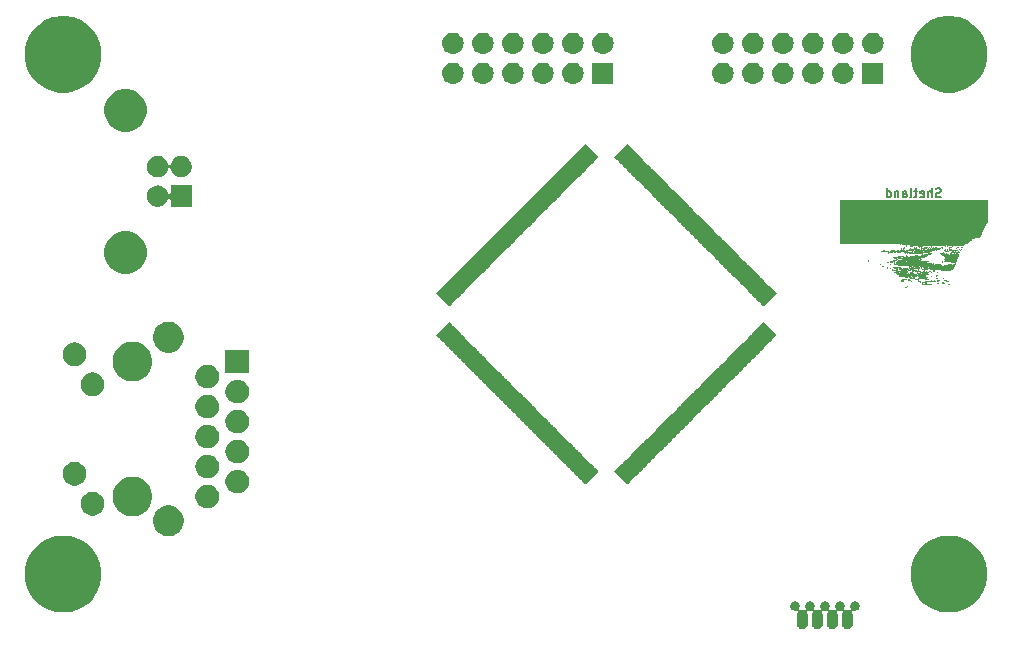
<source format=gbr>
G04 #@! TF.GenerationSoftware,KiCad,Pcbnew,5.1.4*
G04 #@! TF.CreationDate,2019-10-19T18:39:23+01:00*
G04 #@! TF.ProjectId,manila_ice,6d616e69-6c61-45f6-9963-652e6b696361,rev?*
G04 #@! TF.SameCoordinates,Original*
G04 #@! TF.FileFunction,Soldermask,Bot*
G04 #@! TF.FilePolarity,Negative*
%FSLAX46Y46*%
G04 Gerber Fmt 4.6, Leading zero omitted, Abs format (unit mm)*
G04 Created by KiCad (PCBNEW 5.1.4) date 2019-10-19 18:39:23*
%MOMM*%
%LPD*%
G04 APERTURE LIST*
%ADD10C,0.150000*%
%ADD11C,0.010000*%
%ADD12C,0.100000*%
G04 APERTURE END LIST*
D10*
X193093571Y-87053571D02*
X192986428Y-87089285D01*
X192807857Y-87089285D01*
X192736428Y-87053571D01*
X192700714Y-87017857D01*
X192665000Y-86946428D01*
X192665000Y-86875000D01*
X192700714Y-86803571D01*
X192736428Y-86767857D01*
X192807857Y-86732142D01*
X192950714Y-86696428D01*
X193022142Y-86660714D01*
X193057857Y-86625000D01*
X193093571Y-86553571D01*
X193093571Y-86482142D01*
X193057857Y-86410714D01*
X193022142Y-86375000D01*
X192950714Y-86339285D01*
X192772142Y-86339285D01*
X192665000Y-86375000D01*
X192343571Y-87089285D02*
X192343571Y-86339285D01*
X192022142Y-87089285D02*
X192022142Y-86696428D01*
X192057857Y-86625000D01*
X192129285Y-86589285D01*
X192236428Y-86589285D01*
X192307857Y-86625000D01*
X192343571Y-86660714D01*
X191379285Y-87053571D02*
X191450714Y-87089285D01*
X191593571Y-87089285D01*
X191665000Y-87053571D01*
X191700714Y-86982142D01*
X191700714Y-86696428D01*
X191665000Y-86625000D01*
X191593571Y-86589285D01*
X191450714Y-86589285D01*
X191379285Y-86625000D01*
X191343571Y-86696428D01*
X191343571Y-86767857D01*
X191700714Y-86839285D01*
X191129285Y-86589285D02*
X190843571Y-86589285D01*
X191022142Y-86339285D02*
X191022142Y-86982142D01*
X190986428Y-87053571D01*
X190915000Y-87089285D01*
X190843571Y-87089285D01*
X190486428Y-87089285D02*
X190557857Y-87053571D01*
X190593571Y-86982142D01*
X190593571Y-86339285D01*
X189879285Y-87089285D02*
X189879285Y-86696428D01*
X189915000Y-86625000D01*
X189986428Y-86589285D01*
X190129285Y-86589285D01*
X190200714Y-86625000D01*
X189879285Y-87053571D02*
X189950714Y-87089285D01*
X190129285Y-87089285D01*
X190200714Y-87053571D01*
X190236428Y-86982142D01*
X190236428Y-86910714D01*
X190200714Y-86839285D01*
X190129285Y-86803571D01*
X189950714Y-86803571D01*
X189879285Y-86767857D01*
X189522142Y-86589285D02*
X189522142Y-87089285D01*
X189522142Y-86660714D02*
X189486428Y-86625000D01*
X189415000Y-86589285D01*
X189307857Y-86589285D01*
X189236428Y-86625000D01*
X189200714Y-86696428D01*
X189200714Y-87089285D01*
X188522142Y-87089285D02*
X188522142Y-86339285D01*
X188522142Y-87053571D02*
X188593571Y-87089285D01*
X188736428Y-87089285D01*
X188807857Y-87053571D01*
X188843571Y-87017857D01*
X188879285Y-86946428D01*
X188879285Y-86732142D01*
X188843571Y-86660714D01*
X188807857Y-86625000D01*
X188736428Y-86589285D01*
X188593571Y-86589285D01*
X188522142Y-86625000D01*
D11*
G36*
X189823077Y-90982231D02*
G01*
X189832846Y-90992000D01*
X189842615Y-90982231D01*
X189832846Y-90972462D01*
X189823077Y-90982231D01*
X189823077Y-90982231D01*
G37*
X189823077Y-90982231D02*
X189832846Y-90992000D01*
X189842615Y-90982231D01*
X189832846Y-90972462D01*
X189823077Y-90982231D01*
G36*
X189666769Y-91001770D02*
G01*
X189676538Y-91011539D01*
X189686307Y-91001770D01*
X189676538Y-90992000D01*
X189666769Y-91001770D01*
X189666769Y-91001770D01*
G37*
X189666769Y-91001770D02*
X189676538Y-91011539D01*
X189686307Y-91001770D01*
X189676538Y-90992000D01*
X189666769Y-91001770D01*
G36*
X189862154Y-91001770D02*
G01*
X189871923Y-91011539D01*
X189881692Y-91001770D01*
X189871923Y-90992000D01*
X189862154Y-91001770D01*
X189862154Y-91001770D01*
G37*
X189862154Y-91001770D02*
X189871923Y-91011539D01*
X189881692Y-91001770D01*
X189871923Y-90992000D01*
X189862154Y-91001770D01*
G36*
X190122666Y-90998513D02*
G01*
X190125349Y-91010129D01*
X190135692Y-91011539D01*
X190151774Y-91004390D01*
X190148718Y-90998513D01*
X190125530Y-90996175D01*
X190122666Y-90998513D01*
X190122666Y-90998513D01*
G37*
X190122666Y-90998513D02*
X190125349Y-91010129D01*
X190135692Y-91011539D01*
X190151774Y-91004390D01*
X190148718Y-90998513D01*
X190125530Y-90996175D01*
X190122666Y-90998513D01*
G36*
X190468070Y-90987579D02*
G01*
X190467846Y-90992000D01*
X190482866Y-91010788D01*
X190488538Y-91011539D01*
X190500207Y-90999569D01*
X190497154Y-90992000D01*
X190479596Y-90973361D01*
X190476462Y-90972462D01*
X190468070Y-90987579D01*
X190468070Y-90987579D01*
G37*
X190468070Y-90987579D02*
X190467846Y-90992000D01*
X190482866Y-91010788D01*
X190488538Y-91011539D01*
X190500207Y-90999569D01*
X190497154Y-90992000D01*
X190479596Y-90973361D01*
X190476462Y-90972462D01*
X190468070Y-90987579D01*
G36*
X191483846Y-91001770D02*
G01*
X191493615Y-91011539D01*
X191503384Y-91001770D01*
X191493615Y-90992000D01*
X191483846Y-91001770D01*
X191483846Y-91001770D01*
G37*
X191483846Y-91001770D02*
X191493615Y-91011539D01*
X191503384Y-91001770D01*
X191493615Y-90992000D01*
X191483846Y-91001770D01*
G36*
X190809072Y-90985481D02*
G01*
X190787439Y-91001770D01*
X190769003Y-91024204D01*
X190782263Y-91030335D01*
X190793720Y-91030334D01*
X190836511Y-91015781D01*
X190854501Y-91001026D01*
X190869060Y-90978522D01*
X190851959Y-90972501D01*
X190848221Y-90972462D01*
X190809072Y-90985481D01*
X190809072Y-90985481D01*
G37*
X190809072Y-90985481D02*
X190787439Y-91001770D01*
X190769003Y-91024204D01*
X190782263Y-91030335D01*
X190793720Y-91030334D01*
X190836511Y-91015781D01*
X190854501Y-91001026D01*
X190869060Y-90978522D01*
X190851959Y-90972501D01*
X190848221Y-90972462D01*
X190809072Y-90985481D01*
G36*
X190406718Y-91004209D02*
G01*
X190391666Y-91028465D01*
X190394721Y-91042619D01*
X190412413Y-91037354D01*
X190428377Y-91021780D01*
X190440977Y-90997213D01*
X190432315Y-90992000D01*
X190406718Y-91004209D01*
X190406718Y-91004209D01*
G37*
X190406718Y-91004209D02*
X190391666Y-91028465D01*
X190394721Y-91042619D01*
X190412413Y-91037354D01*
X190428377Y-91021780D01*
X190440977Y-90997213D01*
X190432315Y-90992000D01*
X190406718Y-91004209D01*
G36*
X190565538Y-91040847D02*
G01*
X190575307Y-91050616D01*
X190585077Y-91040847D01*
X190575307Y-91031077D01*
X190565538Y-91040847D01*
X190565538Y-91040847D01*
G37*
X190565538Y-91040847D02*
X190575307Y-91050616D01*
X190585077Y-91040847D01*
X190575307Y-91031077D01*
X190565538Y-91040847D01*
G36*
X189823077Y-91060385D02*
G01*
X189832846Y-91070154D01*
X189842615Y-91060385D01*
X189832846Y-91050616D01*
X189823077Y-91060385D01*
X189823077Y-91060385D01*
G37*
X189823077Y-91060385D02*
X189832846Y-91070154D01*
X189842615Y-91060385D01*
X189832846Y-91050616D01*
X189823077Y-91060385D01*
G36*
X190005436Y-91018052D02*
G01*
X190005513Y-91037829D01*
X190030640Y-91057557D01*
X190067851Y-91068141D01*
X190077077Y-91068312D01*
X190096603Y-91065545D01*
X190078996Y-91056646D01*
X190077077Y-91055913D01*
X190042484Y-91033532D01*
X190034178Y-91023829D01*
X190012661Y-91013742D01*
X190005436Y-91018052D01*
X190005436Y-91018052D01*
G37*
X190005436Y-91018052D02*
X190005513Y-91037829D01*
X190030640Y-91057557D01*
X190067851Y-91068141D01*
X190077077Y-91068312D01*
X190096603Y-91065545D01*
X190078996Y-91056646D01*
X190077077Y-91055913D01*
X190042484Y-91033532D01*
X190034178Y-91023829D01*
X190012661Y-91013742D01*
X190005436Y-91018052D01*
G36*
X190278265Y-90983319D02*
G01*
X190274909Y-90988039D01*
X190246405Y-91003300D01*
X190227440Y-91000534D01*
X190188729Y-91003222D01*
X190164106Y-91019410D01*
X190147139Y-91040115D01*
X190157050Y-91048821D01*
X190199862Y-91050615D01*
X190201053Y-91050616D01*
X190249388Y-91044274D01*
X190277937Y-91028749D01*
X190279375Y-91026193D01*
X190294145Y-91015161D01*
X190317127Y-91035658D01*
X190342995Y-91057756D01*
X190356255Y-91058001D01*
X190352886Y-91037363D01*
X190329026Y-91004836D01*
X190297775Y-90978504D01*
X190278265Y-90983319D01*
X190278265Y-90983319D01*
G37*
X190278265Y-90983319D02*
X190274909Y-90988039D01*
X190246405Y-91003300D01*
X190227440Y-91000534D01*
X190188729Y-91003222D01*
X190164106Y-91019410D01*
X190147139Y-91040115D01*
X190157050Y-91048821D01*
X190199862Y-91050615D01*
X190201053Y-91050616D01*
X190249388Y-91044274D01*
X190277937Y-91028749D01*
X190279375Y-91026193D01*
X190294145Y-91015161D01*
X190317127Y-91035658D01*
X190342995Y-91057756D01*
X190356255Y-91058001D01*
X190352886Y-91037363D01*
X190329026Y-91004836D01*
X190297775Y-90978504D01*
X190278265Y-90983319D01*
G36*
X193561436Y-91057129D02*
G01*
X193564118Y-91068744D01*
X193574461Y-91070154D01*
X193590544Y-91063005D01*
X193587487Y-91057129D01*
X193564299Y-91054790D01*
X193561436Y-91057129D01*
X193561436Y-91057129D01*
G37*
X193561436Y-91057129D02*
X193564118Y-91068744D01*
X193574461Y-91070154D01*
X193590544Y-91063005D01*
X193587487Y-91057129D01*
X193564299Y-91054790D01*
X193561436Y-91057129D01*
G36*
X191190993Y-91085271D02*
G01*
X191190769Y-91089693D01*
X191205789Y-91108480D01*
X191211461Y-91109231D01*
X191223130Y-91097261D01*
X191220077Y-91089693D01*
X191202519Y-91071053D01*
X191199385Y-91070154D01*
X191190993Y-91085271D01*
X191190993Y-91085271D01*
G37*
X191190993Y-91085271D02*
X191190769Y-91089693D01*
X191205789Y-91108480D01*
X191211461Y-91109231D01*
X191223130Y-91097261D01*
X191220077Y-91089693D01*
X191202519Y-91071053D01*
X191199385Y-91070154D01*
X191190993Y-91085271D01*
G36*
X191601077Y-91099462D02*
G01*
X191610846Y-91109231D01*
X191620615Y-91099462D01*
X191610846Y-91089693D01*
X191601077Y-91099462D01*
X191601077Y-91099462D01*
G37*
X191601077Y-91099462D02*
X191610846Y-91109231D01*
X191620615Y-91099462D01*
X191610846Y-91089693D01*
X191601077Y-91099462D01*
G36*
X191513292Y-91109455D02*
G01*
X191534190Y-91125652D01*
X191556585Y-91128370D01*
X191562000Y-91121091D01*
X191546674Y-91108542D01*
X191531677Y-91101776D01*
X191511508Y-91100411D01*
X191513292Y-91109455D01*
X191513292Y-91109455D01*
G37*
X191513292Y-91109455D02*
X191534190Y-91125652D01*
X191556585Y-91128370D01*
X191562000Y-91121091D01*
X191546674Y-91108542D01*
X191531677Y-91101776D01*
X191511508Y-91100411D01*
X191513292Y-91109455D01*
G36*
X193114825Y-91093051D02*
G01*
X193095136Y-91099445D01*
X193017615Y-91127054D01*
X193134846Y-91126369D01*
X193191024Y-91124411D01*
X193222337Y-91119973D01*
X193222769Y-91114528D01*
X193190479Y-91095545D01*
X193183059Y-91087604D01*
X193160074Y-91083791D01*
X193114825Y-91093051D01*
X193114825Y-91093051D01*
G37*
X193114825Y-91093051D02*
X193095136Y-91099445D01*
X193017615Y-91127054D01*
X193134846Y-91126369D01*
X193191024Y-91124411D01*
X193222337Y-91119973D01*
X193222769Y-91114528D01*
X193190479Y-91095545D01*
X193183059Y-91087604D01*
X193160074Y-91083791D01*
X193114825Y-91093051D01*
G36*
X193613538Y-91119000D02*
G01*
X193623307Y-91128770D01*
X193633077Y-91119000D01*
X193623307Y-91109231D01*
X193613538Y-91119000D01*
X193613538Y-91119000D01*
G37*
X193613538Y-91119000D02*
X193623307Y-91128770D01*
X193633077Y-91119000D01*
X193623307Y-91109231D01*
X193613538Y-91119000D01*
G36*
X193659128Y-91115744D02*
G01*
X193661810Y-91127360D01*
X193672154Y-91128770D01*
X193688236Y-91121621D01*
X193685179Y-91115744D01*
X193661992Y-91113406D01*
X193659128Y-91115744D01*
X193659128Y-91115744D01*
G37*
X193659128Y-91115744D02*
X193661810Y-91127360D01*
X193672154Y-91128770D01*
X193688236Y-91121621D01*
X193685179Y-91115744D01*
X193661992Y-91113406D01*
X193659128Y-91115744D01*
G36*
X190702307Y-91138539D02*
G01*
X190712077Y-91148308D01*
X190721846Y-91138539D01*
X190712077Y-91128770D01*
X190702307Y-91138539D01*
X190702307Y-91138539D01*
G37*
X190702307Y-91138539D02*
X190712077Y-91148308D01*
X190721846Y-91138539D01*
X190712077Y-91128770D01*
X190702307Y-91138539D01*
G36*
X192597538Y-91138539D02*
G01*
X192607307Y-91148308D01*
X192617077Y-91138539D01*
X192607307Y-91128770D01*
X192597538Y-91138539D01*
X192597538Y-91138539D01*
G37*
X192597538Y-91138539D02*
X192607307Y-91148308D01*
X192617077Y-91138539D01*
X192607307Y-91128770D01*
X192597538Y-91138539D01*
G36*
X193809501Y-91055296D02*
G01*
X193789571Y-91066066D01*
X193789384Y-91067545D01*
X193772796Y-91085604D01*
X193745423Y-91094615D01*
X193718703Y-91101098D01*
X193723053Y-91110128D01*
X193760077Y-91127189D01*
X193827583Y-91141867D01*
X193870818Y-91132980D01*
X193921520Y-91124034D01*
X193941882Y-91132775D01*
X193963910Y-91140585D01*
X193969695Y-91135357D01*
X193965256Y-91109231D01*
X193857769Y-91109231D01*
X193856220Y-91127235D01*
X193849153Y-91128770D01*
X193829256Y-91114586D01*
X193828461Y-91109231D01*
X193835128Y-91090201D01*
X193837077Y-91089693D01*
X193853759Y-91103384D01*
X193857769Y-91109231D01*
X193965256Y-91109231D01*
X193965192Y-91108857D01*
X193933332Y-91081432D01*
X193884925Y-91060549D01*
X193852282Y-91054250D01*
X193809501Y-91055296D01*
X193809501Y-91055296D01*
G37*
X193809501Y-91055296D02*
X193789571Y-91066066D01*
X193789384Y-91067545D01*
X193772796Y-91085604D01*
X193745423Y-91094615D01*
X193718703Y-91101098D01*
X193723053Y-91110128D01*
X193760077Y-91127189D01*
X193827583Y-91141867D01*
X193870818Y-91132980D01*
X193921520Y-91124034D01*
X193941882Y-91132775D01*
X193963910Y-91140585D01*
X193969695Y-91135357D01*
X193965256Y-91109231D01*
X193857769Y-91109231D01*
X193856220Y-91127235D01*
X193849153Y-91128770D01*
X193829256Y-91114586D01*
X193828461Y-91109231D01*
X193835128Y-91090201D01*
X193837077Y-91089693D01*
X193853759Y-91103384D01*
X193857769Y-91109231D01*
X193965256Y-91109231D01*
X193965192Y-91108857D01*
X193933332Y-91081432D01*
X193884925Y-91060549D01*
X193852282Y-91054250D01*
X193809501Y-91055296D01*
G36*
X194062923Y-91138539D02*
G01*
X194072692Y-91148308D01*
X194082461Y-91138539D01*
X194072692Y-91128770D01*
X194062923Y-91138539D01*
X194062923Y-91138539D01*
G37*
X194062923Y-91138539D02*
X194072692Y-91148308D01*
X194082461Y-91138539D01*
X194072692Y-91128770D01*
X194062923Y-91138539D01*
G36*
X191014923Y-91113138D02*
G01*
X190996986Y-91132170D01*
X190946538Y-91136000D01*
X190901392Y-91137990D01*
X190878764Y-91147043D01*
X190878154Y-91149206D01*
X190894705Y-91158651D01*
X190933851Y-91161305D01*
X190979827Y-91157838D01*
X191016869Y-91148919D01*
X191026850Y-91142894D01*
X191051384Y-91129380D01*
X191066758Y-91134849D01*
X191063769Y-91148308D01*
X191064662Y-91166341D01*
X191071232Y-91167847D01*
X191098638Y-91153524D01*
X191103649Y-91147008D01*
X191111431Y-91127092D01*
X191097000Y-91113786D01*
X191058884Y-91100572D01*
X191023392Y-91097346D01*
X191014923Y-91113138D01*
X191014923Y-91113138D01*
G37*
X191014923Y-91113138D02*
X190996986Y-91132170D01*
X190946538Y-91136000D01*
X190901392Y-91137990D01*
X190878764Y-91147043D01*
X190878154Y-91149206D01*
X190894705Y-91158651D01*
X190933851Y-91161305D01*
X190979827Y-91157838D01*
X191016869Y-91148919D01*
X191026850Y-91142894D01*
X191051384Y-91129380D01*
X191066758Y-91134849D01*
X191063769Y-91148308D01*
X191064662Y-91166341D01*
X191071232Y-91167847D01*
X191098638Y-91153524D01*
X191103649Y-91147008D01*
X191111431Y-91127092D01*
X191097000Y-91113786D01*
X191058884Y-91100572D01*
X191023392Y-91097346D01*
X191014923Y-91113138D01*
G36*
X191249384Y-91158077D02*
G01*
X191259154Y-91167847D01*
X191268923Y-91158077D01*
X191259154Y-91148308D01*
X191249384Y-91158077D01*
X191249384Y-91158077D01*
G37*
X191249384Y-91158077D02*
X191259154Y-91167847D01*
X191268923Y-91158077D01*
X191259154Y-91148308D01*
X191249384Y-91158077D01*
G36*
X191326997Y-91092401D02*
G01*
X191335454Y-91096500D01*
X191372258Y-91116087D01*
X191376823Y-91129602D01*
X191354993Y-91145047D01*
X191333785Y-91161197D01*
X191348425Y-91163714D01*
X191389375Y-91154699D01*
X191424491Y-91135130D01*
X191433470Y-91110075D01*
X191414856Y-91092111D01*
X191396908Y-91089693D01*
X191343643Y-91085422D01*
X191314482Y-91079629D01*
X191304954Y-91079616D01*
X191326997Y-91092401D01*
X191326997Y-91092401D01*
G37*
X191326997Y-91092401D02*
X191335454Y-91096500D01*
X191372258Y-91116087D01*
X191376823Y-91129602D01*
X191354993Y-91145047D01*
X191333785Y-91161197D01*
X191348425Y-91163714D01*
X191389375Y-91154699D01*
X191424491Y-91135130D01*
X191433470Y-91110075D01*
X191414856Y-91092111D01*
X191396908Y-91089693D01*
X191343643Y-91085422D01*
X191314482Y-91079629D01*
X191304954Y-91079616D01*
X191326997Y-91092401D01*
G36*
X191796461Y-91158077D02*
G01*
X191806231Y-91167847D01*
X191816000Y-91158077D01*
X191806231Y-91148308D01*
X191796461Y-91158077D01*
X191796461Y-91158077D01*
G37*
X191796461Y-91158077D02*
X191806231Y-91167847D01*
X191816000Y-91158077D01*
X191806231Y-91148308D01*
X191796461Y-91158077D01*
G36*
X193007846Y-91158077D02*
G01*
X193017615Y-91167847D01*
X193027384Y-91158077D01*
X193017615Y-91148308D01*
X193007846Y-91158077D01*
X193007846Y-91158077D01*
G37*
X193007846Y-91158077D02*
X193017615Y-91167847D01*
X193027384Y-91158077D01*
X193017615Y-91148308D01*
X193007846Y-91158077D01*
G36*
X193300923Y-91158077D02*
G01*
X193310692Y-91167847D01*
X193320461Y-91158077D01*
X193310692Y-91148308D01*
X193300923Y-91158077D01*
X193300923Y-91158077D01*
G37*
X193300923Y-91158077D02*
X193310692Y-91167847D01*
X193320461Y-91158077D01*
X193310692Y-91148308D01*
X193300923Y-91158077D01*
G36*
X193406768Y-91072769D02*
G01*
X193380542Y-91084712D01*
X193333588Y-91086296D01*
X193327923Y-91085715D01*
X193279980Y-91085347D01*
X193262302Y-91100733D01*
X193261846Y-91105828D01*
X193273206Y-91124284D01*
X193311927Y-91123557D01*
X193319172Y-91122189D01*
X193362514Y-91119253D01*
X193381231Y-91136599D01*
X193383250Y-91144170D01*
X193390151Y-91166062D01*
X193399857Y-91152223D01*
X193404320Y-91141192D01*
X193429620Y-91114175D01*
X193466264Y-91113873D01*
X193510618Y-91110289D01*
X193525669Y-91092276D01*
X193529745Y-91072460D01*
X193524639Y-91074387D01*
X193498770Y-91077962D01*
X193465683Y-91069653D01*
X193421978Y-91062730D01*
X193406768Y-91072769D01*
X193406768Y-91072769D01*
G37*
X193406768Y-91072769D02*
X193380542Y-91084712D01*
X193333588Y-91086296D01*
X193327923Y-91085715D01*
X193279980Y-91085347D01*
X193262302Y-91100733D01*
X193261846Y-91105828D01*
X193273206Y-91124284D01*
X193311927Y-91123557D01*
X193319172Y-91122189D01*
X193362514Y-91119253D01*
X193381231Y-91136599D01*
X193383250Y-91144170D01*
X193390151Y-91166062D01*
X193399857Y-91152223D01*
X193404320Y-91141192D01*
X193429620Y-91114175D01*
X193466264Y-91113873D01*
X193510618Y-91110289D01*
X193525669Y-91092276D01*
X193529745Y-91072460D01*
X193524639Y-91074387D01*
X193498770Y-91077962D01*
X193465683Y-91069653D01*
X193421978Y-91062730D01*
X193406768Y-91072769D01*
G36*
X190669743Y-91154821D02*
G01*
X190667405Y-91178008D01*
X190669743Y-91180872D01*
X190681359Y-91178190D01*
X190682769Y-91167847D01*
X190675620Y-91151764D01*
X190669743Y-91154821D01*
X190669743Y-91154821D01*
G37*
X190669743Y-91154821D02*
X190667405Y-91178008D01*
X190669743Y-91180872D01*
X190681359Y-91178190D01*
X190682769Y-91167847D01*
X190675620Y-91151764D01*
X190669743Y-91154821D01*
G36*
X191138666Y-91174359D02*
G01*
X191141349Y-91185975D01*
X191151692Y-91187385D01*
X191167774Y-91180236D01*
X191164718Y-91174359D01*
X191141530Y-91172021D01*
X191138666Y-91174359D01*
X191138666Y-91174359D01*
G37*
X191138666Y-91174359D02*
X191141349Y-91185975D01*
X191151692Y-91187385D01*
X191167774Y-91180236D01*
X191164718Y-91174359D01*
X191141530Y-91172021D01*
X191138666Y-91174359D01*
G36*
X191470820Y-91174359D02*
G01*
X191473502Y-91185975D01*
X191483846Y-91187385D01*
X191499928Y-91180236D01*
X191496872Y-91174359D01*
X191473684Y-91172021D01*
X191470820Y-91174359D01*
X191470820Y-91174359D01*
G37*
X191470820Y-91174359D02*
X191473502Y-91185975D01*
X191483846Y-91187385D01*
X191499928Y-91180236D01*
X191496872Y-91174359D01*
X191473684Y-91172021D01*
X191470820Y-91174359D01*
G36*
X184547692Y-90928500D02*
G01*
X184606293Y-90940220D01*
X184635292Y-90942171D01*
X184700399Y-90944033D01*
X184798649Y-90945789D01*
X184927071Y-90947426D01*
X185082698Y-90948928D01*
X185262563Y-90950281D01*
X185463697Y-90951470D01*
X185683133Y-90952479D01*
X185917902Y-90953295D01*
X186165037Y-90953903D01*
X186421570Y-90954287D01*
X186684533Y-90954433D01*
X186950958Y-90954325D01*
X187217877Y-90953950D01*
X187312384Y-90953749D01*
X187386401Y-90953683D01*
X187487558Y-90953748D01*
X187609731Y-90953924D01*
X187746799Y-90954195D01*
X187892637Y-90954542D01*
X188041124Y-90954949D01*
X188186136Y-90955397D01*
X188321551Y-90955868D01*
X188441245Y-90956346D01*
X188539097Y-90956813D01*
X188608983Y-90957250D01*
X188641000Y-90957573D01*
X188674211Y-90957603D01*
X188738112Y-90957264D01*
X188824317Y-90956614D01*
X188924442Y-90955711D01*
X188953615Y-90955422D01*
X189055048Y-90954424D01*
X189143850Y-90953594D01*
X189211997Y-90953005D01*
X189251464Y-90952728D01*
X189256461Y-90952717D01*
X189282994Y-90952404D01*
X189343323Y-90951496D01*
X189432174Y-90950079D01*
X189544271Y-90948237D01*
X189674341Y-90946057D01*
X189817107Y-90943625D01*
X189837731Y-90943270D01*
X190002358Y-90941070D01*
X190141722Y-90940504D01*
X190252913Y-90941527D01*
X190333025Y-90944092D01*
X190379150Y-90948152D01*
X190389692Y-90952101D01*
X190405655Y-90959929D01*
X190446929Y-90950476D01*
X190508311Y-90937693D01*
X190559275Y-90936839D01*
X190598605Y-90947278D01*
X190609269Y-90972944D01*
X190607807Y-90989856D01*
X190608258Y-91022918D01*
X190627353Y-91026293D01*
X190633829Y-91024048D01*
X190681983Y-91013146D01*
X190705059Y-91011539D01*
X190731341Y-91003425D01*
X190730637Y-90990417D01*
X190703931Y-90978387D01*
X190671389Y-90980890D01*
X190638626Y-90984448D01*
X190634719Y-90968130D01*
X190636443Y-90963172D01*
X190661544Y-90946465D01*
X190712378Y-90938501D01*
X190776734Y-90938677D01*
X190842399Y-90946393D01*
X190897163Y-90961046D01*
X190924948Y-90977388D01*
X190951026Y-91009327D01*
X190953579Y-91025618D01*
X190931884Y-91019595D01*
X190918386Y-91014910D01*
X190932698Y-91032932D01*
X190960074Y-91048164D01*
X190971775Y-91039748D01*
X190995324Y-91025483D01*
X191033880Y-91016809D01*
X191073524Y-91014694D01*
X191100336Y-91020109D01*
X191103141Y-91030600D01*
X191106692Y-91040911D01*
X191140115Y-91031765D01*
X191184829Y-91023096D01*
X191201044Y-91031896D01*
X191227617Y-91041664D01*
X191275191Y-91034651D01*
X191330967Y-91013681D01*
X191361731Y-90996432D01*
X191395895Y-90980764D01*
X191405692Y-90989753D01*
X191391330Y-91010490D01*
X191385001Y-91011539D01*
X191373242Y-91023467D01*
X191376200Y-91030778D01*
X191402927Y-91044564D01*
X191432499Y-91046342D01*
X191465214Y-91035412D01*
X191469285Y-91003221D01*
X191468330Y-90997795D01*
X191469187Y-90963247D01*
X191495759Y-90953002D01*
X191500493Y-90952923D01*
X191530303Y-90962212D01*
X191531334Y-90978724D01*
X191538357Y-91004104D01*
X191573773Y-91023196D01*
X191627111Y-91033794D01*
X191687903Y-91033696D01*
X191740176Y-91022694D01*
X191784124Y-91010170D01*
X191805524Y-91009374D01*
X191805582Y-91012588D01*
X191809469Y-91035482D01*
X191815681Y-91040650D01*
X191830998Y-91034425D01*
X191835837Y-91007807D01*
X191837587Y-90992000D01*
X191718307Y-90992000D01*
X191711159Y-91008083D01*
X191705282Y-91005026D01*
X191704954Y-91001770D01*
X191679231Y-91001770D01*
X191669461Y-91011539D01*
X191659692Y-91001770D01*
X191669461Y-90992000D01*
X191679231Y-91001770D01*
X191704954Y-91001770D01*
X191702943Y-90981838D01*
X191705282Y-90978975D01*
X191716897Y-90981657D01*
X191718307Y-90992000D01*
X191837587Y-90992000D01*
X191839043Y-90978850D01*
X191850390Y-90985525D01*
X191854254Y-90991338D01*
X191869694Y-91004907D01*
X191884548Y-90986311D01*
X191892548Y-90966915D01*
X191894506Y-90962693D01*
X191776923Y-90962693D01*
X191767154Y-90972462D01*
X191766835Y-90972143D01*
X191630187Y-90972143D01*
X191625942Y-90989135D01*
X191611999Y-90992000D01*
X191585203Y-90987469D01*
X191581538Y-90983384D01*
X191595856Y-90965147D01*
X191621617Y-90964740D01*
X191630187Y-90972143D01*
X191766835Y-90972143D01*
X191757384Y-90962693D01*
X191767154Y-90952923D01*
X191776923Y-90962693D01*
X191894506Y-90962693D01*
X191912242Y-90924460D01*
X191918790Y-90920359D01*
X191809487Y-90920359D01*
X191806805Y-90931975D01*
X191796461Y-90933385D01*
X191780379Y-90926236D01*
X191781896Y-90923319D01*
X191710376Y-90923319D01*
X191708538Y-90933385D01*
X191683559Y-90952178D01*
X191678077Y-90952923D01*
X191667845Y-90944385D01*
X191343192Y-90944385D01*
X191340599Y-90964770D01*
X191318889Y-90983829D01*
X191280968Y-91006067D01*
X191257474Y-91010221D01*
X191257411Y-90994875D01*
X191258319Y-90993350D01*
X191255239Y-90968645D01*
X191246684Y-90961024D01*
X191232880Y-90958406D01*
X191236915Y-90968093D01*
X191236760Y-90995253D01*
X191230165Y-91001573D01*
X191214507Y-90995812D01*
X191210307Y-90973615D01*
X191218810Y-90951770D01*
X191190769Y-90951770D01*
X191176586Y-90971667D01*
X191171231Y-90972462D01*
X191152200Y-90965796D01*
X191151692Y-90963846D01*
X191162619Y-90950531D01*
X191093077Y-90950531D01*
X191081410Y-90984220D01*
X191063769Y-90992000D01*
X191037750Y-90982722D01*
X191034461Y-90974854D01*
X191044876Y-90955014D01*
X191014923Y-90955014D01*
X190999311Y-90970991D01*
X190988872Y-90972462D01*
X190965407Y-90956904D01*
X190962820Y-90945017D01*
X190976480Y-90926139D01*
X190988872Y-90927569D01*
X191012630Y-90946996D01*
X191014923Y-90955014D01*
X191044876Y-90955014D01*
X191047829Y-90949391D01*
X191063769Y-90933385D01*
X191086226Y-90920800D01*
X191092916Y-90941052D01*
X191093077Y-90950531D01*
X191162619Y-90950531D01*
X191165383Y-90947164D01*
X191171231Y-90943154D01*
X191189235Y-90944703D01*
X191190769Y-90951770D01*
X191218810Y-90951770D01*
X191222957Y-90941117D01*
X191263542Y-90929677D01*
X191308000Y-90932928D01*
X191343192Y-90944385D01*
X191667845Y-90944385D01*
X191660218Y-90938021D01*
X191659692Y-90933385D01*
X191664024Y-90928714D01*
X191592603Y-90928714D01*
X191573397Y-90931842D01*
X191548056Y-90928250D01*
X191547846Y-90923616D01*
X191405692Y-90923616D01*
X191395923Y-90933385D01*
X191386154Y-90923616D01*
X191395923Y-90913847D01*
X191405692Y-90923616D01*
X191547846Y-90923616D01*
X191547753Y-90921580D01*
X191573903Y-90916916D01*
X191585202Y-90920038D01*
X191592603Y-90928714D01*
X191664024Y-90928714D01*
X191675596Y-90916238D01*
X191690153Y-90913847D01*
X191710376Y-90923319D01*
X191781896Y-90923319D01*
X191783436Y-90920359D01*
X191806623Y-90918021D01*
X191809487Y-90920359D01*
X191918790Y-90920359D01*
X191923845Y-90917194D01*
X191924468Y-90945532D01*
X191921785Y-90962693D01*
X191922155Y-90999384D01*
X191934002Y-91011539D01*
X191945292Y-91024345D01*
X191941287Y-91035962D01*
X191935428Y-91050612D01*
X191952777Y-91036919D01*
X191953810Y-91035962D01*
X191989109Y-91017484D01*
X192030493Y-91012282D01*
X192062130Y-91020577D01*
X192070000Y-91034334D01*
X192062574Y-91047926D01*
X192057905Y-91045033D01*
X192036586Y-91046997D01*
X192016846Y-91061902D01*
X191991271Y-91076795D01*
X191946953Y-91084416D01*
X191876016Y-91085667D01*
X191823787Y-91084008D01*
X191749261Y-91081335D01*
X191692420Y-91080138D01*
X191662275Y-91080571D01*
X191659692Y-91081175D01*
X191674081Y-91093391D01*
X191708914Y-91117447D01*
X191710944Y-91118780D01*
X191742204Y-91136237D01*
X191751098Y-91134664D01*
X191750130Y-91132838D01*
X191759224Y-91118710D01*
X191799384Y-91107948D01*
X191817569Y-91105733D01*
X191869482Y-91104382D01*
X191902411Y-91110233D01*
X191906537Y-91113460D01*
X191901540Y-91127927D01*
X191895307Y-91128770D01*
X191875410Y-91142953D01*
X191874615Y-91148308D01*
X191890441Y-91165642D01*
X191903923Y-91167847D01*
X191929551Y-91152116D01*
X191933231Y-91137386D01*
X191942844Y-91117262D01*
X191953088Y-91119197D01*
X191965256Y-91141205D01*
X191963085Y-91147424D01*
X191967810Y-91163402D01*
X191998010Y-91170988D01*
X192040825Y-91169367D01*
X192083393Y-91157722D01*
X192088340Y-91155378D01*
X192133876Y-91119328D01*
X192141379Y-91109231D01*
X192128615Y-91109231D01*
X192121466Y-91125313D01*
X192115590Y-91122257D01*
X192115262Y-91119000D01*
X192050461Y-91119000D01*
X192040692Y-91128770D01*
X192030923Y-91119000D01*
X192040692Y-91109231D01*
X192050461Y-91119000D01*
X192115262Y-91119000D01*
X192113251Y-91099069D01*
X192115590Y-91096205D01*
X192127205Y-91098888D01*
X192128615Y-91109231D01*
X192141379Y-91109231D01*
X192162233Y-91081169D01*
X192185063Y-91052314D01*
X192155140Y-91052314D01*
X192128411Y-91069207D01*
X192113499Y-91070154D01*
X192094408Y-91057283D01*
X192097217Y-91039248D01*
X192107760Y-91002025D01*
X192109077Y-90990402D01*
X192118193Y-90972237D01*
X192137105Y-90980359D01*
X192153157Y-91009073D01*
X192153519Y-91010407D01*
X192155140Y-91052314D01*
X192185063Y-91052314D01*
X192195055Y-91039686D01*
X192234380Y-91035300D01*
X192265384Y-91050616D01*
X192281909Y-91067091D01*
X192270269Y-91072297D01*
X192231799Y-91078652D01*
X192226307Y-91079923D01*
X192193973Y-91087478D01*
X192192115Y-91087872D01*
X192191489Y-91098490D01*
X192213348Y-91117844D01*
X192245204Y-91137235D01*
X192274570Y-91147966D01*
X192278888Y-91148308D01*
X192302260Y-91132877D01*
X192304461Y-91122384D01*
X192319866Y-91104583D01*
X192363077Y-91105063D01*
X192404224Y-91116117D01*
X192421687Y-91130763D01*
X192421692Y-91130987D01*
X192439031Y-91141835D01*
X192482344Y-91147867D01*
X192499846Y-91148308D01*
X192553388Y-91143816D01*
X192575982Y-91128435D01*
X192577752Y-91119000D01*
X192480307Y-91119000D01*
X192470538Y-91128770D01*
X192460769Y-91119000D01*
X192470538Y-91109231D01*
X192480307Y-91119000D01*
X192577752Y-91119000D01*
X192578000Y-91117684D01*
X192589619Y-91096195D01*
X192615432Y-91098940D01*
X192651430Y-91100058D01*
X192665293Y-91090711D01*
X192663081Y-91078731D01*
X192647399Y-91082238D01*
X192621692Y-91081908D01*
X192619189Y-91076667D01*
X192512872Y-91076667D01*
X192510190Y-91088283D01*
X192499846Y-91089693D01*
X192483764Y-91082544D01*
X192486820Y-91076667D01*
X192510008Y-91074329D01*
X192512872Y-91076667D01*
X192619189Y-91076667D01*
X192617077Y-91072245D01*
X192633449Y-91054773D01*
X192656783Y-91050616D01*
X192695650Y-91033567D01*
X192714160Y-91006654D01*
X192720386Y-90994091D01*
X192656154Y-90994091D01*
X192647553Y-91024065D01*
X192626846Y-91024012D01*
X192601715Y-91024148D01*
X192597538Y-91032844D01*
X192585631Y-91044150D01*
X192578712Y-91041287D01*
X192576806Y-91021142D01*
X192577834Y-91019710D01*
X192480307Y-91019710D01*
X192471695Y-91052585D01*
X192453366Y-91076758D01*
X192440037Y-91079185D01*
X192431198Y-91054895D01*
X192434405Y-91040221D01*
X192449818Y-91020617D01*
X192414261Y-91020617D01*
X192403049Y-91048942D01*
X192378038Y-91077493D01*
X192349797Y-91089635D01*
X192330545Y-91083427D01*
X192331065Y-91060385D01*
X192328868Y-91035214D01*
X192317352Y-91031077D01*
X192284654Y-91021581D01*
X192250774Y-90999910D01*
X192229068Y-90976289D01*
X192228897Y-90963360D01*
X192250352Y-90965209D01*
X192270467Y-90980336D01*
X192308383Y-91006887D01*
X192351649Y-91022755D01*
X192387246Y-91024970D01*
X192402153Y-91010557D01*
X192402154Y-91010401D01*
X192408691Y-90994391D01*
X192413506Y-90996840D01*
X192414261Y-91020617D01*
X192449818Y-91020617D01*
X192451933Y-91017927D01*
X192472648Y-91010080D01*
X192480307Y-91019710D01*
X192577834Y-91019710D01*
X192598251Y-90991288D01*
X192608473Y-90982231D01*
X192578000Y-90982231D01*
X192568231Y-90992000D01*
X192558461Y-90982231D01*
X192561717Y-90978975D01*
X192512872Y-90978975D01*
X192510190Y-90990590D01*
X192499846Y-90992000D01*
X192382615Y-90992000D01*
X192375949Y-91011031D01*
X192373999Y-91011539D01*
X192357318Y-90997848D01*
X192353307Y-90992000D01*
X192354857Y-90973996D01*
X192361924Y-90972462D01*
X192381820Y-90986645D01*
X192382615Y-90992000D01*
X192499846Y-90992000D01*
X192483764Y-90984852D01*
X192486820Y-90978975D01*
X192510008Y-90976636D01*
X192512872Y-90978975D01*
X192561717Y-90978975D01*
X192568231Y-90972462D01*
X192578000Y-90982231D01*
X192608473Y-90982231D01*
X192633970Y-90959640D01*
X192651256Y-90958769D01*
X192656119Y-90988967D01*
X192656154Y-90994091D01*
X192720386Y-90994091D01*
X192726264Y-90982231D01*
X192695231Y-90982231D01*
X192685461Y-90992000D01*
X192675692Y-90982231D01*
X192685461Y-90972462D01*
X192695231Y-90982231D01*
X192726264Y-90982231D01*
X192727341Y-90980059D01*
X192732636Y-90989436D01*
X192733069Y-90996885D01*
X192748659Y-91025248D01*
X192787834Y-91028279D01*
X192833284Y-91010851D01*
X192862213Y-91001097D01*
X192870866Y-91020797D01*
X192871077Y-91029777D01*
X192861409Y-91058441D01*
X192843745Y-91058440D01*
X192812146Y-91060627D01*
X192803515Y-91068822D01*
X192775742Y-91085269D01*
X192745014Y-91089693D01*
X192704798Y-91101266D01*
X192687776Y-91120015D01*
X192686409Y-91140201D01*
X192696003Y-91138061D01*
X192735190Y-91124201D01*
X192784467Y-91118292D01*
X192826402Y-91121317D01*
X192842417Y-91129819D01*
X192867709Y-91137525D01*
X192890386Y-91128892D01*
X192934214Y-91117926D01*
X192957584Y-91121161D01*
X192983583Y-91121990D01*
X192988307Y-91113440D01*
X192971725Y-91094660D01*
X192939461Y-91081669D01*
X192902891Y-91066768D01*
X192890615Y-91052521D01*
X192906653Y-91034739D01*
X192942215Y-91026347D01*
X192978480Y-91029230D01*
X192995813Y-91041992D01*
X193011094Y-91055796D01*
X193046832Y-91054754D01*
X193088488Y-91045530D01*
X193144737Y-91034461D01*
X193172859Y-91038408D01*
X193179324Y-91047281D01*
X193198770Y-91065897D01*
X193226466Y-91069088D01*
X193242173Y-91055053D01*
X193242307Y-91052895D01*
X193258614Y-91033496D01*
X193295648Y-91023429D01*
X193335576Y-91025677D01*
X193353619Y-91034273D01*
X193394165Y-91045296D01*
X193432790Y-91036119D01*
X193496991Y-91020137D01*
X193567822Y-91012941D01*
X193633722Y-91014373D01*
X193683130Y-91024274D01*
X193703781Y-91039846D01*
X193723530Y-91066332D01*
X193734013Y-91070154D01*
X193743887Y-91058138D01*
X193740892Y-91051189D01*
X193746677Y-91033865D01*
X193776657Y-91020836D01*
X193815957Y-91015801D01*
X193849700Y-91022455D01*
X193851762Y-91023633D01*
X193889396Y-91033566D01*
X193931027Y-91033769D01*
X193973486Y-91037325D01*
X193984769Y-91056822D01*
X193999292Y-91088338D01*
X194032797Y-91097122D01*
X194070189Y-91079567D01*
X194072127Y-91077698D01*
X194097273Y-91063008D01*
X194106805Y-91083423D01*
X194104272Y-91114239D01*
X194121621Y-91119647D01*
X194170662Y-91123655D01*
X194244022Y-91125898D01*
X194334331Y-91126013D01*
X194341305Y-91125930D01*
X194437492Y-91125886D01*
X194522105Y-91128051D01*
X194585961Y-91132046D01*
X194619769Y-91137450D01*
X194671840Y-91155141D01*
X194699078Y-91157251D01*
X194712496Y-91143762D01*
X194715231Y-91137305D01*
X194741315Y-91115072D01*
X194782716Y-91110496D01*
X194819996Y-91123371D01*
X194831989Y-91138539D01*
X194853986Y-91164457D01*
X194865779Y-91167847D01*
X194877326Y-91159563D01*
X194864000Y-91138539D01*
X194850377Y-91115427D01*
X194868327Y-91109258D01*
X194871377Y-91109231D01*
X194668615Y-91109231D01*
X194653747Y-91128202D01*
X194649077Y-91128770D01*
X194630106Y-91113901D01*
X194629538Y-91109231D01*
X194639747Y-91096205D01*
X194193179Y-91096205D01*
X194190497Y-91107821D01*
X194180154Y-91109231D01*
X194164071Y-91102082D01*
X194167128Y-91096205D01*
X194190316Y-91093867D01*
X194193179Y-91096205D01*
X194639747Y-91096205D01*
X194644407Y-91090260D01*
X194649077Y-91089693D01*
X194668047Y-91104561D01*
X194668615Y-91109231D01*
X194871377Y-91109231D01*
X194898845Y-91121009D01*
X194903077Y-91132677D01*
X194908844Y-91146271D01*
X194926523Y-91132677D01*
X194964303Y-91113405D01*
X194992789Y-91109231D01*
X195031183Y-91090964D01*
X195036560Y-91079923D01*
X194570923Y-91079923D01*
X194561154Y-91089693D01*
X194551384Y-91079923D01*
X194554640Y-91076667D01*
X194525333Y-91076667D01*
X194522651Y-91088283D01*
X194512307Y-91089693D01*
X194496225Y-91082544D01*
X194499282Y-91076667D01*
X194522469Y-91074329D01*
X194525333Y-91076667D01*
X194554640Y-91076667D01*
X194561154Y-91070154D01*
X194570923Y-91079923D01*
X195036560Y-91079923D01*
X195057000Y-91037959D01*
X195060524Y-91013845D01*
X195000769Y-91013845D01*
X194988731Y-91024438D01*
X194981231Y-91021308D01*
X194964667Y-90998513D01*
X194779333Y-90998513D01*
X194776651Y-91010129D01*
X194766307Y-91011539D01*
X194570923Y-91011539D01*
X194555775Y-91028059D01*
X194520723Y-91029451D01*
X194481358Y-91016933D01*
X194461916Y-91003015D01*
X194450389Y-90982231D01*
X194316923Y-90982231D01*
X194307154Y-90992000D01*
X194299310Y-90984156D01*
X194266112Y-90984156D01*
X194265515Y-91008116D01*
X194257694Y-91011539D01*
X194256271Y-91010386D01*
X194141077Y-91010386D01*
X194126894Y-91030282D01*
X194121538Y-91031077D01*
X194102508Y-91024411D01*
X194102000Y-91022461D01*
X194115691Y-91005780D01*
X194121538Y-91001770D01*
X194139543Y-91003319D01*
X194141077Y-91010386D01*
X194256271Y-91010386D01*
X194239315Y-90996652D01*
X194239040Y-90994307D01*
X193066461Y-90994307D01*
X193054423Y-91004900D01*
X193046923Y-91001770D01*
X193028114Y-90975887D01*
X193027678Y-90972462D01*
X192988307Y-90972462D01*
X192981641Y-90991492D01*
X192979691Y-90992000D01*
X192963010Y-90978309D01*
X192959000Y-90972462D01*
X192960051Y-90960246D01*
X192826757Y-90960246D01*
X192826323Y-90969957D01*
X192803845Y-90972462D01*
X192771353Y-90961731D01*
X192764741Y-90954746D01*
X192770993Y-90944760D01*
X192792896Y-90947255D01*
X192826757Y-90960246D01*
X192960051Y-90960246D01*
X192960549Y-90954458D01*
X192967616Y-90952923D01*
X192987512Y-90967107D01*
X192988307Y-90972462D01*
X193027678Y-90972462D01*
X193027384Y-90970156D01*
X193039423Y-90959563D01*
X193046923Y-90962693D01*
X193065732Y-90988576D01*
X193066461Y-90994307D01*
X194239040Y-90994307D01*
X194238769Y-90992000D01*
X194221791Y-90978282D01*
X194180883Y-90972463D01*
X194180154Y-90972462D01*
X194138998Y-90966802D01*
X194125401Y-90956180D01*
X194102000Y-90956180D01*
X194086128Y-90970638D01*
X194072692Y-90972462D01*
X194046667Y-90963644D01*
X194045533Y-90961064D01*
X194002765Y-90961064D01*
X193999173Y-90986406D01*
X193992503Y-90986709D01*
X193989962Y-90972462D01*
X193750307Y-90972462D01*
X193735439Y-90991433D01*
X193730769Y-90992000D01*
X193711798Y-90977132D01*
X193711231Y-90972462D01*
X193714891Y-90967791D01*
X193585526Y-90967791D01*
X193566320Y-90970919D01*
X193540979Y-90967327D01*
X193540769Y-90962693D01*
X193437692Y-90962693D01*
X193427923Y-90972462D01*
X193418154Y-90962693D01*
X193359538Y-90962693D01*
X193349769Y-90972462D01*
X193340000Y-90962693D01*
X193349769Y-90952923D01*
X193359538Y-90962693D01*
X193418154Y-90962693D01*
X193427923Y-90952923D01*
X193437692Y-90962693D01*
X193540769Y-90962693D01*
X193540676Y-90960657D01*
X193566826Y-90955993D01*
X193578125Y-90959115D01*
X193585526Y-90967791D01*
X193714891Y-90967791D01*
X193726099Y-90953491D01*
X193730769Y-90952923D01*
X193749740Y-90967792D01*
X193750307Y-90972462D01*
X193989962Y-90972462D01*
X193987839Y-90960559D01*
X193990961Y-90949260D01*
X193999636Y-90941859D01*
X194002765Y-90961064D01*
X194045533Y-90961064D01*
X194043384Y-90956180D01*
X194059256Y-90941721D01*
X194072692Y-90939898D01*
X194098717Y-90948715D01*
X194102000Y-90956180D01*
X194125401Y-90956180D01*
X194121543Y-90953167D01*
X194121538Y-90952923D01*
X194136583Y-90936690D01*
X194172523Y-90935471D01*
X194215565Y-90946285D01*
X194251915Y-90966154D01*
X194266112Y-90984156D01*
X194299310Y-90984156D01*
X194297384Y-90982231D01*
X194307154Y-90972462D01*
X194316923Y-90982231D01*
X194450389Y-90982231D01*
X194446138Y-90974568D01*
X194453542Y-90962785D01*
X194471654Y-90964193D01*
X194473231Y-90971309D01*
X194489944Y-90986860D01*
X194522077Y-90992000D01*
X194558796Y-90998689D01*
X194570923Y-91011539D01*
X194766307Y-91011539D01*
X194750225Y-91004390D01*
X194753282Y-90998513D01*
X194776469Y-90996175D01*
X194779333Y-90998513D01*
X194964667Y-90998513D01*
X194962422Y-90995425D01*
X194961692Y-90989694D01*
X194973730Y-90979101D01*
X194981231Y-90982231D01*
X195000040Y-91008114D01*
X195000769Y-91013845D01*
X195060524Y-91013845D01*
X195065145Y-90982231D01*
X195039846Y-90982231D01*
X195030077Y-90992000D01*
X195020307Y-90982231D01*
X195030077Y-90972462D01*
X195039846Y-90982231D01*
X195065145Y-90982231D01*
X195067854Y-90963696D01*
X194705321Y-90963696D01*
X194695816Y-90977825D01*
X194672783Y-90977983D01*
X194639506Y-90961621D01*
X194617667Y-90942271D01*
X194362727Y-90942271D01*
X194361774Y-90961997D01*
X194345236Y-90959607D01*
X194320167Y-90946486D01*
X194316923Y-90942217D01*
X194329728Y-90925811D01*
X194353119Y-90930114D01*
X194362727Y-90942271D01*
X194617667Y-90942271D01*
X194614096Y-90939108D01*
X194610000Y-90928685D01*
X194616110Y-90923616D01*
X193867538Y-90923616D01*
X193857769Y-90933385D01*
X192578000Y-90933385D01*
X192570851Y-90949467D01*
X192564974Y-90946411D01*
X192562636Y-90923223D01*
X192564974Y-90920359D01*
X192297949Y-90920359D01*
X192295266Y-90931975D01*
X192284923Y-90933385D01*
X192268841Y-90926236D01*
X192269059Y-90925816D01*
X192141437Y-90925816D01*
X192138384Y-90933385D01*
X192120827Y-90952024D01*
X192117693Y-90952923D01*
X192109301Y-90937807D01*
X192109077Y-90933385D01*
X192124097Y-90914597D01*
X192129768Y-90913847D01*
X192141437Y-90925816D01*
X192269059Y-90925816D01*
X192271897Y-90920359D01*
X192295085Y-90918021D01*
X192297949Y-90920359D01*
X192564974Y-90920359D01*
X192576590Y-90923041D01*
X192578000Y-90933385D01*
X193857769Y-90933385D01*
X193848000Y-90923616D01*
X193857769Y-90913847D01*
X193867538Y-90923616D01*
X194616110Y-90923616D01*
X194625890Y-90915504D01*
X194639307Y-90913847D01*
X194665299Y-90925006D01*
X194668615Y-90934538D01*
X194680585Y-90946207D01*
X194688154Y-90943154D01*
X194705266Y-90943609D01*
X194705321Y-90963696D01*
X195067854Y-90963696D01*
X195068608Y-90958539D01*
X195070972Y-90945603D01*
X194983942Y-90945603D01*
X194957990Y-90948986D01*
X194951923Y-90949114D01*
X194918555Y-90947003D01*
X194915617Y-90940886D01*
X194917359Y-90940107D01*
X194956146Y-90936242D01*
X194975974Y-90939383D01*
X194983942Y-90945603D01*
X195070972Y-90945603D01*
X195074991Y-90923616D01*
X194805384Y-90923616D01*
X194795615Y-90933385D01*
X194785846Y-90923616D01*
X194795615Y-90913847D01*
X194805384Y-90923616D01*
X195074991Y-90923616D01*
X195075236Y-90922279D01*
X195086518Y-90900111D01*
X195096121Y-90900699D01*
X195098461Y-90917704D01*
X195114295Y-90940354D01*
X195164166Y-90956046D01*
X195189111Y-90960037D01*
X195276415Y-90970218D01*
X195331789Y-90971383D01*
X195361494Y-90962787D01*
X195371791Y-90943685D01*
X195372074Y-90938270D01*
X195385666Y-90913847D01*
X195293846Y-90913847D01*
X195286697Y-90929929D01*
X195280820Y-90926872D01*
X195280164Y-90920359D01*
X195228718Y-90920359D01*
X195226036Y-90931975D01*
X195215692Y-90933385D01*
X195199610Y-90926236D01*
X195202666Y-90920359D01*
X195225854Y-90918021D01*
X195228718Y-90920359D01*
X195280164Y-90920359D01*
X195278482Y-90903685D01*
X195280820Y-90900821D01*
X195292436Y-90903503D01*
X195293846Y-90913847D01*
X195385666Y-90913847D01*
X195386613Y-90912147D01*
X195402667Y-90894848D01*
X194492769Y-90894848D01*
X194478409Y-90904628D01*
X194463574Y-90901417D01*
X194462940Y-90900821D01*
X193001333Y-90900821D01*
X192998651Y-90912436D01*
X192988307Y-90913847D01*
X192972225Y-90906698D01*
X192975282Y-90900821D01*
X192998469Y-90898482D01*
X193001333Y-90900821D01*
X194462940Y-90900821D01*
X194443833Y-90882875D01*
X194444069Y-90881282D01*
X194408102Y-90881282D01*
X194405420Y-90892898D01*
X194395077Y-90894308D01*
X194378994Y-90887159D01*
X194382051Y-90881282D01*
X194405239Y-90878944D01*
X194408102Y-90881282D01*
X194444069Y-90881282D01*
X194445385Y-90872404D01*
X194466839Y-90863679D01*
X194488263Y-90878998D01*
X194492769Y-90894848D01*
X195402667Y-90894848D01*
X195423739Y-90872142D01*
X195473823Y-90826490D01*
X195527239Y-90783428D01*
X195574359Y-90751191D01*
X195605553Y-90738015D01*
X195606197Y-90738000D01*
X195625772Y-90722118D01*
X195628254Y-90718462D01*
X192773384Y-90718462D01*
X192766236Y-90734544D01*
X192760359Y-90731488D01*
X192758020Y-90708300D01*
X192760359Y-90705436D01*
X192771974Y-90708118D01*
X192773384Y-90718462D01*
X195628254Y-90718462D01*
X195652977Y-90682054D01*
X195664917Y-90660159D01*
X195707523Y-90598672D01*
X195757112Y-90571121D01*
X195758122Y-90570900D01*
X195809293Y-90555330D01*
X195873258Y-90530031D01*
X195894993Y-90520201D01*
X195971625Y-90494248D01*
X196070434Y-90480131D01*
X196139224Y-90476722D01*
X196262282Y-90466832D01*
X196350007Y-90444197D01*
X196404179Y-90408304D01*
X196412134Y-90398037D01*
X196426203Y-90368118D01*
X196446384Y-90315262D01*
X196458969Y-90278847D01*
X196486453Y-90204842D01*
X196516919Y-90132192D01*
X193255239Y-90132192D01*
X193239926Y-90153732D01*
X193203280Y-90170189D01*
X193178866Y-90160043D01*
X193178526Y-90159706D01*
X193173423Y-90132627D01*
X193190282Y-90103952D01*
X193213937Y-90093231D01*
X193245990Y-90105671D01*
X193255239Y-90132192D01*
X196516919Y-90132192D01*
X196522218Y-90119557D01*
X196545736Y-90068328D01*
X196579829Y-89991288D01*
X196617343Y-89897077D01*
X196650244Y-89805886D01*
X196650690Y-89804559D01*
X196705457Y-89668870D01*
X196773327Y-89543091D01*
X196833113Y-89458231D01*
X196848896Y-89433869D01*
X196878940Y-89383449D01*
X196918492Y-89315052D01*
X196950702Y-89258301D01*
X197052307Y-89077909D01*
X197052307Y-87357847D01*
X184547692Y-87357847D01*
X184547692Y-90928500D01*
X184547692Y-90928500D01*
G37*
X184547692Y-90928500D02*
X184606293Y-90940220D01*
X184635292Y-90942171D01*
X184700399Y-90944033D01*
X184798649Y-90945789D01*
X184927071Y-90947426D01*
X185082698Y-90948928D01*
X185262563Y-90950281D01*
X185463697Y-90951470D01*
X185683133Y-90952479D01*
X185917902Y-90953295D01*
X186165037Y-90953903D01*
X186421570Y-90954287D01*
X186684533Y-90954433D01*
X186950958Y-90954325D01*
X187217877Y-90953950D01*
X187312384Y-90953749D01*
X187386401Y-90953683D01*
X187487558Y-90953748D01*
X187609731Y-90953924D01*
X187746799Y-90954195D01*
X187892637Y-90954542D01*
X188041124Y-90954949D01*
X188186136Y-90955397D01*
X188321551Y-90955868D01*
X188441245Y-90956346D01*
X188539097Y-90956813D01*
X188608983Y-90957250D01*
X188641000Y-90957573D01*
X188674211Y-90957603D01*
X188738112Y-90957264D01*
X188824317Y-90956614D01*
X188924442Y-90955711D01*
X188953615Y-90955422D01*
X189055048Y-90954424D01*
X189143850Y-90953594D01*
X189211997Y-90953005D01*
X189251464Y-90952728D01*
X189256461Y-90952717D01*
X189282994Y-90952404D01*
X189343323Y-90951496D01*
X189432174Y-90950079D01*
X189544271Y-90948237D01*
X189674341Y-90946057D01*
X189817107Y-90943625D01*
X189837731Y-90943270D01*
X190002358Y-90941070D01*
X190141722Y-90940504D01*
X190252913Y-90941527D01*
X190333025Y-90944092D01*
X190379150Y-90948152D01*
X190389692Y-90952101D01*
X190405655Y-90959929D01*
X190446929Y-90950476D01*
X190508311Y-90937693D01*
X190559275Y-90936839D01*
X190598605Y-90947278D01*
X190609269Y-90972944D01*
X190607807Y-90989856D01*
X190608258Y-91022918D01*
X190627353Y-91026293D01*
X190633829Y-91024048D01*
X190681983Y-91013146D01*
X190705059Y-91011539D01*
X190731341Y-91003425D01*
X190730637Y-90990417D01*
X190703931Y-90978387D01*
X190671389Y-90980890D01*
X190638626Y-90984448D01*
X190634719Y-90968130D01*
X190636443Y-90963172D01*
X190661544Y-90946465D01*
X190712378Y-90938501D01*
X190776734Y-90938677D01*
X190842399Y-90946393D01*
X190897163Y-90961046D01*
X190924948Y-90977388D01*
X190951026Y-91009327D01*
X190953579Y-91025618D01*
X190931884Y-91019595D01*
X190918386Y-91014910D01*
X190932698Y-91032932D01*
X190960074Y-91048164D01*
X190971775Y-91039748D01*
X190995324Y-91025483D01*
X191033880Y-91016809D01*
X191073524Y-91014694D01*
X191100336Y-91020109D01*
X191103141Y-91030600D01*
X191106692Y-91040911D01*
X191140115Y-91031765D01*
X191184829Y-91023096D01*
X191201044Y-91031896D01*
X191227617Y-91041664D01*
X191275191Y-91034651D01*
X191330967Y-91013681D01*
X191361731Y-90996432D01*
X191395895Y-90980764D01*
X191405692Y-90989753D01*
X191391330Y-91010490D01*
X191385001Y-91011539D01*
X191373242Y-91023467D01*
X191376200Y-91030778D01*
X191402927Y-91044564D01*
X191432499Y-91046342D01*
X191465214Y-91035412D01*
X191469285Y-91003221D01*
X191468330Y-90997795D01*
X191469187Y-90963247D01*
X191495759Y-90953002D01*
X191500493Y-90952923D01*
X191530303Y-90962212D01*
X191531334Y-90978724D01*
X191538357Y-91004104D01*
X191573773Y-91023196D01*
X191627111Y-91033794D01*
X191687903Y-91033696D01*
X191740176Y-91022694D01*
X191784124Y-91010170D01*
X191805524Y-91009374D01*
X191805582Y-91012588D01*
X191809469Y-91035482D01*
X191815681Y-91040650D01*
X191830998Y-91034425D01*
X191835837Y-91007807D01*
X191837587Y-90992000D01*
X191718307Y-90992000D01*
X191711159Y-91008083D01*
X191705282Y-91005026D01*
X191704954Y-91001770D01*
X191679231Y-91001770D01*
X191669461Y-91011539D01*
X191659692Y-91001770D01*
X191669461Y-90992000D01*
X191679231Y-91001770D01*
X191704954Y-91001770D01*
X191702943Y-90981838D01*
X191705282Y-90978975D01*
X191716897Y-90981657D01*
X191718307Y-90992000D01*
X191837587Y-90992000D01*
X191839043Y-90978850D01*
X191850390Y-90985525D01*
X191854254Y-90991338D01*
X191869694Y-91004907D01*
X191884548Y-90986311D01*
X191892548Y-90966915D01*
X191894506Y-90962693D01*
X191776923Y-90962693D01*
X191767154Y-90972462D01*
X191766835Y-90972143D01*
X191630187Y-90972143D01*
X191625942Y-90989135D01*
X191611999Y-90992000D01*
X191585203Y-90987469D01*
X191581538Y-90983384D01*
X191595856Y-90965147D01*
X191621617Y-90964740D01*
X191630187Y-90972143D01*
X191766835Y-90972143D01*
X191757384Y-90962693D01*
X191767154Y-90952923D01*
X191776923Y-90962693D01*
X191894506Y-90962693D01*
X191912242Y-90924460D01*
X191918790Y-90920359D01*
X191809487Y-90920359D01*
X191806805Y-90931975D01*
X191796461Y-90933385D01*
X191780379Y-90926236D01*
X191781896Y-90923319D01*
X191710376Y-90923319D01*
X191708538Y-90933385D01*
X191683559Y-90952178D01*
X191678077Y-90952923D01*
X191667845Y-90944385D01*
X191343192Y-90944385D01*
X191340599Y-90964770D01*
X191318889Y-90983829D01*
X191280968Y-91006067D01*
X191257474Y-91010221D01*
X191257411Y-90994875D01*
X191258319Y-90993350D01*
X191255239Y-90968645D01*
X191246684Y-90961024D01*
X191232880Y-90958406D01*
X191236915Y-90968093D01*
X191236760Y-90995253D01*
X191230165Y-91001573D01*
X191214507Y-90995812D01*
X191210307Y-90973615D01*
X191218810Y-90951770D01*
X191190769Y-90951770D01*
X191176586Y-90971667D01*
X191171231Y-90972462D01*
X191152200Y-90965796D01*
X191151692Y-90963846D01*
X191162619Y-90950531D01*
X191093077Y-90950531D01*
X191081410Y-90984220D01*
X191063769Y-90992000D01*
X191037750Y-90982722D01*
X191034461Y-90974854D01*
X191044876Y-90955014D01*
X191014923Y-90955014D01*
X190999311Y-90970991D01*
X190988872Y-90972462D01*
X190965407Y-90956904D01*
X190962820Y-90945017D01*
X190976480Y-90926139D01*
X190988872Y-90927569D01*
X191012630Y-90946996D01*
X191014923Y-90955014D01*
X191044876Y-90955014D01*
X191047829Y-90949391D01*
X191063769Y-90933385D01*
X191086226Y-90920800D01*
X191092916Y-90941052D01*
X191093077Y-90950531D01*
X191162619Y-90950531D01*
X191165383Y-90947164D01*
X191171231Y-90943154D01*
X191189235Y-90944703D01*
X191190769Y-90951770D01*
X191218810Y-90951770D01*
X191222957Y-90941117D01*
X191263542Y-90929677D01*
X191308000Y-90932928D01*
X191343192Y-90944385D01*
X191667845Y-90944385D01*
X191660218Y-90938021D01*
X191659692Y-90933385D01*
X191664024Y-90928714D01*
X191592603Y-90928714D01*
X191573397Y-90931842D01*
X191548056Y-90928250D01*
X191547846Y-90923616D01*
X191405692Y-90923616D01*
X191395923Y-90933385D01*
X191386154Y-90923616D01*
X191395923Y-90913847D01*
X191405692Y-90923616D01*
X191547846Y-90923616D01*
X191547753Y-90921580D01*
X191573903Y-90916916D01*
X191585202Y-90920038D01*
X191592603Y-90928714D01*
X191664024Y-90928714D01*
X191675596Y-90916238D01*
X191690153Y-90913847D01*
X191710376Y-90923319D01*
X191781896Y-90923319D01*
X191783436Y-90920359D01*
X191806623Y-90918021D01*
X191809487Y-90920359D01*
X191918790Y-90920359D01*
X191923845Y-90917194D01*
X191924468Y-90945532D01*
X191921785Y-90962693D01*
X191922155Y-90999384D01*
X191934002Y-91011539D01*
X191945292Y-91024345D01*
X191941287Y-91035962D01*
X191935428Y-91050612D01*
X191952777Y-91036919D01*
X191953810Y-91035962D01*
X191989109Y-91017484D01*
X192030493Y-91012282D01*
X192062130Y-91020577D01*
X192070000Y-91034334D01*
X192062574Y-91047926D01*
X192057905Y-91045033D01*
X192036586Y-91046997D01*
X192016846Y-91061902D01*
X191991271Y-91076795D01*
X191946953Y-91084416D01*
X191876016Y-91085667D01*
X191823787Y-91084008D01*
X191749261Y-91081335D01*
X191692420Y-91080138D01*
X191662275Y-91080571D01*
X191659692Y-91081175D01*
X191674081Y-91093391D01*
X191708914Y-91117447D01*
X191710944Y-91118780D01*
X191742204Y-91136237D01*
X191751098Y-91134664D01*
X191750130Y-91132838D01*
X191759224Y-91118710D01*
X191799384Y-91107948D01*
X191817569Y-91105733D01*
X191869482Y-91104382D01*
X191902411Y-91110233D01*
X191906537Y-91113460D01*
X191901540Y-91127927D01*
X191895307Y-91128770D01*
X191875410Y-91142953D01*
X191874615Y-91148308D01*
X191890441Y-91165642D01*
X191903923Y-91167847D01*
X191929551Y-91152116D01*
X191933231Y-91137386D01*
X191942844Y-91117262D01*
X191953088Y-91119197D01*
X191965256Y-91141205D01*
X191963085Y-91147424D01*
X191967810Y-91163402D01*
X191998010Y-91170988D01*
X192040825Y-91169367D01*
X192083393Y-91157722D01*
X192088340Y-91155378D01*
X192133876Y-91119328D01*
X192141379Y-91109231D01*
X192128615Y-91109231D01*
X192121466Y-91125313D01*
X192115590Y-91122257D01*
X192115262Y-91119000D01*
X192050461Y-91119000D01*
X192040692Y-91128770D01*
X192030923Y-91119000D01*
X192040692Y-91109231D01*
X192050461Y-91119000D01*
X192115262Y-91119000D01*
X192113251Y-91099069D01*
X192115590Y-91096205D01*
X192127205Y-91098888D01*
X192128615Y-91109231D01*
X192141379Y-91109231D01*
X192162233Y-91081169D01*
X192185063Y-91052314D01*
X192155140Y-91052314D01*
X192128411Y-91069207D01*
X192113499Y-91070154D01*
X192094408Y-91057283D01*
X192097217Y-91039248D01*
X192107760Y-91002025D01*
X192109077Y-90990402D01*
X192118193Y-90972237D01*
X192137105Y-90980359D01*
X192153157Y-91009073D01*
X192153519Y-91010407D01*
X192155140Y-91052314D01*
X192185063Y-91052314D01*
X192195055Y-91039686D01*
X192234380Y-91035300D01*
X192265384Y-91050616D01*
X192281909Y-91067091D01*
X192270269Y-91072297D01*
X192231799Y-91078652D01*
X192226307Y-91079923D01*
X192193973Y-91087478D01*
X192192115Y-91087872D01*
X192191489Y-91098490D01*
X192213348Y-91117844D01*
X192245204Y-91137235D01*
X192274570Y-91147966D01*
X192278888Y-91148308D01*
X192302260Y-91132877D01*
X192304461Y-91122384D01*
X192319866Y-91104583D01*
X192363077Y-91105063D01*
X192404224Y-91116117D01*
X192421687Y-91130763D01*
X192421692Y-91130987D01*
X192439031Y-91141835D01*
X192482344Y-91147867D01*
X192499846Y-91148308D01*
X192553388Y-91143816D01*
X192575982Y-91128435D01*
X192577752Y-91119000D01*
X192480307Y-91119000D01*
X192470538Y-91128770D01*
X192460769Y-91119000D01*
X192470538Y-91109231D01*
X192480307Y-91119000D01*
X192577752Y-91119000D01*
X192578000Y-91117684D01*
X192589619Y-91096195D01*
X192615432Y-91098940D01*
X192651430Y-91100058D01*
X192665293Y-91090711D01*
X192663081Y-91078731D01*
X192647399Y-91082238D01*
X192621692Y-91081908D01*
X192619189Y-91076667D01*
X192512872Y-91076667D01*
X192510190Y-91088283D01*
X192499846Y-91089693D01*
X192483764Y-91082544D01*
X192486820Y-91076667D01*
X192510008Y-91074329D01*
X192512872Y-91076667D01*
X192619189Y-91076667D01*
X192617077Y-91072245D01*
X192633449Y-91054773D01*
X192656783Y-91050616D01*
X192695650Y-91033567D01*
X192714160Y-91006654D01*
X192720386Y-90994091D01*
X192656154Y-90994091D01*
X192647553Y-91024065D01*
X192626846Y-91024012D01*
X192601715Y-91024148D01*
X192597538Y-91032844D01*
X192585631Y-91044150D01*
X192578712Y-91041287D01*
X192576806Y-91021142D01*
X192577834Y-91019710D01*
X192480307Y-91019710D01*
X192471695Y-91052585D01*
X192453366Y-91076758D01*
X192440037Y-91079185D01*
X192431198Y-91054895D01*
X192434405Y-91040221D01*
X192449818Y-91020617D01*
X192414261Y-91020617D01*
X192403049Y-91048942D01*
X192378038Y-91077493D01*
X192349797Y-91089635D01*
X192330545Y-91083427D01*
X192331065Y-91060385D01*
X192328868Y-91035214D01*
X192317352Y-91031077D01*
X192284654Y-91021581D01*
X192250774Y-90999910D01*
X192229068Y-90976289D01*
X192228897Y-90963360D01*
X192250352Y-90965209D01*
X192270467Y-90980336D01*
X192308383Y-91006887D01*
X192351649Y-91022755D01*
X192387246Y-91024970D01*
X192402153Y-91010557D01*
X192402154Y-91010401D01*
X192408691Y-90994391D01*
X192413506Y-90996840D01*
X192414261Y-91020617D01*
X192449818Y-91020617D01*
X192451933Y-91017927D01*
X192472648Y-91010080D01*
X192480307Y-91019710D01*
X192577834Y-91019710D01*
X192598251Y-90991288D01*
X192608473Y-90982231D01*
X192578000Y-90982231D01*
X192568231Y-90992000D01*
X192558461Y-90982231D01*
X192561717Y-90978975D01*
X192512872Y-90978975D01*
X192510190Y-90990590D01*
X192499846Y-90992000D01*
X192382615Y-90992000D01*
X192375949Y-91011031D01*
X192373999Y-91011539D01*
X192357318Y-90997848D01*
X192353307Y-90992000D01*
X192354857Y-90973996D01*
X192361924Y-90972462D01*
X192381820Y-90986645D01*
X192382615Y-90992000D01*
X192499846Y-90992000D01*
X192483764Y-90984852D01*
X192486820Y-90978975D01*
X192510008Y-90976636D01*
X192512872Y-90978975D01*
X192561717Y-90978975D01*
X192568231Y-90972462D01*
X192578000Y-90982231D01*
X192608473Y-90982231D01*
X192633970Y-90959640D01*
X192651256Y-90958769D01*
X192656119Y-90988967D01*
X192656154Y-90994091D01*
X192720386Y-90994091D01*
X192726264Y-90982231D01*
X192695231Y-90982231D01*
X192685461Y-90992000D01*
X192675692Y-90982231D01*
X192685461Y-90972462D01*
X192695231Y-90982231D01*
X192726264Y-90982231D01*
X192727341Y-90980059D01*
X192732636Y-90989436D01*
X192733069Y-90996885D01*
X192748659Y-91025248D01*
X192787834Y-91028279D01*
X192833284Y-91010851D01*
X192862213Y-91001097D01*
X192870866Y-91020797D01*
X192871077Y-91029777D01*
X192861409Y-91058441D01*
X192843745Y-91058440D01*
X192812146Y-91060627D01*
X192803515Y-91068822D01*
X192775742Y-91085269D01*
X192745014Y-91089693D01*
X192704798Y-91101266D01*
X192687776Y-91120015D01*
X192686409Y-91140201D01*
X192696003Y-91138061D01*
X192735190Y-91124201D01*
X192784467Y-91118292D01*
X192826402Y-91121317D01*
X192842417Y-91129819D01*
X192867709Y-91137525D01*
X192890386Y-91128892D01*
X192934214Y-91117926D01*
X192957584Y-91121161D01*
X192983583Y-91121990D01*
X192988307Y-91113440D01*
X192971725Y-91094660D01*
X192939461Y-91081669D01*
X192902891Y-91066768D01*
X192890615Y-91052521D01*
X192906653Y-91034739D01*
X192942215Y-91026347D01*
X192978480Y-91029230D01*
X192995813Y-91041992D01*
X193011094Y-91055796D01*
X193046832Y-91054754D01*
X193088488Y-91045530D01*
X193144737Y-91034461D01*
X193172859Y-91038408D01*
X193179324Y-91047281D01*
X193198770Y-91065897D01*
X193226466Y-91069088D01*
X193242173Y-91055053D01*
X193242307Y-91052895D01*
X193258614Y-91033496D01*
X193295648Y-91023429D01*
X193335576Y-91025677D01*
X193353619Y-91034273D01*
X193394165Y-91045296D01*
X193432790Y-91036119D01*
X193496991Y-91020137D01*
X193567822Y-91012941D01*
X193633722Y-91014373D01*
X193683130Y-91024274D01*
X193703781Y-91039846D01*
X193723530Y-91066332D01*
X193734013Y-91070154D01*
X193743887Y-91058138D01*
X193740892Y-91051189D01*
X193746677Y-91033865D01*
X193776657Y-91020836D01*
X193815957Y-91015801D01*
X193849700Y-91022455D01*
X193851762Y-91023633D01*
X193889396Y-91033566D01*
X193931027Y-91033769D01*
X193973486Y-91037325D01*
X193984769Y-91056822D01*
X193999292Y-91088338D01*
X194032797Y-91097122D01*
X194070189Y-91079567D01*
X194072127Y-91077698D01*
X194097273Y-91063008D01*
X194106805Y-91083423D01*
X194104272Y-91114239D01*
X194121621Y-91119647D01*
X194170662Y-91123655D01*
X194244022Y-91125898D01*
X194334331Y-91126013D01*
X194341305Y-91125930D01*
X194437492Y-91125886D01*
X194522105Y-91128051D01*
X194585961Y-91132046D01*
X194619769Y-91137450D01*
X194671840Y-91155141D01*
X194699078Y-91157251D01*
X194712496Y-91143762D01*
X194715231Y-91137305D01*
X194741315Y-91115072D01*
X194782716Y-91110496D01*
X194819996Y-91123371D01*
X194831989Y-91138539D01*
X194853986Y-91164457D01*
X194865779Y-91167847D01*
X194877326Y-91159563D01*
X194864000Y-91138539D01*
X194850377Y-91115427D01*
X194868327Y-91109258D01*
X194871377Y-91109231D01*
X194668615Y-91109231D01*
X194653747Y-91128202D01*
X194649077Y-91128770D01*
X194630106Y-91113901D01*
X194629538Y-91109231D01*
X194639747Y-91096205D01*
X194193179Y-91096205D01*
X194190497Y-91107821D01*
X194180154Y-91109231D01*
X194164071Y-91102082D01*
X194167128Y-91096205D01*
X194190316Y-91093867D01*
X194193179Y-91096205D01*
X194639747Y-91096205D01*
X194644407Y-91090260D01*
X194649077Y-91089693D01*
X194668047Y-91104561D01*
X194668615Y-91109231D01*
X194871377Y-91109231D01*
X194898845Y-91121009D01*
X194903077Y-91132677D01*
X194908844Y-91146271D01*
X194926523Y-91132677D01*
X194964303Y-91113405D01*
X194992789Y-91109231D01*
X195031183Y-91090964D01*
X195036560Y-91079923D01*
X194570923Y-91079923D01*
X194561154Y-91089693D01*
X194551384Y-91079923D01*
X194554640Y-91076667D01*
X194525333Y-91076667D01*
X194522651Y-91088283D01*
X194512307Y-91089693D01*
X194496225Y-91082544D01*
X194499282Y-91076667D01*
X194522469Y-91074329D01*
X194525333Y-91076667D01*
X194554640Y-91076667D01*
X194561154Y-91070154D01*
X194570923Y-91079923D01*
X195036560Y-91079923D01*
X195057000Y-91037959D01*
X195060524Y-91013845D01*
X195000769Y-91013845D01*
X194988731Y-91024438D01*
X194981231Y-91021308D01*
X194964667Y-90998513D01*
X194779333Y-90998513D01*
X194776651Y-91010129D01*
X194766307Y-91011539D01*
X194570923Y-91011539D01*
X194555775Y-91028059D01*
X194520723Y-91029451D01*
X194481358Y-91016933D01*
X194461916Y-91003015D01*
X194450389Y-90982231D01*
X194316923Y-90982231D01*
X194307154Y-90992000D01*
X194299310Y-90984156D01*
X194266112Y-90984156D01*
X194265515Y-91008116D01*
X194257694Y-91011539D01*
X194256271Y-91010386D01*
X194141077Y-91010386D01*
X194126894Y-91030282D01*
X194121538Y-91031077D01*
X194102508Y-91024411D01*
X194102000Y-91022461D01*
X194115691Y-91005780D01*
X194121538Y-91001770D01*
X194139543Y-91003319D01*
X194141077Y-91010386D01*
X194256271Y-91010386D01*
X194239315Y-90996652D01*
X194239040Y-90994307D01*
X193066461Y-90994307D01*
X193054423Y-91004900D01*
X193046923Y-91001770D01*
X193028114Y-90975887D01*
X193027678Y-90972462D01*
X192988307Y-90972462D01*
X192981641Y-90991492D01*
X192979691Y-90992000D01*
X192963010Y-90978309D01*
X192959000Y-90972462D01*
X192960051Y-90960246D01*
X192826757Y-90960246D01*
X192826323Y-90969957D01*
X192803845Y-90972462D01*
X192771353Y-90961731D01*
X192764741Y-90954746D01*
X192770993Y-90944760D01*
X192792896Y-90947255D01*
X192826757Y-90960246D01*
X192960051Y-90960246D01*
X192960549Y-90954458D01*
X192967616Y-90952923D01*
X192987512Y-90967107D01*
X192988307Y-90972462D01*
X193027678Y-90972462D01*
X193027384Y-90970156D01*
X193039423Y-90959563D01*
X193046923Y-90962693D01*
X193065732Y-90988576D01*
X193066461Y-90994307D01*
X194239040Y-90994307D01*
X194238769Y-90992000D01*
X194221791Y-90978282D01*
X194180883Y-90972463D01*
X194180154Y-90972462D01*
X194138998Y-90966802D01*
X194125401Y-90956180D01*
X194102000Y-90956180D01*
X194086128Y-90970638D01*
X194072692Y-90972462D01*
X194046667Y-90963644D01*
X194045533Y-90961064D01*
X194002765Y-90961064D01*
X193999173Y-90986406D01*
X193992503Y-90986709D01*
X193989962Y-90972462D01*
X193750307Y-90972462D01*
X193735439Y-90991433D01*
X193730769Y-90992000D01*
X193711798Y-90977132D01*
X193711231Y-90972462D01*
X193714891Y-90967791D01*
X193585526Y-90967791D01*
X193566320Y-90970919D01*
X193540979Y-90967327D01*
X193540769Y-90962693D01*
X193437692Y-90962693D01*
X193427923Y-90972462D01*
X193418154Y-90962693D01*
X193359538Y-90962693D01*
X193349769Y-90972462D01*
X193340000Y-90962693D01*
X193349769Y-90952923D01*
X193359538Y-90962693D01*
X193418154Y-90962693D01*
X193427923Y-90952923D01*
X193437692Y-90962693D01*
X193540769Y-90962693D01*
X193540676Y-90960657D01*
X193566826Y-90955993D01*
X193578125Y-90959115D01*
X193585526Y-90967791D01*
X193714891Y-90967791D01*
X193726099Y-90953491D01*
X193730769Y-90952923D01*
X193749740Y-90967792D01*
X193750307Y-90972462D01*
X193989962Y-90972462D01*
X193987839Y-90960559D01*
X193990961Y-90949260D01*
X193999636Y-90941859D01*
X194002765Y-90961064D01*
X194045533Y-90961064D01*
X194043384Y-90956180D01*
X194059256Y-90941721D01*
X194072692Y-90939898D01*
X194098717Y-90948715D01*
X194102000Y-90956180D01*
X194125401Y-90956180D01*
X194121543Y-90953167D01*
X194121538Y-90952923D01*
X194136583Y-90936690D01*
X194172523Y-90935471D01*
X194215565Y-90946285D01*
X194251915Y-90966154D01*
X194266112Y-90984156D01*
X194299310Y-90984156D01*
X194297384Y-90982231D01*
X194307154Y-90972462D01*
X194316923Y-90982231D01*
X194450389Y-90982231D01*
X194446138Y-90974568D01*
X194453542Y-90962785D01*
X194471654Y-90964193D01*
X194473231Y-90971309D01*
X194489944Y-90986860D01*
X194522077Y-90992000D01*
X194558796Y-90998689D01*
X194570923Y-91011539D01*
X194766307Y-91011539D01*
X194750225Y-91004390D01*
X194753282Y-90998513D01*
X194776469Y-90996175D01*
X194779333Y-90998513D01*
X194964667Y-90998513D01*
X194962422Y-90995425D01*
X194961692Y-90989694D01*
X194973730Y-90979101D01*
X194981231Y-90982231D01*
X195000040Y-91008114D01*
X195000769Y-91013845D01*
X195060524Y-91013845D01*
X195065145Y-90982231D01*
X195039846Y-90982231D01*
X195030077Y-90992000D01*
X195020307Y-90982231D01*
X195030077Y-90972462D01*
X195039846Y-90982231D01*
X195065145Y-90982231D01*
X195067854Y-90963696D01*
X194705321Y-90963696D01*
X194695816Y-90977825D01*
X194672783Y-90977983D01*
X194639506Y-90961621D01*
X194617667Y-90942271D01*
X194362727Y-90942271D01*
X194361774Y-90961997D01*
X194345236Y-90959607D01*
X194320167Y-90946486D01*
X194316923Y-90942217D01*
X194329728Y-90925811D01*
X194353119Y-90930114D01*
X194362727Y-90942271D01*
X194617667Y-90942271D01*
X194614096Y-90939108D01*
X194610000Y-90928685D01*
X194616110Y-90923616D01*
X193867538Y-90923616D01*
X193857769Y-90933385D01*
X192578000Y-90933385D01*
X192570851Y-90949467D01*
X192564974Y-90946411D01*
X192562636Y-90923223D01*
X192564974Y-90920359D01*
X192297949Y-90920359D01*
X192295266Y-90931975D01*
X192284923Y-90933385D01*
X192268841Y-90926236D01*
X192269059Y-90925816D01*
X192141437Y-90925816D01*
X192138384Y-90933385D01*
X192120827Y-90952024D01*
X192117693Y-90952923D01*
X192109301Y-90937807D01*
X192109077Y-90933385D01*
X192124097Y-90914597D01*
X192129768Y-90913847D01*
X192141437Y-90925816D01*
X192269059Y-90925816D01*
X192271897Y-90920359D01*
X192295085Y-90918021D01*
X192297949Y-90920359D01*
X192564974Y-90920359D01*
X192576590Y-90923041D01*
X192578000Y-90933385D01*
X193857769Y-90933385D01*
X193848000Y-90923616D01*
X193857769Y-90913847D01*
X193867538Y-90923616D01*
X194616110Y-90923616D01*
X194625890Y-90915504D01*
X194639307Y-90913847D01*
X194665299Y-90925006D01*
X194668615Y-90934538D01*
X194680585Y-90946207D01*
X194688154Y-90943154D01*
X194705266Y-90943609D01*
X194705321Y-90963696D01*
X195067854Y-90963696D01*
X195068608Y-90958539D01*
X195070972Y-90945603D01*
X194983942Y-90945603D01*
X194957990Y-90948986D01*
X194951923Y-90949114D01*
X194918555Y-90947003D01*
X194915617Y-90940886D01*
X194917359Y-90940107D01*
X194956146Y-90936242D01*
X194975974Y-90939383D01*
X194983942Y-90945603D01*
X195070972Y-90945603D01*
X195074991Y-90923616D01*
X194805384Y-90923616D01*
X194795615Y-90933385D01*
X194785846Y-90923616D01*
X194795615Y-90913847D01*
X194805384Y-90923616D01*
X195074991Y-90923616D01*
X195075236Y-90922279D01*
X195086518Y-90900111D01*
X195096121Y-90900699D01*
X195098461Y-90917704D01*
X195114295Y-90940354D01*
X195164166Y-90956046D01*
X195189111Y-90960037D01*
X195276415Y-90970218D01*
X195331789Y-90971383D01*
X195361494Y-90962787D01*
X195371791Y-90943685D01*
X195372074Y-90938270D01*
X195385666Y-90913847D01*
X195293846Y-90913847D01*
X195286697Y-90929929D01*
X195280820Y-90926872D01*
X195280164Y-90920359D01*
X195228718Y-90920359D01*
X195226036Y-90931975D01*
X195215692Y-90933385D01*
X195199610Y-90926236D01*
X195202666Y-90920359D01*
X195225854Y-90918021D01*
X195228718Y-90920359D01*
X195280164Y-90920359D01*
X195278482Y-90903685D01*
X195280820Y-90900821D01*
X195292436Y-90903503D01*
X195293846Y-90913847D01*
X195385666Y-90913847D01*
X195386613Y-90912147D01*
X195402667Y-90894848D01*
X194492769Y-90894848D01*
X194478409Y-90904628D01*
X194463574Y-90901417D01*
X194462940Y-90900821D01*
X193001333Y-90900821D01*
X192998651Y-90912436D01*
X192988307Y-90913847D01*
X192972225Y-90906698D01*
X192975282Y-90900821D01*
X192998469Y-90898482D01*
X193001333Y-90900821D01*
X194462940Y-90900821D01*
X194443833Y-90882875D01*
X194444069Y-90881282D01*
X194408102Y-90881282D01*
X194405420Y-90892898D01*
X194395077Y-90894308D01*
X194378994Y-90887159D01*
X194382051Y-90881282D01*
X194405239Y-90878944D01*
X194408102Y-90881282D01*
X194444069Y-90881282D01*
X194445385Y-90872404D01*
X194466839Y-90863679D01*
X194488263Y-90878998D01*
X194492769Y-90894848D01*
X195402667Y-90894848D01*
X195423739Y-90872142D01*
X195473823Y-90826490D01*
X195527239Y-90783428D01*
X195574359Y-90751191D01*
X195605553Y-90738015D01*
X195606197Y-90738000D01*
X195625772Y-90722118D01*
X195628254Y-90718462D01*
X192773384Y-90718462D01*
X192766236Y-90734544D01*
X192760359Y-90731488D01*
X192758020Y-90708300D01*
X192760359Y-90705436D01*
X192771974Y-90708118D01*
X192773384Y-90718462D01*
X195628254Y-90718462D01*
X195652977Y-90682054D01*
X195664917Y-90660159D01*
X195707523Y-90598672D01*
X195757112Y-90571121D01*
X195758122Y-90570900D01*
X195809293Y-90555330D01*
X195873258Y-90530031D01*
X195894993Y-90520201D01*
X195971625Y-90494248D01*
X196070434Y-90480131D01*
X196139224Y-90476722D01*
X196262282Y-90466832D01*
X196350007Y-90444197D01*
X196404179Y-90408304D01*
X196412134Y-90398037D01*
X196426203Y-90368118D01*
X196446384Y-90315262D01*
X196458969Y-90278847D01*
X196486453Y-90204842D01*
X196516919Y-90132192D01*
X193255239Y-90132192D01*
X193239926Y-90153732D01*
X193203280Y-90170189D01*
X193178866Y-90160043D01*
X193178526Y-90159706D01*
X193173423Y-90132627D01*
X193190282Y-90103952D01*
X193213937Y-90093231D01*
X193245990Y-90105671D01*
X193255239Y-90132192D01*
X196516919Y-90132192D01*
X196522218Y-90119557D01*
X196545736Y-90068328D01*
X196579829Y-89991288D01*
X196617343Y-89897077D01*
X196650244Y-89805886D01*
X196650690Y-89804559D01*
X196705457Y-89668870D01*
X196773327Y-89543091D01*
X196833113Y-89458231D01*
X196848896Y-89433869D01*
X196878940Y-89383449D01*
X196918492Y-89315052D01*
X196950702Y-89258301D01*
X197052307Y-89077909D01*
X197052307Y-87357847D01*
X184547692Y-87357847D01*
X184547692Y-90928500D01*
G36*
X193444205Y-91154821D02*
G01*
X193441867Y-91178008D01*
X193444205Y-91180872D01*
X193455821Y-91178190D01*
X193457231Y-91167847D01*
X193450082Y-91151764D01*
X193444205Y-91154821D01*
X193444205Y-91154821D01*
G37*
X193444205Y-91154821D02*
X193441867Y-91178008D01*
X193444205Y-91180872D01*
X193455821Y-91178190D01*
X193457231Y-91167847D01*
X193450082Y-91151764D01*
X193444205Y-91154821D01*
G36*
X193633077Y-91177616D02*
G01*
X193642846Y-91187385D01*
X193652615Y-91177616D01*
X193642846Y-91167847D01*
X193633077Y-91177616D01*
X193633077Y-91177616D01*
G37*
X193633077Y-91177616D02*
X193642846Y-91187385D01*
X193652615Y-91177616D01*
X193642846Y-91167847D01*
X193633077Y-91177616D01*
G36*
X190197326Y-91175750D02*
G01*
X190176516Y-91193913D01*
X190174769Y-91198307D01*
X190184042Y-91206338D01*
X190203347Y-91188343D01*
X190205942Y-91184366D01*
X190208245Y-91170996D01*
X190197326Y-91175750D01*
X190197326Y-91175750D01*
G37*
X190197326Y-91175750D02*
X190176516Y-91193913D01*
X190174769Y-91198307D01*
X190184042Y-91206338D01*
X190203347Y-91188343D01*
X190205942Y-91184366D01*
X190208245Y-91170996D01*
X190197326Y-91175750D01*
G36*
X190533178Y-91179816D02*
G01*
X190536231Y-91187385D01*
X190553788Y-91206024D01*
X190556922Y-91206923D01*
X190565314Y-91191807D01*
X190565538Y-91187385D01*
X190550518Y-91168597D01*
X190544847Y-91167847D01*
X190533178Y-91179816D01*
X190533178Y-91179816D01*
G37*
X190533178Y-91179816D02*
X190536231Y-91187385D01*
X190553788Y-91206024D01*
X190556922Y-91206923D01*
X190565314Y-91191807D01*
X190565538Y-91187385D01*
X190550518Y-91168597D01*
X190544847Y-91167847D01*
X190533178Y-91179816D01*
G36*
X192271897Y-91193898D02*
G01*
X192274579Y-91205513D01*
X192284923Y-91206923D01*
X192301005Y-91199775D01*
X192297949Y-91193898D01*
X192274761Y-91191559D01*
X192271897Y-91193898D01*
X192271897Y-91193898D01*
G37*
X192271897Y-91193898D02*
X192274579Y-91205513D01*
X192284923Y-91206923D01*
X192301005Y-91199775D01*
X192297949Y-91193898D01*
X192274761Y-91191559D01*
X192271897Y-91193898D01*
G36*
X194030359Y-91174359D02*
G01*
X194028020Y-91197547D01*
X194030359Y-91200411D01*
X194041974Y-91197729D01*
X194043384Y-91187385D01*
X194036236Y-91171303D01*
X194030359Y-91174359D01*
X194030359Y-91174359D01*
G37*
X194030359Y-91174359D02*
X194028020Y-91197547D01*
X194030359Y-91200411D01*
X194041974Y-91197729D01*
X194043384Y-91187385D01*
X194036236Y-91171303D01*
X194030359Y-91174359D01*
G36*
X191314513Y-91213436D02*
G01*
X191317195Y-91225052D01*
X191327538Y-91226462D01*
X191343621Y-91219313D01*
X191340564Y-91213436D01*
X191317376Y-91211098D01*
X191314513Y-91213436D01*
X191314513Y-91213436D01*
G37*
X191314513Y-91213436D02*
X191317195Y-91225052D01*
X191327538Y-91226462D01*
X191343621Y-91219313D01*
X191340564Y-91213436D01*
X191317376Y-91211098D01*
X191314513Y-91213436D01*
G36*
X191249384Y-91255770D02*
G01*
X191259154Y-91265539D01*
X191268923Y-91255770D01*
X191259154Y-91246000D01*
X191249384Y-91255770D01*
X191249384Y-91255770D01*
G37*
X191249384Y-91255770D02*
X191259154Y-91265539D01*
X191268923Y-91255770D01*
X191259154Y-91246000D01*
X191249384Y-91255770D01*
G36*
X191486865Y-91234365D02*
G01*
X191465889Y-91254039D01*
X191470192Y-91265349D01*
X191472924Y-91265539D01*
X191489450Y-91251661D01*
X191495481Y-91242981D01*
X191497784Y-91229611D01*
X191486865Y-91234365D01*
X191486865Y-91234365D01*
G37*
X191486865Y-91234365D02*
X191465889Y-91254039D01*
X191470192Y-91265349D01*
X191472924Y-91265539D01*
X191489450Y-91251661D01*
X191495481Y-91242981D01*
X191497784Y-91229611D01*
X191486865Y-91234365D01*
G36*
X189979384Y-91294847D02*
G01*
X189989154Y-91304616D01*
X189998923Y-91294847D01*
X189989154Y-91285077D01*
X189979384Y-91294847D01*
X189979384Y-91294847D01*
G37*
X189979384Y-91294847D02*
X189989154Y-91304616D01*
X189998923Y-91294847D01*
X189989154Y-91285077D01*
X189979384Y-91294847D01*
G36*
X191724820Y-91291590D02*
G01*
X191727502Y-91303206D01*
X191737846Y-91304616D01*
X191753928Y-91297467D01*
X191750872Y-91291590D01*
X191727684Y-91289252D01*
X191724820Y-91291590D01*
X191724820Y-91291590D01*
G37*
X191724820Y-91291590D02*
X191727502Y-91303206D01*
X191737846Y-91304616D01*
X191753928Y-91297467D01*
X191750872Y-91291590D01*
X191727684Y-91289252D01*
X191724820Y-91291590D01*
G36*
X191796461Y-91294847D02*
G01*
X191806231Y-91304616D01*
X191816000Y-91294847D01*
X191806231Y-91285077D01*
X191796461Y-91294847D01*
X191796461Y-91294847D01*
G37*
X191796461Y-91294847D02*
X191806231Y-91304616D01*
X191816000Y-91294847D01*
X191806231Y-91285077D01*
X191796461Y-91294847D01*
G36*
X191900666Y-91291590D02*
G01*
X191903349Y-91303206D01*
X191913692Y-91304616D01*
X191929774Y-91297467D01*
X191926718Y-91291590D01*
X191903530Y-91289252D01*
X191900666Y-91291590D01*
X191900666Y-91291590D01*
G37*
X191900666Y-91291590D02*
X191903349Y-91303206D01*
X191913692Y-91304616D01*
X191929774Y-91297467D01*
X191926718Y-91291590D01*
X191903530Y-91289252D01*
X191900666Y-91291590D01*
G36*
X192304461Y-91294847D02*
G01*
X192314231Y-91304616D01*
X192324000Y-91294847D01*
X192314231Y-91285077D01*
X192304461Y-91294847D01*
X192304461Y-91294847D01*
G37*
X192304461Y-91294847D02*
X192314231Y-91304616D01*
X192324000Y-91294847D01*
X192314231Y-91285077D01*
X192304461Y-91294847D01*
G36*
X192447743Y-91291590D02*
G01*
X192450425Y-91303206D01*
X192460769Y-91304616D01*
X192476851Y-91297467D01*
X192473795Y-91291590D01*
X192450607Y-91289252D01*
X192447743Y-91291590D01*
X192447743Y-91291590D01*
G37*
X192447743Y-91291590D02*
X192450425Y-91303206D01*
X192460769Y-91304616D01*
X192476851Y-91297467D01*
X192473795Y-91291590D01*
X192450607Y-91289252D01*
X192447743Y-91291590D01*
G36*
X194479743Y-91291590D02*
G01*
X194482425Y-91303206D01*
X194492769Y-91304616D01*
X194508851Y-91297467D01*
X194505795Y-91291590D01*
X194482607Y-91289252D01*
X194479743Y-91291590D01*
X194479743Y-91291590D01*
G37*
X194479743Y-91291590D02*
X194482425Y-91303206D01*
X194492769Y-91304616D01*
X194508851Y-91297467D01*
X194505795Y-91291590D01*
X194482607Y-91289252D01*
X194479743Y-91291590D01*
G36*
X194577436Y-91291590D02*
G01*
X194580118Y-91303206D01*
X194590461Y-91304616D01*
X194606544Y-91297467D01*
X194603487Y-91291590D01*
X194580299Y-91289252D01*
X194577436Y-91291590D01*
X194577436Y-91291590D01*
G37*
X194577436Y-91291590D02*
X194580118Y-91303206D01*
X194590461Y-91304616D01*
X194606544Y-91297467D01*
X194603487Y-91291590D01*
X194580299Y-91289252D01*
X194577436Y-91291590D01*
G36*
X194812656Y-91268691D02*
G01*
X194805384Y-91273029D01*
X194821494Y-91283293D01*
X194844461Y-91290739D01*
X194875617Y-91291834D01*
X194883538Y-91283248D01*
X194867158Y-91268854D01*
X194844461Y-91265539D01*
X194812656Y-91268691D01*
X194812656Y-91268691D01*
G37*
X194812656Y-91268691D02*
X194805384Y-91273029D01*
X194821494Y-91283293D01*
X194844461Y-91290739D01*
X194875617Y-91291834D01*
X194883538Y-91283248D01*
X194867158Y-91268854D01*
X194844461Y-91265539D01*
X194812656Y-91268691D01*
G36*
X192109077Y-91314385D02*
G01*
X192118846Y-91324154D01*
X192128615Y-91314385D01*
X192118846Y-91304616D01*
X192109077Y-91314385D01*
X192109077Y-91314385D01*
G37*
X192109077Y-91314385D02*
X192118846Y-91324154D01*
X192128615Y-91314385D01*
X192118846Y-91304616D01*
X192109077Y-91314385D01*
G36*
X192597538Y-91314385D02*
G01*
X192607307Y-91324154D01*
X192617077Y-91314385D01*
X192607307Y-91304616D01*
X192597538Y-91314385D01*
X192597538Y-91314385D01*
G37*
X192597538Y-91314385D02*
X192607307Y-91324154D01*
X192617077Y-91314385D01*
X192607307Y-91304616D01*
X192597538Y-91314385D01*
G36*
X191034461Y-91333923D02*
G01*
X191044231Y-91343693D01*
X191054000Y-91333923D01*
X191044231Y-91324154D01*
X191034461Y-91333923D01*
X191034461Y-91333923D01*
G37*
X191034461Y-91333923D02*
X191044231Y-91343693D01*
X191054000Y-91333923D01*
X191044231Y-91324154D01*
X191034461Y-91333923D01*
G36*
X191275436Y-91330667D02*
G01*
X191278118Y-91342283D01*
X191288461Y-91343693D01*
X191304544Y-91336544D01*
X191301487Y-91330667D01*
X191278299Y-91328329D01*
X191275436Y-91330667D01*
X191275436Y-91330667D01*
G37*
X191275436Y-91330667D02*
X191278118Y-91342283D01*
X191288461Y-91343693D01*
X191304544Y-91336544D01*
X191301487Y-91330667D01*
X191278299Y-91328329D01*
X191275436Y-91330667D01*
G36*
X191405692Y-91333923D02*
G01*
X191415461Y-91343693D01*
X191425231Y-91333923D01*
X191415461Y-91324154D01*
X191405692Y-91333923D01*
X191405692Y-91333923D01*
G37*
X191405692Y-91333923D02*
X191415461Y-91343693D01*
X191425231Y-91333923D01*
X191415461Y-91324154D01*
X191405692Y-91333923D01*
G36*
X193913128Y-91330667D02*
G01*
X193915810Y-91342283D01*
X193926154Y-91343693D01*
X193942236Y-91336544D01*
X193939179Y-91330667D01*
X193915992Y-91328329D01*
X193913128Y-91330667D01*
X193913128Y-91330667D01*
G37*
X193913128Y-91330667D02*
X193915810Y-91342283D01*
X193926154Y-91343693D01*
X193942236Y-91336544D01*
X193939179Y-91330667D01*
X193915992Y-91328329D01*
X193913128Y-91330667D01*
G36*
X193971743Y-91330667D02*
G01*
X193974425Y-91342283D01*
X193984769Y-91343693D01*
X194000851Y-91336544D01*
X193997795Y-91330667D01*
X193974607Y-91328329D01*
X193971743Y-91330667D01*
X193971743Y-91330667D01*
G37*
X193971743Y-91330667D02*
X193974425Y-91342283D01*
X193984769Y-91343693D01*
X194000851Y-91336544D01*
X193997795Y-91330667D01*
X193974607Y-91328329D01*
X193971743Y-91330667D01*
G36*
X190858615Y-91353462D02*
G01*
X190868384Y-91363231D01*
X190878154Y-91353462D01*
X190868384Y-91343693D01*
X190858615Y-91353462D01*
X190858615Y-91353462D01*
G37*
X190858615Y-91353462D02*
X190868384Y-91363231D01*
X190878154Y-91353462D01*
X190868384Y-91343693D01*
X190858615Y-91353462D01*
G36*
X190986630Y-91336238D02*
G01*
X190959128Y-91352004D01*
X190963735Y-91362199D01*
X190974693Y-91363231D01*
X191001187Y-91349041D01*
X191005015Y-91343916D01*
X191001870Y-91332814D01*
X190986630Y-91336238D01*
X190986630Y-91336238D01*
G37*
X190986630Y-91336238D02*
X190959128Y-91352004D01*
X190963735Y-91362199D01*
X190974693Y-91363231D01*
X191001187Y-91349041D01*
X191005015Y-91343916D01*
X191001870Y-91332814D01*
X190986630Y-91336238D01*
G36*
X192721282Y-91350205D02*
G01*
X192723964Y-91361821D01*
X192734307Y-91363231D01*
X192750390Y-91356082D01*
X192747333Y-91350205D01*
X192724146Y-91347867D01*
X192721282Y-91350205D01*
X192721282Y-91350205D01*
G37*
X192721282Y-91350205D02*
X192723964Y-91361821D01*
X192734307Y-91363231D01*
X192750390Y-91356082D01*
X192747333Y-91350205D01*
X192724146Y-91347867D01*
X192721282Y-91350205D01*
G36*
X193161483Y-91328301D02*
G01*
X193156947Y-91338368D01*
X193182126Y-91348944D01*
X193212288Y-91353383D01*
X193208661Y-91341322D01*
X193207755Y-91340401D01*
X193173978Y-91326628D01*
X193161483Y-91328301D01*
X193161483Y-91328301D01*
G37*
X193161483Y-91328301D02*
X193156947Y-91338368D01*
X193182126Y-91348944D01*
X193212288Y-91353383D01*
X193208661Y-91341322D01*
X193207755Y-91340401D01*
X193173978Y-91326628D01*
X193161483Y-91328301D01*
G36*
X193794676Y-91351427D02*
G01*
X193800503Y-91360307D01*
X193820320Y-91361689D01*
X193841169Y-91356917D01*
X193832125Y-91349884D01*
X193801589Y-91347555D01*
X193794676Y-91351427D01*
X193794676Y-91351427D01*
G37*
X193794676Y-91351427D02*
X193800503Y-91360307D01*
X193820320Y-91361689D01*
X193841169Y-91356917D01*
X193832125Y-91349884D01*
X193801589Y-91347555D01*
X193794676Y-91351427D01*
G36*
X192167692Y-91373000D02*
G01*
X192177461Y-91382770D01*
X192187231Y-91373000D01*
X192177461Y-91363231D01*
X192167692Y-91373000D01*
X192167692Y-91373000D01*
G37*
X192167692Y-91373000D02*
X192177461Y-91382770D01*
X192187231Y-91373000D01*
X192177461Y-91363231D01*
X192167692Y-91373000D01*
G36*
X192675692Y-91353462D02*
G01*
X192657053Y-91371019D01*
X192656154Y-91374153D01*
X192671270Y-91382546D01*
X192675692Y-91382770D01*
X192694480Y-91367749D01*
X192695231Y-91362078D01*
X192683261Y-91350409D01*
X192675692Y-91353462D01*
X192675692Y-91353462D01*
G37*
X192675692Y-91353462D02*
X192657053Y-91371019D01*
X192656154Y-91374153D01*
X192671270Y-91382546D01*
X192675692Y-91382770D01*
X192694480Y-91367749D01*
X192695231Y-91362078D01*
X192683261Y-91350409D01*
X192675692Y-91353462D01*
G36*
X194414615Y-91373000D02*
G01*
X194424384Y-91382770D01*
X194434154Y-91373000D01*
X194424384Y-91363231D01*
X194414615Y-91373000D01*
X194414615Y-91373000D01*
G37*
X194414615Y-91373000D02*
X194424384Y-91382770D01*
X194434154Y-91373000D01*
X194424384Y-91363231D01*
X194414615Y-91373000D01*
G36*
X190526461Y-91392539D02*
G01*
X190536231Y-91402308D01*
X190546000Y-91392539D01*
X190536231Y-91382770D01*
X190526461Y-91392539D01*
X190526461Y-91392539D01*
G37*
X190526461Y-91392539D02*
X190536231Y-91402308D01*
X190546000Y-91392539D01*
X190536231Y-91382770D01*
X190526461Y-91392539D01*
G36*
X191835538Y-91392539D02*
G01*
X191845307Y-91402308D01*
X191855077Y-91392539D01*
X191845307Y-91382770D01*
X191835538Y-91392539D01*
X191835538Y-91392539D01*
G37*
X191835538Y-91392539D02*
X191845307Y-91402308D01*
X191855077Y-91392539D01*
X191845307Y-91382770D01*
X191835538Y-91392539D01*
G36*
X191991846Y-91392539D02*
G01*
X192001615Y-91402308D01*
X192011384Y-91392539D01*
X192001615Y-91382770D01*
X191991846Y-91392539D01*
X191991846Y-91392539D01*
G37*
X191991846Y-91392539D02*
X192001615Y-91402308D01*
X192011384Y-91392539D01*
X192001615Y-91382770D01*
X191991846Y-91392539D01*
G36*
X192818974Y-91389282D02*
G01*
X192821656Y-91400898D01*
X192832000Y-91402308D01*
X192848082Y-91395159D01*
X192845025Y-91389282D01*
X192821838Y-91386944D01*
X192818974Y-91389282D01*
X192818974Y-91389282D01*
G37*
X192818974Y-91389282D02*
X192821656Y-91400898D01*
X192832000Y-91402308D01*
X192848082Y-91395159D01*
X192845025Y-91389282D01*
X192821838Y-91386944D01*
X192818974Y-91389282D01*
G36*
X191451282Y-91389282D02*
G01*
X191448943Y-91412470D01*
X191451282Y-91415334D01*
X191462897Y-91412652D01*
X191464307Y-91402308D01*
X191457159Y-91386226D01*
X191451282Y-91389282D01*
X191451282Y-91389282D01*
G37*
X191451282Y-91389282D02*
X191448943Y-91412470D01*
X191451282Y-91415334D01*
X191462897Y-91412652D01*
X191464307Y-91402308D01*
X191457159Y-91386226D01*
X191451282Y-91389282D01*
G36*
X192779897Y-91389282D02*
G01*
X192777559Y-91412470D01*
X192779897Y-91415334D01*
X192791513Y-91412652D01*
X192792923Y-91402308D01*
X192785774Y-91386226D01*
X192779897Y-91389282D01*
X192779897Y-91389282D01*
G37*
X192779897Y-91389282D02*
X192777559Y-91412470D01*
X192779897Y-91415334D01*
X192791513Y-91412652D01*
X192792923Y-91402308D01*
X192785774Y-91386226D01*
X192779897Y-91389282D01*
G36*
X189725384Y-91431616D02*
G01*
X189735154Y-91441385D01*
X189744923Y-91431616D01*
X189735154Y-91421847D01*
X189725384Y-91431616D01*
X189725384Y-91431616D01*
G37*
X189725384Y-91431616D02*
X189735154Y-91441385D01*
X189744923Y-91431616D01*
X189735154Y-91421847D01*
X189725384Y-91431616D01*
G36*
X189940307Y-91431616D02*
G01*
X189950077Y-91441385D01*
X189959846Y-91431616D01*
X189950077Y-91421847D01*
X189940307Y-91431616D01*
X189940307Y-91431616D01*
G37*
X189940307Y-91431616D02*
X189950077Y-91441385D01*
X189959846Y-91431616D01*
X189950077Y-91421847D01*
X189940307Y-91431616D01*
G36*
X190858615Y-91431616D02*
G01*
X190868384Y-91441385D01*
X190878154Y-91431616D01*
X190868384Y-91421847D01*
X190858615Y-91431616D01*
X190858615Y-91431616D01*
G37*
X190858615Y-91431616D02*
X190868384Y-91441385D01*
X190878154Y-91431616D01*
X190868384Y-91421847D01*
X190858615Y-91431616D01*
G36*
X191503684Y-91361612D02*
G01*
X191522095Y-91396835D01*
X191570115Y-91415105D01*
X191591307Y-91416613D01*
X191657064Y-91421247D01*
X191706846Y-91428623D01*
X191740950Y-91431891D01*
X191746951Y-91424525D01*
X191745923Y-91423492D01*
X191713106Y-91404091D01*
X191662148Y-91384644D01*
X191604428Y-91368056D01*
X191551323Y-91357234D01*
X191514211Y-91355084D01*
X191503684Y-91361612D01*
X191503684Y-91361612D01*
G37*
X191503684Y-91361612D02*
X191522095Y-91396835D01*
X191570115Y-91415105D01*
X191591307Y-91416613D01*
X191657064Y-91421247D01*
X191706846Y-91428623D01*
X191740950Y-91431891D01*
X191746951Y-91424525D01*
X191745923Y-91423492D01*
X191713106Y-91404091D01*
X191662148Y-91384644D01*
X191604428Y-91368056D01*
X191551323Y-91357234D01*
X191514211Y-91355084D01*
X191503684Y-91361612D01*
G36*
X191778489Y-91379035D02*
G01*
X191776923Y-91391386D01*
X191786144Y-91422883D01*
X191792275Y-91429028D01*
X191804686Y-91421143D01*
X191807626Y-91400874D01*
X191800964Y-91369886D01*
X191792275Y-91363231D01*
X191778489Y-91379035D01*
X191778489Y-91379035D01*
G37*
X191778489Y-91379035D02*
X191776923Y-91391386D01*
X191786144Y-91422883D01*
X191792275Y-91429028D01*
X191804686Y-91421143D01*
X191807626Y-91400874D01*
X191800964Y-91369886D01*
X191792275Y-91363231D01*
X191778489Y-91379035D01*
G36*
X192518231Y-91393319D02*
G01*
X192509615Y-91402308D01*
X192517250Y-91416146D01*
X192555264Y-91421837D01*
X192557308Y-91421847D01*
X192598960Y-91427405D01*
X192617053Y-91440835D01*
X192617077Y-91441385D01*
X192631945Y-91460356D01*
X192636615Y-91460923D01*
X192655636Y-91452309D01*
X192656154Y-91449759D01*
X192639806Y-91418079D01*
X192601065Y-91394776D01*
X192555388Y-91384854D01*
X192518231Y-91393319D01*
X192518231Y-91393319D01*
G37*
X192518231Y-91393319D02*
X192509615Y-91402308D01*
X192517250Y-91416146D01*
X192555264Y-91421837D01*
X192557308Y-91421847D01*
X192598960Y-91427405D01*
X192617053Y-91440835D01*
X192617077Y-91441385D01*
X192631945Y-91460356D01*
X192636615Y-91460923D01*
X192655636Y-91452309D01*
X192656154Y-91449759D01*
X192639806Y-91418079D01*
X192601065Y-91394776D01*
X192555388Y-91384854D01*
X192518231Y-91393319D01*
G36*
X192792923Y-91451154D02*
G01*
X192802692Y-91460923D01*
X192812461Y-91451154D01*
X192802692Y-91441385D01*
X192792923Y-91451154D01*
X192792923Y-91451154D01*
G37*
X192792923Y-91451154D02*
X192802692Y-91460923D01*
X192812461Y-91451154D01*
X192802692Y-91441385D01*
X192792923Y-91451154D01*
G36*
X192985928Y-91400407D02*
G01*
X192964208Y-91418922D01*
X192964681Y-91432956D01*
X192990258Y-91442584D01*
X193024228Y-91430156D01*
X193051250Y-91409439D01*
X193050456Y-91394722D01*
X193019904Y-91390011D01*
X192985928Y-91400407D01*
X192985928Y-91400407D01*
G37*
X192985928Y-91400407D02*
X192964208Y-91418922D01*
X192964681Y-91432956D01*
X192990258Y-91442584D01*
X193024228Y-91430156D01*
X193051250Y-91409439D01*
X193050456Y-91394722D01*
X193019904Y-91390011D01*
X192985928Y-91400407D01*
G36*
X190942061Y-91468657D02*
G01*
X190947888Y-91477538D01*
X190967705Y-91478919D01*
X190988553Y-91474148D01*
X190979509Y-91467115D01*
X190948973Y-91464786D01*
X190942061Y-91468657D01*
X190942061Y-91468657D01*
G37*
X190942061Y-91468657D02*
X190947888Y-91477538D01*
X190967705Y-91478919D01*
X190988553Y-91474148D01*
X190979509Y-91467115D01*
X190948973Y-91464786D01*
X190942061Y-91468657D01*
G36*
X192916870Y-91453355D02*
G01*
X192919923Y-91460923D01*
X192937480Y-91479563D01*
X192940614Y-91480462D01*
X192949007Y-91465345D01*
X192949231Y-91460923D01*
X192934210Y-91442136D01*
X192928539Y-91441385D01*
X192916870Y-91453355D01*
X192916870Y-91453355D01*
G37*
X192916870Y-91453355D02*
X192919923Y-91460923D01*
X192937480Y-91479563D01*
X192940614Y-91480462D01*
X192949007Y-91465345D01*
X192949231Y-91460923D01*
X192934210Y-91442136D01*
X192928539Y-91441385D01*
X192916870Y-91453355D01*
G36*
X190708820Y-91486975D02*
G01*
X190711502Y-91498590D01*
X190721846Y-91500000D01*
X190737928Y-91492852D01*
X190734872Y-91486975D01*
X190711684Y-91484636D01*
X190708820Y-91486975D01*
X190708820Y-91486975D01*
G37*
X190708820Y-91486975D02*
X190711502Y-91498590D01*
X190721846Y-91500000D01*
X190737928Y-91492852D01*
X190734872Y-91486975D01*
X190711684Y-91484636D01*
X190708820Y-91486975D01*
G36*
X190839077Y-91490231D02*
G01*
X190848846Y-91500000D01*
X190858615Y-91490231D01*
X190848846Y-91480462D01*
X190839077Y-91490231D01*
X190839077Y-91490231D01*
G37*
X190839077Y-91490231D02*
X190848846Y-91500000D01*
X190858615Y-91490231D01*
X190848846Y-91480462D01*
X190839077Y-91490231D01*
G36*
X190897692Y-91490231D02*
G01*
X190907461Y-91500000D01*
X190917231Y-91490231D01*
X190907461Y-91480462D01*
X190897692Y-91490231D01*
X190897692Y-91490231D01*
G37*
X190897692Y-91490231D02*
X190907461Y-91500000D01*
X190917231Y-91490231D01*
X190907461Y-91480462D01*
X190897692Y-91490231D01*
G36*
X191592692Y-91449916D02*
G01*
X191619003Y-91467642D01*
X191631795Y-91473938D01*
X191669760Y-91485329D01*
X191688852Y-91480702D01*
X191679861Y-91465366D01*
X191647482Y-91452288D01*
X191602608Y-91444215D01*
X191592692Y-91449916D01*
X191592692Y-91449916D01*
G37*
X191592692Y-91449916D02*
X191619003Y-91467642D01*
X191631795Y-91473938D01*
X191669760Y-91485329D01*
X191688852Y-91480702D01*
X191679861Y-91465366D01*
X191647482Y-91452288D01*
X191602608Y-91444215D01*
X191592692Y-91449916D01*
G36*
X191920205Y-91467436D02*
G01*
X191917867Y-91490624D01*
X191920205Y-91493488D01*
X191931821Y-91490805D01*
X191933231Y-91480462D01*
X191926082Y-91464380D01*
X191920205Y-91467436D01*
X191920205Y-91467436D01*
G37*
X191920205Y-91467436D02*
X191917867Y-91490624D01*
X191920205Y-91493488D01*
X191931821Y-91490805D01*
X191933231Y-91480462D01*
X191926082Y-91464380D01*
X191920205Y-91467436D01*
G36*
X192017897Y-91486975D02*
G01*
X192020579Y-91498590D01*
X192030923Y-91500000D01*
X192047005Y-91492852D01*
X192043949Y-91486975D01*
X192020761Y-91484636D01*
X192017897Y-91486975D01*
X192017897Y-91486975D01*
G37*
X192017897Y-91486975D02*
X192020579Y-91498590D01*
X192030923Y-91500000D01*
X192047005Y-91492852D01*
X192043949Y-91486975D01*
X192020761Y-91484636D01*
X192017897Y-91486975D01*
G36*
X192706819Y-91432481D02*
G01*
X192712071Y-91455648D01*
X192715715Y-91462690D01*
X192738375Y-91495217D01*
X192751825Y-91494656D01*
X192753846Y-91480462D01*
X192758175Y-91449714D01*
X192758731Y-91448132D01*
X192747099Y-91435034D01*
X192729681Y-91430360D01*
X192706819Y-91432481D01*
X192706819Y-91432481D01*
G37*
X192706819Y-91432481D02*
X192712071Y-91455648D01*
X192715715Y-91462690D01*
X192738375Y-91495217D01*
X192751825Y-91494656D01*
X192753846Y-91480462D01*
X192758175Y-91449714D01*
X192758731Y-91448132D01*
X192747099Y-91435034D01*
X192729681Y-91430360D01*
X192706819Y-91432481D01*
G36*
X193965231Y-91490231D02*
G01*
X193975000Y-91500000D01*
X193984769Y-91490231D01*
X193975000Y-91480462D01*
X193965231Y-91490231D01*
X193965231Y-91490231D01*
G37*
X193965231Y-91490231D02*
X193975000Y-91500000D01*
X193984769Y-91490231D01*
X193975000Y-91480462D01*
X193965231Y-91490231D01*
G36*
X194636051Y-91486975D02*
G01*
X194638733Y-91498590D01*
X194649077Y-91500000D01*
X194665159Y-91492852D01*
X194662102Y-91486975D01*
X194638915Y-91484636D01*
X194636051Y-91486975D01*
X194636051Y-91486975D01*
G37*
X194636051Y-91486975D02*
X194638733Y-91498590D01*
X194649077Y-91500000D01*
X194665159Y-91492852D01*
X194662102Y-91486975D01*
X194638915Y-91484636D01*
X194636051Y-91486975D01*
G36*
X194785846Y-91490231D02*
G01*
X194795615Y-91500000D01*
X194805384Y-91490231D01*
X194795615Y-91480462D01*
X194785846Y-91490231D01*
X194785846Y-91490231D01*
G37*
X194785846Y-91490231D02*
X194795615Y-91500000D01*
X194805384Y-91490231D01*
X194795615Y-91480462D01*
X194785846Y-91490231D01*
G36*
X190767436Y-91506513D02*
G01*
X190770118Y-91518129D01*
X190780461Y-91519539D01*
X190796544Y-91512390D01*
X190793487Y-91506513D01*
X190770299Y-91504175D01*
X190767436Y-91506513D01*
X190767436Y-91506513D01*
G37*
X190767436Y-91506513D02*
X190770118Y-91518129D01*
X190780461Y-91519539D01*
X190796544Y-91512390D01*
X190793487Y-91506513D01*
X190770299Y-91504175D01*
X190767436Y-91506513D01*
G36*
X191094959Y-91483257D02*
G01*
X191039025Y-91487266D01*
X191009893Y-91493622D01*
X191008173Y-91495116D01*
X191020142Y-91502850D01*
X191059993Y-91507653D01*
X191116636Y-91509443D01*
X191178981Y-91508139D01*
X191235937Y-91503659D01*
X191272654Y-91497063D01*
X191276566Y-91490995D01*
X191247306Y-91485992D01*
X191190779Y-91482878D01*
X191167499Y-91482409D01*
X191094959Y-91483257D01*
X191094959Y-91483257D01*
G37*
X191094959Y-91483257D02*
X191039025Y-91487266D01*
X191009893Y-91493622D01*
X191008173Y-91495116D01*
X191020142Y-91502850D01*
X191059993Y-91507653D01*
X191116636Y-91509443D01*
X191178981Y-91508139D01*
X191235937Y-91503659D01*
X191272654Y-91497063D01*
X191276566Y-91490995D01*
X191247306Y-91485992D01*
X191190779Y-91482878D01*
X191167499Y-91482409D01*
X191094959Y-91483257D01*
G36*
X191410507Y-91491535D02*
G01*
X191409806Y-91492282D01*
X191394969Y-91513951D01*
X191411536Y-91519526D01*
X191413538Y-91519539D01*
X191446572Y-91508782D01*
X191453704Y-91501350D01*
X191456786Y-91479058D01*
X191437757Y-91474830D01*
X191410507Y-91491535D01*
X191410507Y-91491535D01*
G37*
X191410507Y-91491535D02*
X191409806Y-91492282D01*
X191394969Y-91513951D01*
X191411536Y-91519526D01*
X191413538Y-91519539D01*
X191446572Y-91508782D01*
X191453704Y-91501350D01*
X191456786Y-91479058D01*
X191437757Y-91474830D01*
X191410507Y-91491535D01*
G36*
X192656154Y-91509770D02*
G01*
X192665923Y-91519539D01*
X192675692Y-91509770D01*
X192665923Y-91500000D01*
X192656154Y-91509770D01*
X192656154Y-91509770D01*
G37*
X192656154Y-91509770D02*
X192665923Y-91519539D01*
X192675692Y-91509770D01*
X192665923Y-91500000D01*
X192656154Y-91509770D01*
G36*
X193600513Y-91506513D02*
G01*
X193603195Y-91518129D01*
X193613538Y-91519539D01*
X193629621Y-91512390D01*
X193626564Y-91506513D01*
X193603376Y-91504175D01*
X193600513Y-91506513D01*
X193600513Y-91506513D01*
G37*
X193600513Y-91506513D02*
X193603195Y-91518129D01*
X193613538Y-91519539D01*
X193629621Y-91512390D01*
X193626564Y-91506513D01*
X193603376Y-91504175D01*
X193600513Y-91506513D01*
G36*
X190350615Y-91529308D02*
G01*
X190360384Y-91539077D01*
X190370154Y-91529308D01*
X190360384Y-91519539D01*
X190350615Y-91529308D01*
X190350615Y-91529308D01*
G37*
X190350615Y-91529308D02*
X190360384Y-91539077D01*
X190370154Y-91529308D01*
X190360384Y-91519539D01*
X190350615Y-91529308D01*
G36*
X190445568Y-91510242D02*
G01*
X190419000Y-91519539D01*
X190397691Y-91532453D01*
X190409231Y-91536331D01*
X190451047Y-91528835D01*
X190477615Y-91519539D01*
X190498924Y-91506625D01*
X190487384Y-91502747D01*
X190445568Y-91510242D01*
X190445568Y-91510242D01*
G37*
X190445568Y-91510242D02*
X190419000Y-91519539D01*
X190397691Y-91532453D01*
X190409231Y-91536331D01*
X190451047Y-91528835D01*
X190477615Y-91519539D01*
X190498924Y-91506625D01*
X190487384Y-91502747D01*
X190445568Y-91510242D01*
G36*
X190599849Y-91506495D02*
G01*
X190585077Y-91519539D01*
X190592942Y-91535777D01*
X190621730Y-91531959D01*
X190653461Y-91519539D01*
X190676622Y-91507542D01*
X190665829Y-91502612D01*
X190638807Y-91501374D01*
X190599849Y-91506495D01*
X190599849Y-91506495D01*
G37*
X190599849Y-91506495D02*
X190585077Y-91519539D01*
X190592942Y-91535777D01*
X190621730Y-91531959D01*
X190653461Y-91519539D01*
X190676622Y-91507542D01*
X190665829Y-91502612D01*
X190638807Y-91501374D01*
X190599849Y-91506495D01*
G36*
X191801753Y-91527273D02*
G01*
X191807580Y-91536153D01*
X191827397Y-91537535D01*
X191848245Y-91532763D01*
X191839202Y-91525730D01*
X191808665Y-91523401D01*
X191801753Y-91527273D01*
X191801753Y-91527273D01*
G37*
X191801753Y-91527273D02*
X191807580Y-91536153D01*
X191827397Y-91537535D01*
X191848245Y-91532763D01*
X191839202Y-91525730D01*
X191808665Y-91523401D01*
X191801753Y-91527273D01*
G36*
X193427923Y-91512473D02*
G01*
X193402215Y-91526341D01*
X193398615Y-91531398D01*
X193414570Y-91538229D01*
X193427923Y-91539077D01*
X193453929Y-91528852D01*
X193457231Y-91520152D01*
X193442909Y-91509402D01*
X193427923Y-91512473D01*
X193427923Y-91512473D01*
G37*
X193427923Y-91512473D02*
X193402215Y-91526341D01*
X193398615Y-91531398D01*
X193414570Y-91538229D01*
X193427923Y-91539077D01*
X193453929Y-91528852D01*
X193457231Y-91520152D01*
X193442909Y-91509402D01*
X193427923Y-91512473D01*
G36*
X194238769Y-91529308D02*
G01*
X194248538Y-91539077D01*
X194258307Y-91529308D01*
X194248538Y-91519539D01*
X194238769Y-91529308D01*
X194238769Y-91529308D01*
G37*
X194238769Y-91529308D02*
X194248538Y-91539077D01*
X194258307Y-91529308D01*
X194248538Y-91519539D01*
X194238769Y-91529308D01*
G36*
X194336461Y-91529308D02*
G01*
X194346231Y-91539077D01*
X194356000Y-91529308D01*
X194346231Y-91519539D01*
X194336461Y-91529308D01*
X194336461Y-91529308D01*
G37*
X194336461Y-91529308D02*
X194346231Y-91539077D01*
X194356000Y-91529308D01*
X194346231Y-91519539D01*
X194336461Y-91529308D01*
G36*
X189803538Y-91548847D02*
G01*
X189813307Y-91558616D01*
X189823077Y-91548847D01*
X189813307Y-91539077D01*
X189803538Y-91548847D01*
X189803538Y-91548847D01*
G37*
X189803538Y-91548847D02*
X189813307Y-91558616D01*
X189823077Y-91548847D01*
X189813307Y-91539077D01*
X189803538Y-91548847D01*
G36*
X191386154Y-91548847D02*
G01*
X191395923Y-91558616D01*
X191405692Y-91548847D01*
X191395923Y-91539077D01*
X191386154Y-91548847D01*
X191386154Y-91548847D01*
G37*
X191386154Y-91548847D02*
X191395923Y-91558616D01*
X191405692Y-91548847D01*
X191395923Y-91539077D01*
X191386154Y-91548847D01*
G36*
X191562000Y-91548847D02*
G01*
X191571769Y-91558616D01*
X191581538Y-91548847D01*
X191571769Y-91539077D01*
X191562000Y-91548847D01*
X191562000Y-91548847D01*
G37*
X191562000Y-91548847D02*
X191571769Y-91558616D01*
X191581538Y-91548847D01*
X191571769Y-91539077D01*
X191562000Y-91548847D01*
G36*
X193843092Y-91515161D02*
G01*
X193819036Y-91526307D01*
X193831343Y-91541266D01*
X193831694Y-91541489D01*
X193866305Y-91557185D01*
X193879746Y-91543649D01*
X193880564Y-91531989D01*
X193865884Y-91513541D01*
X193843092Y-91515161D01*
X193843092Y-91515161D01*
G37*
X193843092Y-91515161D02*
X193819036Y-91526307D01*
X193831343Y-91541266D01*
X193831694Y-91541489D01*
X193866305Y-91557185D01*
X193879746Y-91543649D01*
X193880564Y-91531989D01*
X193865884Y-91513541D01*
X193843092Y-91515161D01*
G36*
X194043384Y-91548847D02*
G01*
X194053154Y-91558616D01*
X194062923Y-91548847D01*
X194053154Y-91539077D01*
X194043384Y-91548847D01*
X194043384Y-91548847D01*
G37*
X194043384Y-91548847D02*
X194053154Y-91558616D01*
X194062923Y-91548847D01*
X194053154Y-91539077D01*
X194043384Y-91548847D01*
G36*
X194163634Y-91527442D02*
G01*
X194142659Y-91547115D01*
X194146961Y-91558426D01*
X194149693Y-91558616D01*
X194166219Y-91544738D01*
X194172250Y-91536058D01*
X194174553Y-91522688D01*
X194163634Y-91527442D01*
X194163634Y-91527442D01*
G37*
X194163634Y-91527442D02*
X194142659Y-91547115D01*
X194146961Y-91558426D01*
X194149693Y-91558616D01*
X194166219Y-91544738D01*
X194172250Y-91536058D01*
X194174553Y-91522688D01*
X194163634Y-91527442D01*
G36*
X190181282Y-91565129D02*
G01*
X190183964Y-91576744D01*
X190194307Y-91578154D01*
X190210390Y-91571005D01*
X190207333Y-91565129D01*
X190184146Y-91562790D01*
X190181282Y-91565129D01*
X190181282Y-91565129D01*
G37*
X190181282Y-91565129D02*
X190183964Y-91576744D01*
X190194307Y-91578154D01*
X190210390Y-91571005D01*
X190207333Y-91565129D01*
X190184146Y-91562790D01*
X190181282Y-91565129D01*
G36*
X191757384Y-91568385D02*
G01*
X191767154Y-91578154D01*
X191776923Y-91568385D01*
X191767154Y-91558616D01*
X191757384Y-91568385D01*
X191757384Y-91568385D01*
G37*
X191757384Y-91568385D02*
X191767154Y-91578154D01*
X191776923Y-91568385D01*
X191767154Y-91558616D01*
X191757384Y-91568385D01*
G36*
X193926154Y-91568385D02*
G01*
X193935923Y-91578154D01*
X193945692Y-91568385D01*
X193935923Y-91558616D01*
X193926154Y-91568385D01*
X193926154Y-91568385D01*
G37*
X193926154Y-91568385D02*
X193935923Y-91578154D01*
X193945692Y-91568385D01*
X193935923Y-91558616D01*
X193926154Y-91568385D01*
G36*
X193975138Y-91558840D02*
G01*
X193996036Y-91575036D01*
X194018431Y-91577754D01*
X194023846Y-91570475D01*
X194008520Y-91557927D01*
X193993523Y-91551161D01*
X193973354Y-91549795D01*
X193975138Y-91558840D01*
X193975138Y-91558840D01*
G37*
X193975138Y-91558840D02*
X193996036Y-91575036D01*
X194018431Y-91577754D01*
X194023846Y-91570475D01*
X194008520Y-91557927D01*
X193993523Y-91551161D01*
X193973354Y-91549795D01*
X193975138Y-91558840D01*
G36*
X189673282Y-91584667D02*
G01*
X189675964Y-91596283D01*
X189686307Y-91597693D01*
X189702390Y-91590544D01*
X189699333Y-91584667D01*
X189676146Y-91582329D01*
X189673282Y-91584667D01*
X189673282Y-91584667D01*
G37*
X189673282Y-91584667D02*
X189675964Y-91596283D01*
X189686307Y-91597693D01*
X189702390Y-91590544D01*
X189699333Y-91584667D01*
X189676146Y-91582329D01*
X189673282Y-91584667D01*
G36*
X190272461Y-91587923D02*
G01*
X190282231Y-91597693D01*
X190292000Y-91587923D01*
X190282231Y-91578154D01*
X190272461Y-91587923D01*
X190272461Y-91587923D01*
G37*
X190272461Y-91587923D02*
X190282231Y-91597693D01*
X190292000Y-91587923D01*
X190282231Y-91578154D01*
X190272461Y-91587923D01*
G36*
X190936769Y-91587923D02*
G01*
X190946538Y-91597693D01*
X190956307Y-91587923D01*
X190946538Y-91578154D01*
X190936769Y-91587923D01*
X190936769Y-91587923D01*
G37*
X190936769Y-91587923D02*
X190946538Y-91597693D01*
X190956307Y-91587923D01*
X190946538Y-91578154D01*
X190936769Y-91587923D01*
G36*
X194180154Y-91587923D02*
G01*
X194189923Y-91597693D01*
X194199692Y-91587923D01*
X194189923Y-91578154D01*
X194180154Y-91587923D01*
X194180154Y-91587923D01*
G37*
X194180154Y-91587923D02*
X194189923Y-91597693D01*
X194199692Y-91587923D01*
X194189923Y-91578154D01*
X194180154Y-91587923D01*
G36*
X194434154Y-91587923D02*
G01*
X194443923Y-91597693D01*
X194453692Y-91587923D01*
X194443923Y-91578154D01*
X194434154Y-91587923D01*
X194434154Y-91587923D01*
G37*
X194434154Y-91587923D02*
X194443923Y-91597693D01*
X194453692Y-91587923D01*
X194443923Y-91578154D01*
X194434154Y-91587923D01*
G36*
X194733743Y-91584667D02*
G01*
X194736425Y-91596283D01*
X194746769Y-91597693D01*
X194762851Y-91590544D01*
X194759795Y-91584667D01*
X194736607Y-91582329D01*
X194733743Y-91584667D01*
X194733743Y-91584667D01*
G37*
X194733743Y-91584667D02*
X194736425Y-91596283D01*
X194746769Y-91597693D01*
X194762851Y-91590544D01*
X194759795Y-91584667D01*
X194736607Y-91582329D01*
X194733743Y-91584667D01*
G36*
X189434231Y-91574476D02*
G01*
X189432307Y-91587923D01*
X189448816Y-91611732D01*
X189473777Y-91617231D01*
X189502002Y-91612953D01*
X189496334Y-91594717D01*
X189490923Y-91587923D01*
X189462718Y-91563362D01*
X189449454Y-91558616D01*
X189434231Y-91574476D01*
X189434231Y-91574476D01*
G37*
X189434231Y-91574476D02*
X189432307Y-91587923D01*
X189448816Y-91611732D01*
X189473777Y-91617231D01*
X189502002Y-91612953D01*
X189496334Y-91594717D01*
X189490923Y-91587923D01*
X189462718Y-91563362D01*
X189449454Y-91558616D01*
X189434231Y-91574476D01*
G36*
X189630711Y-91586058D02*
G01*
X189609736Y-91605731D01*
X189614038Y-91617041D01*
X189616770Y-91617231D01*
X189633296Y-91603353D01*
X189639327Y-91594674D01*
X189641630Y-91581304D01*
X189630711Y-91586058D01*
X189630711Y-91586058D01*
G37*
X189630711Y-91586058D02*
X189609736Y-91605731D01*
X189614038Y-91617041D01*
X189616770Y-91617231D01*
X189633296Y-91603353D01*
X189639327Y-91594674D01*
X189641630Y-91581304D01*
X189630711Y-91586058D01*
G36*
X189901231Y-91599522D02*
G01*
X189917611Y-91613916D01*
X189940307Y-91617231D01*
X189972113Y-91614079D01*
X189979384Y-91609741D01*
X189963274Y-91599477D01*
X189940307Y-91592031D01*
X189909152Y-91590936D01*
X189901231Y-91599522D01*
X189901231Y-91599522D01*
G37*
X189901231Y-91599522D02*
X189917611Y-91613916D01*
X189940307Y-91617231D01*
X189972113Y-91614079D01*
X189979384Y-91609741D01*
X189963274Y-91599477D01*
X189940307Y-91592031D01*
X189909152Y-91590936D01*
X189901231Y-91599522D01*
G36*
X191075370Y-91544230D02*
G01*
X191078600Y-91567642D01*
X191085398Y-91586325D01*
X191104701Y-91614673D01*
X191119350Y-91609822D01*
X191118276Y-91578154D01*
X191102811Y-91546480D01*
X191090798Y-91539077D01*
X191075370Y-91544230D01*
X191075370Y-91544230D01*
G37*
X191075370Y-91544230D02*
X191078600Y-91567642D01*
X191085398Y-91586325D01*
X191104701Y-91614673D01*
X191119350Y-91609822D01*
X191118276Y-91578154D01*
X191102811Y-91546480D01*
X191090798Y-91539077D01*
X191075370Y-91544230D01*
G36*
X191151692Y-91607462D02*
G01*
X191161461Y-91617231D01*
X191171231Y-91607462D01*
X191161461Y-91597693D01*
X191151692Y-91607462D01*
X191151692Y-91607462D01*
G37*
X191151692Y-91607462D02*
X191161461Y-91617231D01*
X191171231Y-91607462D01*
X191161461Y-91597693D01*
X191151692Y-91607462D01*
G36*
X191658352Y-91549674D02*
G01*
X191654302Y-91566740D01*
X191676968Y-91587539D01*
X191715361Y-91605548D01*
X191758492Y-91614242D01*
X191767154Y-91614272D01*
X191806231Y-91612698D01*
X191767154Y-91603547D01*
X191722856Y-91581629D01*
X191704954Y-91564780D01*
X191675469Y-91546606D01*
X191658352Y-91549674D01*
X191658352Y-91549674D01*
G37*
X191658352Y-91549674D02*
X191654302Y-91566740D01*
X191676968Y-91587539D01*
X191715361Y-91605548D01*
X191758492Y-91614242D01*
X191767154Y-91614272D01*
X191806231Y-91612698D01*
X191767154Y-91603547D01*
X191722856Y-91581629D01*
X191704954Y-91564780D01*
X191675469Y-91546606D01*
X191658352Y-91549674D01*
G36*
X194323436Y-91604205D02*
G01*
X194326118Y-91615821D01*
X194336461Y-91617231D01*
X194352544Y-91610082D01*
X194349487Y-91604205D01*
X194326299Y-91601867D01*
X194323436Y-91604205D01*
X194323436Y-91604205D01*
G37*
X194323436Y-91604205D02*
X194326118Y-91615821D01*
X194336461Y-91617231D01*
X194352544Y-91610082D01*
X194349487Y-91604205D01*
X194326299Y-91601867D01*
X194323436Y-91604205D01*
G36*
X188206410Y-91602032D02*
G01*
X188208617Y-91613693D01*
X188230066Y-91624057D01*
X188261506Y-91623848D01*
X188270296Y-91616378D01*
X188263865Y-91601655D01*
X188241614Y-91597693D01*
X188206410Y-91602032D01*
X188206410Y-91602032D01*
G37*
X188206410Y-91602032D02*
X188208617Y-91613693D01*
X188230066Y-91624057D01*
X188261506Y-91623848D01*
X188270296Y-91616378D01*
X188263865Y-91601655D01*
X188241614Y-91597693D01*
X188206410Y-91602032D01*
G36*
X188958362Y-91593541D02*
G01*
X188919309Y-91603196D01*
X188906397Y-91610054D01*
X188905531Y-91620868D01*
X188938434Y-91623791D01*
X188987807Y-91620936D01*
X189034939Y-91612496D01*
X189059888Y-91599178D01*
X189061077Y-91595628D01*
X189044559Y-91588329D01*
X189005216Y-91588109D01*
X188958362Y-91593541D01*
X188958362Y-91593541D01*
G37*
X188958362Y-91593541D02*
X188919309Y-91603196D01*
X188906397Y-91610054D01*
X188905531Y-91620868D01*
X188938434Y-91623791D01*
X188987807Y-91620936D01*
X189034939Y-91612496D01*
X189059888Y-91599178D01*
X189061077Y-91595628D01*
X189044559Y-91588329D01*
X189005216Y-91588109D01*
X188958362Y-91593541D01*
G36*
X190878154Y-91627000D02*
G01*
X190887923Y-91636770D01*
X190897692Y-91627000D01*
X190887923Y-91617231D01*
X190878154Y-91627000D01*
X190878154Y-91627000D01*
G37*
X190878154Y-91627000D02*
X190887923Y-91636770D01*
X190897692Y-91627000D01*
X190887923Y-91617231D01*
X190878154Y-91627000D01*
G36*
X190990691Y-91590579D02*
G01*
X190984543Y-91614475D01*
X190993018Y-91625538D01*
X191013978Y-91620515D01*
X191022032Y-91607350D01*
X191022929Y-91582232D01*
X191015463Y-91578154D01*
X190990691Y-91590579D01*
X190990691Y-91590579D01*
G37*
X190990691Y-91590579D02*
X190984543Y-91614475D01*
X190993018Y-91625538D01*
X191013978Y-91620515D01*
X191022032Y-91607350D01*
X191022929Y-91582232D01*
X191015463Y-91578154D01*
X190990691Y-91590579D01*
G36*
X192148154Y-91627000D02*
G01*
X192157923Y-91636770D01*
X192167692Y-91627000D01*
X192157923Y-91617231D01*
X192148154Y-91627000D01*
X192148154Y-91627000D01*
G37*
X192148154Y-91627000D02*
X192157923Y-91636770D01*
X192167692Y-91627000D01*
X192157923Y-91617231D01*
X192148154Y-91627000D01*
G36*
X193476769Y-91627000D02*
G01*
X193486538Y-91636770D01*
X193496307Y-91627000D01*
X193486538Y-91617231D01*
X193476769Y-91627000D01*
X193476769Y-91627000D01*
G37*
X193476769Y-91627000D02*
X193486538Y-91636770D01*
X193496307Y-91627000D01*
X193486538Y-91617231D01*
X193476769Y-91627000D01*
G36*
X193672154Y-91627000D02*
G01*
X193681923Y-91636770D01*
X193691692Y-91627000D01*
X193681923Y-91617231D01*
X193672154Y-91627000D01*
X193672154Y-91627000D01*
G37*
X193672154Y-91627000D02*
X193681923Y-91636770D01*
X193691692Y-91627000D01*
X193681923Y-91617231D01*
X193672154Y-91627000D01*
G36*
X188062673Y-91623655D02*
G01*
X188045088Y-91636074D01*
X188045077Y-91636459D01*
X188062054Y-91650395D01*
X188102959Y-91656306D01*
X188103692Y-91656308D01*
X188144864Y-91651848D01*
X188162304Y-91641104D01*
X188162307Y-91640926D01*
X188145289Y-91628817D01*
X188104298Y-91621124D01*
X188103692Y-91621077D01*
X188062673Y-91623655D01*
X188062673Y-91623655D01*
G37*
X188062673Y-91623655D02*
X188045088Y-91636074D01*
X188045077Y-91636459D01*
X188062054Y-91650395D01*
X188102959Y-91656306D01*
X188103692Y-91656308D01*
X188144864Y-91651848D01*
X188162304Y-91641104D01*
X188162307Y-91640926D01*
X188145289Y-91628817D01*
X188104298Y-91621124D01*
X188103692Y-91621077D01*
X188062673Y-91623655D01*
G36*
X188181846Y-91646539D02*
G01*
X188191615Y-91656308D01*
X188201384Y-91646539D01*
X188191615Y-91636770D01*
X188181846Y-91646539D01*
X188181846Y-91646539D01*
G37*
X188181846Y-91646539D02*
X188191615Y-91656308D01*
X188201384Y-91646539D01*
X188191615Y-91636770D01*
X188181846Y-91646539D01*
G36*
X188398098Y-91630023D02*
G01*
X188392725Y-91631708D01*
X188328384Y-91652319D01*
X188415331Y-91654313D01*
X188467595Y-91653165D01*
X188485942Y-91645439D01*
X188479671Y-91633702D01*
X188449216Y-91620928D01*
X188398098Y-91630023D01*
X188398098Y-91630023D01*
G37*
X188398098Y-91630023D02*
X188392725Y-91631708D01*
X188328384Y-91652319D01*
X188415331Y-91654313D01*
X188467595Y-91653165D01*
X188485942Y-91645439D01*
X188479671Y-91633702D01*
X188449216Y-91620928D01*
X188398098Y-91630023D01*
G36*
X189282513Y-91643282D02*
G01*
X189285195Y-91654898D01*
X189295538Y-91656308D01*
X189311621Y-91649159D01*
X189308564Y-91643282D01*
X189285376Y-91640944D01*
X189282513Y-91643282D01*
X189282513Y-91643282D01*
G37*
X189282513Y-91643282D02*
X189285195Y-91654898D01*
X189295538Y-91656308D01*
X189311621Y-91649159D01*
X189308564Y-91643282D01*
X189285376Y-91640944D01*
X189282513Y-91643282D01*
G36*
X189355624Y-91613495D02*
G01*
X189347088Y-91627000D01*
X189345545Y-91652216D01*
X189352374Y-91656308D01*
X189377293Y-91642967D01*
X189393231Y-91627000D01*
X189407109Y-91603817D01*
X189390143Y-91597709D01*
X189387944Y-91597693D01*
X189355624Y-91613495D01*
X189355624Y-91613495D01*
G37*
X189355624Y-91613495D02*
X189347088Y-91627000D01*
X189345545Y-91652216D01*
X189352374Y-91656308D01*
X189377293Y-91642967D01*
X189393231Y-91627000D01*
X189407109Y-91603817D01*
X189390143Y-91597709D01*
X189387944Y-91597693D01*
X189355624Y-91613495D01*
G36*
X190839077Y-91646539D02*
G01*
X190848846Y-91656308D01*
X190858615Y-91646539D01*
X190848846Y-91636770D01*
X190839077Y-91646539D01*
X190839077Y-91646539D01*
G37*
X190839077Y-91646539D02*
X190848846Y-91656308D01*
X190858615Y-91646539D01*
X190848846Y-91636770D01*
X190839077Y-91646539D01*
G36*
X192423159Y-91422293D02*
G01*
X192369916Y-91432149D01*
X192325611Y-91447895D01*
X192304467Y-91466776D01*
X192304162Y-91469100D01*
X192297731Y-91478057D01*
X192289508Y-91467809D01*
X192260587Y-91449063D01*
X192226307Y-91441420D01*
X192174289Y-91443077D01*
X192128701Y-91453786D01*
X192101619Y-91469677D01*
X192100153Y-91481830D01*
X192124347Y-91490515D01*
X192139010Y-91487287D01*
X192163685Y-91491069D01*
X192167692Y-91506526D01*
X192157652Y-91539061D01*
X192136315Y-91551605D01*
X192119933Y-91540835D01*
X192094431Y-91532010D01*
X192054902Y-91537804D01*
X191996566Y-91543557D01*
X191952589Y-91536358D01*
X191919883Y-91526081D01*
X191921077Y-91532226D01*
X191941274Y-91548420D01*
X191993299Y-91567859D01*
X192024313Y-91565846D01*
X192058839Y-91563903D01*
X192070000Y-91573757D01*
X192051724Y-91594598D01*
X192001511Y-91609489D01*
X191926282Y-91616613D01*
X191905551Y-91616964D01*
X191861141Y-91620267D01*
X191842195Y-91628212D01*
X191843422Y-91631628D01*
X191872359Y-91642053D01*
X191920003Y-91645882D01*
X191968896Y-91643231D01*
X192001576Y-91634216D01*
X192005452Y-91630553D01*
X192029431Y-91622066D01*
X192042668Y-91625055D01*
X192082515Y-91628854D01*
X192111738Y-91613985D01*
X192116478Y-91588799D01*
X192120938Y-91571533D01*
X192154429Y-91572704D01*
X192188115Y-91574685D01*
X192195879Y-91554971D01*
X192192324Y-91530936D01*
X192188492Y-91502252D01*
X192196928Y-91487899D01*
X192226260Y-91484172D01*
X192285117Y-91487365D01*
X192292546Y-91487893D01*
X192354249Y-91489464D01*
X192398495Y-91485332D01*
X192412718Y-91479175D01*
X192436008Y-91470767D01*
X192465951Y-91481110D01*
X192480307Y-91502091D01*
X192464018Y-91516531D01*
X192443321Y-91519539D01*
X192407278Y-91532256D01*
X192395796Y-91547003D01*
X192393289Y-91563644D01*
X192411494Y-91560109D01*
X192437667Y-91547255D01*
X192485891Y-91530746D01*
X192522625Y-91530355D01*
X192555965Y-91530383D01*
X192566367Y-91522555D01*
X192559397Y-91504538D01*
X192534672Y-91493227D01*
X192506724Y-91479756D01*
X192505414Y-91468381D01*
X192507138Y-91443993D01*
X192499556Y-91431267D01*
X192471114Y-91421081D01*
X192423159Y-91422293D01*
X192423159Y-91422293D01*
G37*
X192423159Y-91422293D02*
X192369916Y-91432149D01*
X192325611Y-91447895D01*
X192304467Y-91466776D01*
X192304162Y-91469100D01*
X192297731Y-91478057D01*
X192289508Y-91467809D01*
X192260587Y-91449063D01*
X192226307Y-91441420D01*
X192174289Y-91443077D01*
X192128701Y-91453786D01*
X192101619Y-91469677D01*
X192100153Y-91481830D01*
X192124347Y-91490515D01*
X192139010Y-91487287D01*
X192163685Y-91491069D01*
X192167692Y-91506526D01*
X192157652Y-91539061D01*
X192136315Y-91551605D01*
X192119933Y-91540835D01*
X192094431Y-91532010D01*
X192054902Y-91537804D01*
X191996566Y-91543557D01*
X191952589Y-91536358D01*
X191919883Y-91526081D01*
X191921077Y-91532226D01*
X191941274Y-91548420D01*
X191993299Y-91567859D01*
X192024313Y-91565846D01*
X192058839Y-91563903D01*
X192070000Y-91573757D01*
X192051724Y-91594598D01*
X192001511Y-91609489D01*
X191926282Y-91616613D01*
X191905551Y-91616964D01*
X191861141Y-91620267D01*
X191842195Y-91628212D01*
X191843422Y-91631628D01*
X191872359Y-91642053D01*
X191920003Y-91645882D01*
X191968896Y-91643231D01*
X192001576Y-91634216D01*
X192005452Y-91630553D01*
X192029431Y-91622066D01*
X192042668Y-91625055D01*
X192082515Y-91628854D01*
X192111738Y-91613985D01*
X192116478Y-91588799D01*
X192120938Y-91571533D01*
X192154429Y-91572704D01*
X192188115Y-91574685D01*
X192195879Y-91554971D01*
X192192324Y-91530936D01*
X192188492Y-91502252D01*
X192196928Y-91487899D01*
X192226260Y-91484172D01*
X192285117Y-91487365D01*
X192292546Y-91487893D01*
X192354249Y-91489464D01*
X192398495Y-91485332D01*
X192412718Y-91479175D01*
X192436008Y-91470767D01*
X192465951Y-91481110D01*
X192480307Y-91502091D01*
X192464018Y-91516531D01*
X192443321Y-91519539D01*
X192407278Y-91532256D01*
X192395796Y-91547003D01*
X192393289Y-91563644D01*
X192411494Y-91560109D01*
X192437667Y-91547255D01*
X192485891Y-91530746D01*
X192522625Y-91530355D01*
X192555965Y-91530383D01*
X192566367Y-91522555D01*
X192559397Y-91504538D01*
X192534672Y-91493227D01*
X192506724Y-91479756D01*
X192505414Y-91468381D01*
X192507138Y-91443993D01*
X192499556Y-91431267D01*
X192471114Y-91421081D01*
X192423159Y-91422293D01*
G36*
X192233037Y-91549167D02*
G01*
X192227681Y-91563500D01*
X192236159Y-91600756D01*
X192245846Y-91627000D01*
X192258735Y-91652233D01*
X192263435Y-91642026D01*
X192264011Y-91631885D01*
X192280408Y-91604207D01*
X192315626Y-91597693D01*
X192349457Y-91595020D01*
X192349356Y-91582308D01*
X192336560Y-91568385D01*
X192300599Y-91546468D01*
X192261195Y-91539842D01*
X192233037Y-91549167D01*
X192233037Y-91549167D01*
G37*
X192233037Y-91549167D02*
X192227681Y-91563500D01*
X192236159Y-91600756D01*
X192245846Y-91627000D01*
X192258735Y-91652233D01*
X192263435Y-91642026D01*
X192264011Y-91631885D01*
X192280408Y-91604207D01*
X192315626Y-91597693D01*
X192349457Y-91595020D01*
X192349356Y-91582308D01*
X192336560Y-91568385D01*
X192300599Y-91546468D01*
X192261195Y-91539842D01*
X192233037Y-91549167D01*
G36*
X192284923Y-91646539D02*
G01*
X192294692Y-91656308D01*
X192304461Y-91646539D01*
X192294692Y-91636770D01*
X192284923Y-91646539D01*
X192284923Y-91646539D01*
G37*
X192284923Y-91646539D02*
X192294692Y-91656308D01*
X192304461Y-91646539D01*
X192294692Y-91636770D01*
X192284923Y-91646539D01*
G36*
X193515846Y-91646539D02*
G01*
X193525615Y-91656308D01*
X193535384Y-91646539D01*
X193525615Y-91636770D01*
X193515846Y-91646539D01*
X193515846Y-91646539D01*
G37*
X193515846Y-91646539D02*
X193525615Y-91656308D01*
X193535384Y-91646539D01*
X193525615Y-91636770D01*
X193515846Y-91646539D01*
G36*
X194160615Y-91646539D02*
G01*
X194170384Y-91656308D01*
X194180154Y-91646539D01*
X194170384Y-91636770D01*
X194160615Y-91646539D01*
X194160615Y-91646539D01*
G37*
X194160615Y-91646539D02*
X194170384Y-91656308D01*
X194180154Y-91646539D01*
X194170384Y-91636770D01*
X194160615Y-91646539D01*
G36*
X194590461Y-91646539D02*
G01*
X194600231Y-91656308D01*
X194610000Y-91646539D01*
X194600231Y-91636770D01*
X194590461Y-91646539D01*
X194590461Y-91646539D01*
G37*
X194590461Y-91646539D02*
X194600231Y-91656308D01*
X194610000Y-91646539D01*
X194600231Y-91636770D01*
X194590461Y-91646539D01*
G36*
X188592154Y-91666077D02*
G01*
X188601923Y-91675847D01*
X188611692Y-91666077D01*
X188601923Y-91656308D01*
X188592154Y-91666077D01*
X188592154Y-91666077D01*
G37*
X188592154Y-91666077D02*
X188601923Y-91675847D01*
X188611692Y-91666077D01*
X188601923Y-91656308D01*
X188592154Y-91666077D01*
G36*
X191073565Y-91650640D02*
G01*
X191039704Y-91663631D01*
X191040138Y-91673342D01*
X191062616Y-91675847D01*
X191095108Y-91665116D01*
X191101720Y-91658130D01*
X191095468Y-91648145D01*
X191073565Y-91650640D01*
X191073565Y-91650640D01*
G37*
X191073565Y-91650640D02*
X191039704Y-91663631D01*
X191040138Y-91673342D01*
X191062616Y-91675847D01*
X191095108Y-91665116D01*
X191101720Y-91658130D01*
X191095468Y-91648145D01*
X191073565Y-91650640D01*
G36*
X191138666Y-91662821D02*
G01*
X191141349Y-91674436D01*
X191151692Y-91675847D01*
X191167774Y-91668698D01*
X191164718Y-91662821D01*
X191141530Y-91660482D01*
X191138666Y-91662821D01*
X191138666Y-91662821D01*
G37*
X191138666Y-91662821D02*
X191141349Y-91674436D01*
X191151692Y-91675847D01*
X191167774Y-91668698D01*
X191164718Y-91662821D01*
X191141530Y-91660482D01*
X191138666Y-91662821D01*
G36*
X191190769Y-91666077D02*
G01*
X191200538Y-91675847D01*
X191210307Y-91666077D01*
X191200538Y-91656308D01*
X191190769Y-91666077D01*
X191190769Y-91666077D01*
G37*
X191190769Y-91666077D02*
X191200538Y-91675847D01*
X191210307Y-91666077D01*
X191200538Y-91656308D01*
X191190769Y-91666077D01*
G36*
X194037690Y-91633881D02*
G01*
X194054091Y-91651229D01*
X194080662Y-91663660D01*
X194091085Y-91658161D01*
X194085340Y-91637960D01*
X194069783Y-91628588D01*
X194037322Y-91620810D01*
X194037690Y-91633881D01*
X194037690Y-91633881D01*
G37*
X194037690Y-91633881D02*
X194054091Y-91651229D01*
X194080662Y-91663660D01*
X194091085Y-91658161D01*
X194085340Y-91637960D01*
X194069783Y-91628588D01*
X194037322Y-91620810D01*
X194037690Y-91633881D01*
G36*
X189105746Y-91594951D02*
G01*
X189090857Y-91608790D01*
X189109561Y-91619852D01*
X189126317Y-91624465D01*
X189163284Y-91642978D01*
X189165758Y-91666276D01*
X189166725Y-91691247D01*
X189176217Y-91695385D01*
X189196844Y-91681714D01*
X189197846Y-91675847D01*
X189214034Y-91658606D01*
X189232038Y-91654935D01*
X189252950Y-91651757D01*
X189238839Y-91641939D01*
X189227154Y-91636770D01*
X189204214Y-91622944D01*
X189207615Y-91617366D01*
X189207337Y-91609632D01*
X189181470Y-91596447D01*
X189132825Y-91588302D01*
X189105746Y-91594951D01*
X189105746Y-91594951D01*
G37*
X189105746Y-91594951D02*
X189090857Y-91608790D01*
X189109561Y-91619852D01*
X189126317Y-91624465D01*
X189163284Y-91642978D01*
X189165758Y-91666276D01*
X189166725Y-91691247D01*
X189176217Y-91695385D01*
X189196844Y-91681714D01*
X189197846Y-91675847D01*
X189214034Y-91658606D01*
X189232038Y-91654935D01*
X189252950Y-91651757D01*
X189238839Y-91641939D01*
X189227154Y-91636770D01*
X189204214Y-91622944D01*
X189207615Y-91617366D01*
X189207337Y-91609632D01*
X189181470Y-91596447D01*
X189132825Y-91588302D01*
X189105746Y-91594951D01*
G36*
X190682769Y-91685616D02*
G01*
X190692538Y-91695385D01*
X190702307Y-91685616D01*
X190692538Y-91675847D01*
X190682769Y-91685616D01*
X190682769Y-91685616D01*
G37*
X190682769Y-91685616D02*
X190692538Y-91695385D01*
X190702307Y-91685616D01*
X190692538Y-91675847D01*
X190682769Y-91685616D01*
G36*
X190819538Y-91685616D02*
G01*
X190829307Y-91695385D01*
X190839077Y-91685616D01*
X190829307Y-91675847D01*
X190819538Y-91685616D01*
X190819538Y-91685616D01*
G37*
X190819538Y-91685616D02*
X190829307Y-91695385D01*
X190839077Y-91685616D01*
X190829307Y-91675847D01*
X190819538Y-91685616D01*
G36*
X190884666Y-91682359D02*
G01*
X190887349Y-91693975D01*
X190897692Y-91695385D01*
X190913774Y-91688236D01*
X190910718Y-91682359D01*
X190887530Y-91680021D01*
X190884666Y-91682359D01*
X190884666Y-91682359D01*
G37*
X190884666Y-91682359D02*
X190887349Y-91693975D01*
X190897692Y-91695385D01*
X190913774Y-91688236D01*
X190910718Y-91682359D01*
X190887530Y-91680021D01*
X190884666Y-91682359D01*
G36*
X190967092Y-91668391D02*
G01*
X190939590Y-91684158D01*
X190944197Y-91694353D01*
X190955154Y-91695385D01*
X190981649Y-91681195D01*
X190985477Y-91676070D01*
X190982332Y-91664967D01*
X190967092Y-91668391D01*
X190967092Y-91668391D01*
G37*
X190967092Y-91668391D02*
X190939590Y-91684158D01*
X190944197Y-91694353D01*
X190955154Y-91695385D01*
X190981649Y-91681195D01*
X190985477Y-91676070D01*
X190982332Y-91664967D01*
X190967092Y-91668391D01*
G36*
X191294704Y-91583563D02*
G01*
X191284459Y-91607790D01*
X191280646Y-91641654D01*
X191263231Y-91670369D01*
X191249384Y-91679358D01*
X191234789Y-91689865D01*
X191257033Y-91693910D01*
X191259696Y-91694012D01*
X191301826Y-91681001D01*
X191333555Y-91655396D01*
X191356099Y-91614146D01*
X191346760Y-91586198D01*
X191316616Y-91578154D01*
X191294704Y-91583563D01*
X191294704Y-91583563D01*
G37*
X191294704Y-91583563D02*
X191284459Y-91607790D01*
X191280646Y-91641654D01*
X191263231Y-91670369D01*
X191249384Y-91679358D01*
X191234789Y-91689865D01*
X191257033Y-91693910D01*
X191259696Y-91694012D01*
X191301826Y-91681001D01*
X191333555Y-91655396D01*
X191356099Y-91614146D01*
X191346760Y-91586198D01*
X191316616Y-91578154D01*
X191294704Y-91583563D01*
G36*
X191456166Y-91638770D02*
G01*
X191407779Y-91640478D01*
X191395855Y-91643688D01*
X191417787Y-91650598D01*
X191436705Y-91655190D01*
X191485279Y-91668993D01*
X191516487Y-91681638D01*
X191533462Y-91677552D01*
X191535949Y-91665218D01*
X191523209Y-91645940D01*
X191480919Y-91638757D01*
X191456166Y-91638770D01*
X191456166Y-91638770D01*
G37*
X191456166Y-91638770D02*
X191407779Y-91640478D01*
X191395855Y-91643688D01*
X191417787Y-91650598D01*
X191436705Y-91655190D01*
X191485279Y-91668993D01*
X191516487Y-91681638D01*
X191533462Y-91677552D01*
X191535949Y-91665218D01*
X191523209Y-91645940D01*
X191480919Y-91638757D01*
X191456166Y-91638770D01*
G36*
X191724437Y-91668929D02*
G01*
X191728077Y-91675847D01*
X191746486Y-91694506D01*
X191749921Y-91695385D01*
X191751254Y-91682764D01*
X191747615Y-91675847D01*
X191729206Y-91657187D01*
X191725771Y-91656308D01*
X191724437Y-91668929D01*
X191724437Y-91668929D01*
G37*
X191724437Y-91668929D02*
X191728077Y-91675847D01*
X191746486Y-91694506D01*
X191749921Y-91695385D01*
X191751254Y-91682764D01*
X191747615Y-91675847D01*
X191729206Y-91657187D01*
X191725771Y-91656308D01*
X191724437Y-91668929D01*
G36*
X191783436Y-91682359D02*
G01*
X191786118Y-91693975D01*
X191796461Y-91695385D01*
X191812544Y-91688236D01*
X191809487Y-91682359D01*
X191786299Y-91680021D01*
X191783436Y-91682359D01*
X191783436Y-91682359D01*
G37*
X191783436Y-91682359D02*
X191786118Y-91693975D01*
X191796461Y-91695385D01*
X191812544Y-91688236D01*
X191809487Y-91682359D01*
X191786299Y-91680021D01*
X191783436Y-91682359D01*
G36*
X188670307Y-91705154D02*
G01*
X188680077Y-91714923D01*
X188689846Y-91705154D01*
X188680077Y-91695385D01*
X188670307Y-91705154D01*
X188670307Y-91705154D01*
G37*
X188670307Y-91705154D02*
X188680077Y-91714923D01*
X188689846Y-91705154D01*
X188680077Y-91695385D01*
X188670307Y-91705154D01*
G36*
X191444769Y-91705154D02*
G01*
X191454538Y-91714923D01*
X191464307Y-91705154D01*
X191454538Y-91695385D01*
X191444769Y-91705154D01*
X191444769Y-91705154D01*
G37*
X191444769Y-91705154D02*
X191454538Y-91714923D01*
X191464307Y-91705154D01*
X191454538Y-91695385D01*
X191444769Y-91705154D01*
G36*
X194082461Y-91705154D02*
G01*
X194092231Y-91714923D01*
X194102000Y-91705154D01*
X194092231Y-91695385D01*
X194082461Y-91705154D01*
X194082461Y-91705154D01*
G37*
X194082461Y-91705154D02*
X194092231Y-91714923D01*
X194102000Y-91705154D01*
X194092231Y-91695385D01*
X194082461Y-91705154D01*
G36*
X194186666Y-91701898D02*
G01*
X194189349Y-91713513D01*
X194199692Y-91714923D01*
X194215774Y-91707775D01*
X194212718Y-91701898D01*
X194189530Y-91699559D01*
X194186666Y-91701898D01*
X194186666Y-91701898D01*
G37*
X194186666Y-91701898D02*
X194189349Y-91713513D01*
X194199692Y-91714923D01*
X194215774Y-91707775D01*
X194212718Y-91701898D01*
X194189530Y-91699559D01*
X194186666Y-91701898D01*
G36*
X194303514Y-91688467D02*
G01*
X194307154Y-91695385D01*
X194325563Y-91714044D01*
X194328998Y-91714923D01*
X194330331Y-91702303D01*
X194326692Y-91695385D01*
X194308283Y-91676726D01*
X194304847Y-91675847D01*
X194303514Y-91688467D01*
X194303514Y-91688467D01*
G37*
X194303514Y-91688467D02*
X194307154Y-91695385D01*
X194325563Y-91714044D01*
X194328998Y-91714923D01*
X194330331Y-91702303D01*
X194326692Y-91695385D01*
X194308283Y-91676726D01*
X194304847Y-91675847D01*
X194303514Y-91688467D01*
G36*
X194361291Y-91703119D02*
G01*
X194367119Y-91711999D01*
X194386936Y-91713381D01*
X194407784Y-91708609D01*
X194398740Y-91701576D01*
X194368204Y-91699247D01*
X194361291Y-91703119D01*
X194361291Y-91703119D01*
G37*
X194361291Y-91703119D02*
X194367119Y-91711999D01*
X194386936Y-91713381D01*
X194407784Y-91708609D01*
X194398740Y-91701576D01*
X194368204Y-91699247D01*
X194361291Y-91703119D01*
G36*
X194458984Y-91703119D02*
G01*
X194464811Y-91711999D01*
X194484628Y-91713381D01*
X194505476Y-91708609D01*
X194496432Y-91701576D01*
X194465896Y-91699247D01*
X194458984Y-91703119D01*
X194458984Y-91703119D01*
G37*
X194458984Y-91703119D02*
X194464811Y-91711999D01*
X194484628Y-91713381D01*
X194505476Y-91708609D01*
X194496432Y-91701576D01*
X194465896Y-91699247D01*
X194458984Y-91703119D01*
G36*
X194590461Y-91705154D02*
G01*
X194600231Y-91714923D01*
X194610000Y-91705154D01*
X194600231Y-91695385D01*
X194590461Y-91705154D01*
X194590461Y-91705154D01*
G37*
X194590461Y-91705154D02*
X194600231Y-91714923D01*
X194610000Y-91705154D01*
X194600231Y-91695385D01*
X194590461Y-91705154D01*
G36*
X194636051Y-91701898D02*
G01*
X194638733Y-91713513D01*
X194649077Y-91714923D01*
X194665159Y-91707775D01*
X194662102Y-91701898D01*
X194638915Y-91699559D01*
X194636051Y-91701898D01*
X194636051Y-91701898D01*
G37*
X194636051Y-91701898D02*
X194638733Y-91713513D01*
X194649077Y-91714923D01*
X194665159Y-91707775D01*
X194662102Y-91701898D01*
X194638915Y-91699559D01*
X194636051Y-91701898D01*
G36*
X189236923Y-91705154D02*
G01*
X189218284Y-91722712D01*
X189217384Y-91725846D01*
X189232501Y-91734238D01*
X189236923Y-91734462D01*
X189255711Y-91719442D01*
X189256461Y-91713770D01*
X189244491Y-91702101D01*
X189236923Y-91705154D01*
X189236923Y-91705154D01*
G37*
X189236923Y-91705154D02*
X189218284Y-91722712D01*
X189217384Y-91725846D01*
X189232501Y-91734238D01*
X189236923Y-91734462D01*
X189255711Y-91719442D01*
X189256461Y-91713770D01*
X189244491Y-91702101D01*
X189236923Y-91705154D01*
G36*
X189754134Y-91634267D02*
G01*
X189696473Y-91640971D01*
X189625276Y-91645264D01*
X189552428Y-91646763D01*
X189489812Y-91645087D01*
X189449314Y-91639854D01*
X189441874Y-91636602D01*
X189417436Y-91628845D01*
X189406135Y-91645414D01*
X189406916Y-91678159D01*
X189436503Y-91690899D01*
X189474006Y-91684784D01*
X189501793Y-91680977D01*
X189504509Y-91689208D01*
X189513977Y-91698613D01*
X189551082Y-91699807D01*
X189562926Y-91698671D01*
X189615244Y-91699091D01*
X189645489Y-91712248D01*
X189646319Y-91713448D01*
X189664921Y-91723774D01*
X189685361Y-91706294D01*
X189712512Y-91685965D01*
X189726248Y-91686150D01*
X189749397Y-91682549D01*
X189753968Y-91677019D01*
X189779550Y-91666135D01*
X189794616Y-91669106D01*
X189814686Y-91669004D01*
X189811482Y-91648826D01*
X189795092Y-91626024D01*
X189786374Y-91625533D01*
X189754134Y-91634267D01*
X189754134Y-91634267D01*
G37*
X189754134Y-91634267D02*
X189696473Y-91640971D01*
X189625276Y-91645264D01*
X189552428Y-91646763D01*
X189489812Y-91645087D01*
X189449314Y-91639854D01*
X189441874Y-91636602D01*
X189417436Y-91628845D01*
X189406135Y-91645414D01*
X189406916Y-91678159D01*
X189436503Y-91690899D01*
X189474006Y-91684784D01*
X189501793Y-91680977D01*
X189504509Y-91689208D01*
X189513977Y-91698613D01*
X189551082Y-91699807D01*
X189562926Y-91698671D01*
X189615244Y-91699091D01*
X189645489Y-91712248D01*
X189646319Y-91713448D01*
X189664921Y-91723774D01*
X189685361Y-91706294D01*
X189712512Y-91685965D01*
X189726248Y-91686150D01*
X189749397Y-91682549D01*
X189753968Y-91677019D01*
X189779550Y-91666135D01*
X189794616Y-91669106D01*
X189814686Y-91669004D01*
X189811482Y-91648826D01*
X189795092Y-91626024D01*
X189786374Y-91625533D01*
X189754134Y-91634267D01*
G36*
X191115517Y-91706309D02*
G01*
X191112615Y-91714923D01*
X191129029Y-91730645D01*
X191152845Y-91734462D01*
X191179861Y-91726940D01*
X191181000Y-91714923D01*
X191152730Y-91696946D01*
X191140770Y-91695385D01*
X191115517Y-91706309D01*
X191115517Y-91706309D01*
G37*
X191115517Y-91706309D02*
X191112615Y-91714923D01*
X191129029Y-91730645D01*
X191152845Y-91734462D01*
X191179861Y-91726940D01*
X191181000Y-91714923D01*
X191152730Y-91696946D01*
X191140770Y-91695385D01*
X191115517Y-91706309D01*
G36*
X191900666Y-91721436D02*
G01*
X191903349Y-91733052D01*
X191913692Y-91734462D01*
X191929774Y-91727313D01*
X191926718Y-91721436D01*
X191903530Y-91719098D01*
X191900666Y-91721436D01*
X191900666Y-91721436D01*
G37*
X191900666Y-91721436D02*
X191903349Y-91733052D01*
X191913692Y-91734462D01*
X191929774Y-91727313D01*
X191926718Y-91721436D01*
X191903530Y-91719098D01*
X191900666Y-91721436D01*
G36*
X191978820Y-91721436D02*
G01*
X191981502Y-91733052D01*
X191991846Y-91734462D01*
X192007928Y-91727313D01*
X192004872Y-91721436D01*
X191981684Y-91719098D01*
X191978820Y-91721436D01*
X191978820Y-91721436D01*
G37*
X191978820Y-91721436D02*
X191981502Y-91733052D01*
X191991846Y-91734462D01*
X192007928Y-91727313D01*
X192004872Y-91721436D01*
X191981684Y-91719098D01*
X191978820Y-91721436D01*
G36*
X193984769Y-91724693D02*
G01*
X193994538Y-91734462D01*
X194004307Y-91724693D01*
X193994538Y-91714923D01*
X193984769Y-91724693D01*
X193984769Y-91724693D01*
G37*
X193984769Y-91724693D02*
X193994538Y-91734462D01*
X194004307Y-91724693D01*
X193994538Y-91714923D01*
X193984769Y-91724693D01*
G36*
X188689846Y-91744231D02*
G01*
X188699615Y-91754000D01*
X188709384Y-91744231D01*
X188699615Y-91734462D01*
X188689846Y-91744231D01*
X188689846Y-91744231D01*
G37*
X188689846Y-91744231D02*
X188699615Y-91754000D01*
X188709384Y-91744231D01*
X188699615Y-91734462D01*
X188689846Y-91744231D01*
G36*
X188929599Y-91742196D02*
G01*
X188935426Y-91751076D01*
X188955243Y-91752458D01*
X188976092Y-91747686D01*
X188967048Y-91740653D01*
X188936512Y-91738324D01*
X188929599Y-91742196D01*
X188929599Y-91742196D01*
G37*
X188929599Y-91742196D02*
X188935426Y-91751076D01*
X188955243Y-91752458D01*
X188976092Y-91747686D01*
X188967048Y-91740653D01*
X188936512Y-91738324D01*
X188929599Y-91742196D01*
G36*
X190062477Y-91641654D02*
G01*
X190039222Y-91651980D01*
X189994314Y-91656732D01*
X189992410Y-91656753D01*
X189930538Y-91657198D01*
X189998923Y-91687814D01*
X190051752Y-91711942D01*
X190092368Y-91731296D01*
X190096429Y-91733343D01*
X190134266Y-91738652D01*
X190186689Y-91731335D01*
X190190570Y-91730303D01*
X190233399Y-91724693D01*
X190135692Y-91724693D01*
X190125923Y-91734462D01*
X190116154Y-91724693D01*
X190125923Y-91714923D01*
X190135692Y-91724693D01*
X190233399Y-91724693D01*
X190250448Y-91722460D01*
X190283563Y-91735568D01*
X190314395Y-91748399D01*
X190342433Y-91733145D01*
X190373223Y-91717384D01*
X190408529Y-91728761D01*
X190415702Y-91732936D01*
X190444293Y-91749073D01*
X190442568Y-91742579D01*
X190426688Y-91725493D01*
X190382005Y-91701357D01*
X190311703Y-91689459D01*
X190304573Y-91689117D01*
X190251148Y-91683764D01*
X190218546Y-91674154D01*
X190213846Y-91668570D01*
X190202039Y-91664404D01*
X190186278Y-91674403D01*
X190158049Y-91686628D01*
X190145557Y-91676000D01*
X190118715Y-91663631D01*
X190095094Y-91666560D01*
X190066508Y-91667819D01*
X190064228Y-91652701D01*
X190065557Y-91637804D01*
X190062477Y-91641654D01*
X190062477Y-91641654D01*
G37*
X190062477Y-91641654D02*
X190039222Y-91651980D01*
X189994314Y-91656732D01*
X189992410Y-91656753D01*
X189930538Y-91657198D01*
X189998923Y-91687814D01*
X190051752Y-91711942D01*
X190092368Y-91731296D01*
X190096429Y-91733343D01*
X190134266Y-91738652D01*
X190186689Y-91731335D01*
X190190570Y-91730303D01*
X190233399Y-91724693D01*
X190135692Y-91724693D01*
X190125923Y-91734462D01*
X190116154Y-91724693D01*
X190125923Y-91714923D01*
X190135692Y-91724693D01*
X190233399Y-91724693D01*
X190250448Y-91722460D01*
X190283563Y-91735568D01*
X190314395Y-91748399D01*
X190342433Y-91733145D01*
X190373223Y-91717384D01*
X190408529Y-91728761D01*
X190415702Y-91732936D01*
X190444293Y-91749073D01*
X190442568Y-91742579D01*
X190426688Y-91725493D01*
X190382005Y-91701357D01*
X190311703Y-91689459D01*
X190304573Y-91689117D01*
X190251148Y-91683764D01*
X190218546Y-91674154D01*
X190213846Y-91668570D01*
X190202039Y-91664404D01*
X190186278Y-91674403D01*
X190158049Y-91686628D01*
X190145557Y-91676000D01*
X190118715Y-91663631D01*
X190095094Y-91666560D01*
X190066508Y-91667819D01*
X190064228Y-91652701D01*
X190065557Y-91637804D01*
X190062477Y-91641654D01*
G36*
X191640154Y-91744231D02*
G01*
X191649923Y-91754000D01*
X191659692Y-91744231D01*
X191649923Y-91734462D01*
X191640154Y-91744231D01*
X191640154Y-91744231D01*
G37*
X191640154Y-91744231D02*
X191649923Y-91754000D01*
X191659692Y-91744231D01*
X191649923Y-91734462D01*
X191640154Y-91744231D01*
G36*
X191718307Y-91744231D02*
G01*
X191728077Y-91754000D01*
X191737846Y-91744231D01*
X191728077Y-91734462D01*
X191718307Y-91744231D01*
X191718307Y-91744231D01*
G37*
X191718307Y-91744231D02*
X191728077Y-91754000D01*
X191737846Y-91744231D01*
X191728077Y-91734462D01*
X191718307Y-91744231D01*
G36*
X191763897Y-91740975D02*
G01*
X191766579Y-91752590D01*
X191776923Y-91754000D01*
X191793005Y-91746852D01*
X191789949Y-91740975D01*
X191766761Y-91738636D01*
X191763897Y-91740975D01*
X191763897Y-91740975D01*
G37*
X191763897Y-91740975D02*
X191766579Y-91752590D01*
X191776923Y-91754000D01*
X191793005Y-91746852D01*
X191789949Y-91740975D01*
X191766761Y-91738636D01*
X191763897Y-91740975D01*
G36*
X191829951Y-91729141D02*
G01*
X191825769Y-91734462D01*
X191818892Y-91752035D01*
X191837377Y-91745416D01*
X191855077Y-91734462D01*
X191870098Y-91718777D01*
X191861114Y-91715223D01*
X191829951Y-91729141D01*
X191829951Y-91729141D01*
G37*
X191829951Y-91729141D02*
X191825769Y-91734462D01*
X191818892Y-91752035D01*
X191837377Y-91745416D01*
X191855077Y-91734462D01*
X191870098Y-91718777D01*
X191861114Y-91715223D01*
X191829951Y-91729141D01*
G36*
X192070100Y-91725258D02*
G01*
X192060231Y-91734462D01*
X192052574Y-91749590D01*
X192063778Y-91749120D01*
X192099307Y-91734462D01*
X192123857Y-91721555D01*
X192112818Y-91716726D01*
X192105345Y-91716297D01*
X192070100Y-91725258D01*
X192070100Y-91725258D01*
G37*
X192070100Y-91725258D02*
X192060231Y-91734462D01*
X192052574Y-91749590D01*
X192063778Y-91749120D01*
X192099307Y-91734462D01*
X192123857Y-91721555D01*
X192112818Y-91716726D01*
X192105345Y-91716297D01*
X192070100Y-91725258D01*
G36*
X188852542Y-91604589D02*
G01*
X188823616Y-91618836D01*
X188794588Y-91648365D01*
X188795559Y-91685604D01*
X188796139Y-91725196D01*
X188783608Y-91739028D01*
X188776547Y-91750139D01*
X188793176Y-91759481D01*
X188819597Y-91763794D01*
X188824067Y-91758182D01*
X188822560Y-91700493D01*
X188833793Y-91655912D01*
X188854512Y-91636833D01*
X188855923Y-91636770D01*
X188881924Y-91626219D01*
X188885231Y-91617231D01*
X188878381Y-91599745D01*
X188852542Y-91604589D01*
X188852542Y-91604589D01*
G37*
X188852542Y-91604589D02*
X188823616Y-91618836D01*
X188794588Y-91648365D01*
X188795559Y-91685604D01*
X188796139Y-91725196D01*
X188783608Y-91739028D01*
X188776547Y-91750139D01*
X188793176Y-91759481D01*
X188819597Y-91763794D01*
X188824067Y-91758182D01*
X188822560Y-91700493D01*
X188833793Y-91655912D01*
X188854512Y-91636833D01*
X188855923Y-91636770D01*
X188881924Y-91626219D01*
X188885231Y-91617231D01*
X188878381Y-91599745D01*
X188852542Y-91604589D01*
G36*
X193281384Y-91763770D02*
G01*
X193291154Y-91773539D01*
X193300923Y-91763770D01*
X193291154Y-91754000D01*
X193281384Y-91763770D01*
X193281384Y-91763770D01*
G37*
X193281384Y-91763770D02*
X193291154Y-91773539D01*
X193300923Y-91763770D01*
X193291154Y-91754000D01*
X193281384Y-91763770D01*
G36*
X194199692Y-91763770D02*
G01*
X194209461Y-91773539D01*
X194219231Y-91763770D01*
X194209461Y-91754000D01*
X194199692Y-91763770D01*
X194199692Y-91763770D01*
G37*
X194199692Y-91763770D02*
X194209461Y-91773539D01*
X194219231Y-91763770D01*
X194209461Y-91754000D01*
X194199692Y-91763770D01*
G36*
X188637947Y-91765970D02*
G01*
X188641000Y-91773539D01*
X188658557Y-91792178D01*
X188661691Y-91793077D01*
X188670083Y-91777961D01*
X188670307Y-91773539D01*
X188655287Y-91754751D01*
X188649616Y-91754000D01*
X188637947Y-91765970D01*
X188637947Y-91765970D01*
G37*
X188637947Y-91765970D02*
X188641000Y-91773539D01*
X188658557Y-91792178D01*
X188661691Y-91793077D01*
X188670083Y-91777961D01*
X188670307Y-91773539D01*
X188655287Y-91754751D01*
X188649616Y-91754000D01*
X188637947Y-91765970D01*
G36*
X193984769Y-91783308D02*
G01*
X193994538Y-91793077D01*
X194004307Y-91783308D01*
X193994538Y-91773539D01*
X193984769Y-91783308D01*
X193984769Y-91783308D01*
G37*
X193984769Y-91783308D02*
X193994538Y-91793077D01*
X194004307Y-91783308D01*
X193994538Y-91773539D01*
X193984769Y-91783308D01*
G36*
X194421128Y-91780052D02*
G01*
X194423810Y-91791667D01*
X194434154Y-91793077D01*
X194450236Y-91785928D01*
X194447179Y-91780052D01*
X194423992Y-91777713D01*
X194421128Y-91780052D01*
X194421128Y-91780052D01*
G37*
X194421128Y-91780052D02*
X194423810Y-91791667D01*
X194434154Y-91793077D01*
X194450236Y-91785928D01*
X194447179Y-91780052D01*
X194423992Y-91777713D01*
X194421128Y-91780052D01*
G36*
X190504302Y-91723895D02*
G01*
X190488901Y-91748704D01*
X190478372Y-91782138D01*
X190491744Y-91792829D01*
X190497573Y-91793077D01*
X190523111Y-91777428D01*
X190526461Y-91763770D01*
X190536951Y-91737593D01*
X190564178Y-91742082D01*
X190599379Y-91773539D01*
X190648352Y-91804930D01*
X190691996Y-91812317D01*
X190729040Y-91809473D01*
X190730913Y-91799943D01*
X190721846Y-91793224D01*
X190679711Y-91782732D01*
X190653461Y-91785950D01*
X190627509Y-91790694D01*
X190634022Y-91776993D01*
X190638807Y-91771827D01*
X190660187Y-91742160D01*
X190651282Y-91724355D01*
X190608335Y-91714117D01*
X190586175Y-91711679D01*
X190533267Y-91710526D01*
X190504302Y-91723895D01*
X190504302Y-91723895D01*
G37*
X190504302Y-91723895D02*
X190488901Y-91748704D01*
X190478372Y-91782138D01*
X190491744Y-91792829D01*
X190497573Y-91793077D01*
X190523111Y-91777428D01*
X190526461Y-91763770D01*
X190536951Y-91737593D01*
X190564178Y-91742082D01*
X190599379Y-91773539D01*
X190648352Y-91804930D01*
X190691996Y-91812317D01*
X190729040Y-91809473D01*
X190730913Y-91799943D01*
X190721846Y-91793224D01*
X190679711Y-91782732D01*
X190653461Y-91785950D01*
X190627509Y-91790694D01*
X190634022Y-91776993D01*
X190638807Y-91771827D01*
X190660187Y-91742160D01*
X190651282Y-91724355D01*
X190608335Y-91714117D01*
X190586175Y-91711679D01*
X190533267Y-91710526D01*
X190504302Y-91723895D01*
G36*
X191522923Y-91802847D02*
G01*
X191532692Y-91812616D01*
X191542461Y-91802847D01*
X191532692Y-91793077D01*
X191522923Y-91802847D01*
X191522923Y-91802847D01*
G37*
X191522923Y-91802847D02*
X191532692Y-91812616D01*
X191542461Y-91802847D01*
X191532692Y-91793077D01*
X191522923Y-91802847D01*
G36*
X193932666Y-91799590D02*
G01*
X193935349Y-91811206D01*
X193945692Y-91812616D01*
X193961774Y-91805467D01*
X193958718Y-91799590D01*
X193935530Y-91797252D01*
X193932666Y-91799590D01*
X193932666Y-91799590D01*
G37*
X193932666Y-91799590D02*
X193935349Y-91811206D01*
X193945692Y-91812616D01*
X193961774Y-91805467D01*
X193958718Y-91799590D01*
X193935530Y-91797252D01*
X193932666Y-91799590D01*
G36*
X190057538Y-91822385D02*
G01*
X190067307Y-91832154D01*
X190077077Y-91822385D01*
X190067307Y-91812616D01*
X190057538Y-91822385D01*
X190057538Y-91822385D01*
G37*
X190057538Y-91822385D02*
X190067307Y-91832154D01*
X190077077Y-91822385D01*
X190067307Y-91812616D01*
X190057538Y-91822385D01*
G36*
X190389692Y-91822385D02*
G01*
X190399461Y-91832154D01*
X190409231Y-91822385D01*
X190399461Y-91812616D01*
X190389692Y-91822385D01*
X190389692Y-91822385D01*
G37*
X190389692Y-91822385D02*
X190399461Y-91832154D01*
X190409231Y-91822385D01*
X190399461Y-91812616D01*
X190389692Y-91822385D01*
G36*
X191324310Y-91753457D02*
G01*
X191314979Y-91757719D01*
X191283534Y-91768578D01*
X191230129Y-91775939D01*
X191167312Y-91779445D01*
X191107632Y-91778741D01*
X191063636Y-91773469D01*
X191047995Y-91765295D01*
X191026668Y-91759008D01*
X190976967Y-91767853D01*
X190945211Y-91777214D01*
X190848846Y-91808390D01*
X191097299Y-91808976D01*
X191195347Y-91810175D01*
X191281945Y-91813020D01*
X191348091Y-91817093D01*
X191384780Y-91821979D01*
X191385982Y-91822331D01*
X191417223Y-91824767D01*
X191420837Y-91810933D01*
X191433078Y-91788614D01*
X191444135Y-91783308D01*
X191386154Y-91783308D01*
X191376384Y-91793077D01*
X191366615Y-91783308D01*
X191376384Y-91773539D01*
X191386154Y-91783308D01*
X191444135Y-91783308D01*
X191464307Y-91773628D01*
X191488228Y-91765122D01*
X191481248Y-91758704D01*
X191439735Y-91752228D01*
X191425231Y-91750539D01*
X191367153Y-91748043D01*
X191324310Y-91753457D01*
X191324310Y-91753457D01*
G37*
X191324310Y-91753457D02*
X191314979Y-91757719D01*
X191283534Y-91768578D01*
X191230129Y-91775939D01*
X191167312Y-91779445D01*
X191107632Y-91778741D01*
X191063636Y-91773469D01*
X191047995Y-91765295D01*
X191026668Y-91759008D01*
X190976967Y-91767853D01*
X190945211Y-91777214D01*
X190848846Y-91808390D01*
X191097299Y-91808976D01*
X191195347Y-91810175D01*
X191281945Y-91813020D01*
X191348091Y-91817093D01*
X191384780Y-91821979D01*
X191385982Y-91822331D01*
X191417223Y-91824767D01*
X191420837Y-91810933D01*
X191433078Y-91788614D01*
X191444135Y-91783308D01*
X191386154Y-91783308D01*
X191376384Y-91793077D01*
X191366615Y-91783308D01*
X191376384Y-91773539D01*
X191386154Y-91783308D01*
X191444135Y-91783308D01*
X191464307Y-91773628D01*
X191488228Y-91765122D01*
X191481248Y-91758704D01*
X191439735Y-91752228D01*
X191425231Y-91750539D01*
X191367153Y-91748043D01*
X191324310Y-91753457D01*
G36*
X193086000Y-91822385D02*
G01*
X193095769Y-91832154D01*
X193105538Y-91822385D01*
X193095769Y-91812616D01*
X193086000Y-91822385D01*
X193086000Y-91822385D01*
G37*
X193086000Y-91822385D02*
X193095769Y-91832154D01*
X193105538Y-91822385D01*
X193095769Y-91812616D01*
X193086000Y-91822385D01*
G36*
X190252923Y-91841923D02*
G01*
X190262692Y-91851693D01*
X190272461Y-91841923D01*
X190262692Y-91832154D01*
X190252923Y-91841923D01*
X190252923Y-91841923D01*
G37*
X190252923Y-91841923D02*
X190262692Y-91851693D01*
X190272461Y-91841923D01*
X190262692Y-91832154D01*
X190252923Y-91841923D01*
G36*
X192265384Y-91841923D02*
G01*
X192275154Y-91851693D01*
X192284923Y-91841923D01*
X192275154Y-91832154D01*
X192265384Y-91841923D01*
X192265384Y-91841923D01*
G37*
X192265384Y-91841923D02*
X192275154Y-91851693D01*
X192284923Y-91841923D01*
X192275154Y-91832154D01*
X192265384Y-91841923D01*
G36*
X192158669Y-91778793D02*
G01*
X192160512Y-91788193D01*
X192147922Y-91807019D01*
X192103579Y-91815277D01*
X192067851Y-91818245D01*
X192069802Y-91823036D01*
X192084654Y-91826405D01*
X192118964Y-91839859D01*
X192128615Y-91853052D01*
X192138914Y-91871330D01*
X192160464Y-91865087D01*
X192179243Y-91839607D01*
X192181296Y-91833201D01*
X192199589Y-91797979D01*
X192213659Y-91787159D01*
X192217862Y-91782694D01*
X192202821Y-91784038D01*
X192170379Y-91782008D01*
X192162062Y-91776349D01*
X192158669Y-91778793D01*
X192158669Y-91778793D01*
G37*
X192158669Y-91778793D02*
X192160512Y-91788193D01*
X192147922Y-91807019D01*
X192103579Y-91815277D01*
X192067851Y-91818245D01*
X192069802Y-91823036D01*
X192084654Y-91826405D01*
X192118964Y-91839859D01*
X192128615Y-91853052D01*
X192138914Y-91871330D01*
X192160464Y-91865087D01*
X192179243Y-91839607D01*
X192181296Y-91833201D01*
X192199589Y-91797979D01*
X192213659Y-91787159D01*
X192217862Y-91782694D01*
X192202821Y-91784038D01*
X192170379Y-91782008D01*
X192162062Y-91776349D01*
X192158669Y-91778793D01*
G36*
X193164154Y-91861462D02*
G01*
X193173923Y-91871231D01*
X193183692Y-91861462D01*
X193173923Y-91851693D01*
X193164154Y-91861462D01*
X193164154Y-91861462D01*
G37*
X193164154Y-91861462D02*
X193173923Y-91871231D01*
X193183692Y-91861462D01*
X193173923Y-91851693D01*
X193164154Y-91861462D01*
G36*
X193261846Y-91861462D02*
G01*
X193271615Y-91871231D01*
X193281384Y-91861462D01*
X193271615Y-91851693D01*
X193261846Y-91861462D01*
X193261846Y-91861462D01*
G37*
X193261846Y-91861462D02*
X193271615Y-91871231D01*
X193281384Y-91861462D01*
X193271615Y-91851693D01*
X193261846Y-91861462D01*
G36*
X193307436Y-91858205D02*
G01*
X193310118Y-91869821D01*
X193320461Y-91871231D01*
X193336544Y-91864082D01*
X193333487Y-91858205D01*
X193310299Y-91855867D01*
X193307436Y-91858205D01*
X193307436Y-91858205D01*
G37*
X193307436Y-91858205D02*
X193310118Y-91869821D01*
X193320461Y-91871231D01*
X193336544Y-91864082D01*
X193333487Y-91858205D01*
X193310299Y-91855867D01*
X193307436Y-91858205D01*
G36*
X193403907Y-91859427D02*
G01*
X193409734Y-91868307D01*
X193429551Y-91869689D01*
X193450399Y-91864917D01*
X193441356Y-91857884D01*
X193410819Y-91855555D01*
X193403907Y-91859427D01*
X193403907Y-91859427D01*
G37*
X193403907Y-91859427D02*
X193409734Y-91868307D01*
X193429551Y-91869689D01*
X193450399Y-91864917D01*
X193441356Y-91857884D01*
X193410819Y-91855555D01*
X193403907Y-91859427D01*
G36*
X193536056Y-91822574D02*
G01*
X193523801Y-91843470D01*
X193538085Y-91863131D01*
X193551900Y-91865750D01*
X193547933Y-91856190D01*
X193552212Y-91834885D01*
X193569338Y-91826130D01*
X193592423Y-91818689D01*
X193577909Y-91815409D01*
X193570730Y-91814882D01*
X193536056Y-91822574D01*
X193536056Y-91822574D01*
G37*
X193536056Y-91822574D02*
X193523801Y-91843470D01*
X193538085Y-91863131D01*
X193551900Y-91865750D01*
X193547933Y-91856190D01*
X193552212Y-91834885D01*
X193569338Y-91826130D01*
X193592423Y-91818689D01*
X193577909Y-91815409D01*
X193570730Y-91814882D01*
X193536056Y-91822574D01*
G36*
X194206205Y-91858205D02*
G01*
X194208887Y-91869821D01*
X194219231Y-91871231D01*
X194235313Y-91864082D01*
X194232256Y-91858205D01*
X194209069Y-91855867D01*
X194206205Y-91858205D01*
X194206205Y-91858205D01*
G37*
X194206205Y-91858205D02*
X194208887Y-91869821D01*
X194219231Y-91871231D01*
X194235313Y-91864082D01*
X194232256Y-91858205D01*
X194209069Y-91855867D01*
X194206205Y-91858205D01*
G36*
X194356000Y-91861462D02*
G01*
X194365769Y-91871231D01*
X194375538Y-91861462D01*
X194365769Y-91851693D01*
X194356000Y-91861462D01*
X194356000Y-91861462D01*
G37*
X194356000Y-91861462D02*
X194365769Y-91871231D01*
X194375538Y-91861462D01*
X194365769Y-91851693D01*
X194356000Y-91861462D01*
G36*
X191913692Y-91900539D02*
G01*
X191923461Y-91910308D01*
X191933231Y-91900539D01*
X191923461Y-91890770D01*
X191913692Y-91900539D01*
X191913692Y-91900539D01*
G37*
X191913692Y-91900539D02*
X191923461Y-91910308D01*
X191933231Y-91900539D01*
X191923461Y-91890770D01*
X191913692Y-91900539D01*
G36*
X192029573Y-91881835D02*
G01*
X192012510Y-91897873D01*
X192032613Y-91903679D01*
X192039833Y-91903795D01*
X192059428Y-91895173D01*
X192058021Y-91887194D01*
X192035366Y-91879269D01*
X192029573Y-91881835D01*
X192029573Y-91881835D01*
G37*
X192029573Y-91881835D02*
X192012510Y-91897873D01*
X192032613Y-91903679D01*
X192039833Y-91903795D01*
X192059428Y-91895173D01*
X192058021Y-91887194D01*
X192035366Y-91879269D01*
X192029573Y-91881835D01*
G36*
X193874255Y-91883201D02*
G01*
X193877307Y-91890770D01*
X193894865Y-91909409D01*
X193897999Y-91910308D01*
X193906391Y-91895191D01*
X193906615Y-91890770D01*
X193891595Y-91871982D01*
X193885924Y-91871231D01*
X193874255Y-91883201D01*
X193874255Y-91883201D01*
G37*
X193874255Y-91883201D02*
X193877307Y-91890770D01*
X193894865Y-91909409D01*
X193897999Y-91910308D01*
X193906391Y-91895191D01*
X193906615Y-91890770D01*
X193891595Y-91871982D01*
X193885924Y-91871231D01*
X193874255Y-91883201D01*
G36*
X194023846Y-91891383D02*
G01*
X194039681Y-91908176D01*
X194053154Y-91910308D01*
X194079222Y-91906128D01*
X194082461Y-91902629D01*
X194067183Y-91890031D01*
X194053154Y-91883704D01*
X194027995Y-91883298D01*
X194023846Y-91891383D01*
X194023846Y-91891383D01*
G37*
X194023846Y-91891383D02*
X194039681Y-91908176D01*
X194053154Y-91910308D01*
X194079222Y-91906128D01*
X194082461Y-91902629D01*
X194067183Y-91890031D01*
X194053154Y-91883704D01*
X194027995Y-91883298D01*
X194023846Y-91891383D01*
G36*
X191529436Y-91916821D02*
G01*
X191532118Y-91928436D01*
X191542461Y-91929847D01*
X191558544Y-91922698D01*
X191555487Y-91916821D01*
X191532299Y-91914482D01*
X191529436Y-91916821D01*
X191529436Y-91916821D01*
G37*
X191529436Y-91916821D02*
X191532118Y-91928436D01*
X191542461Y-91929847D01*
X191558544Y-91922698D01*
X191555487Y-91916821D01*
X191532299Y-91914482D01*
X191529436Y-91916821D01*
G36*
X191801753Y-91918042D02*
G01*
X191807580Y-91926922D01*
X191827397Y-91928304D01*
X191848245Y-91923532D01*
X191839202Y-91916500D01*
X191808665Y-91914170D01*
X191801753Y-91918042D01*
X191801753Y-91918042D01*
G37*
X191801753Y-91918042D02*
X191807580Y-91926922D01*
X191827397Y-91928304D01*
X191848245Y-91923532D01*
X191839202Y-91916500D01*
X191808665Y-91914170D01*
X191801753Y-91918042D01*
G36*
X194141077Y-91912037D02*
G01*
X194157588Y-91926125D01*
X194183410Y-91929847D01*
X194211131Y-91924859D01*
X194212152Y-91916255D01*
X194183296Y-91901088D01*
X194153225Y-91899981D01*
X194141077Y-91912037D01*
X194141077Y-91912037D01*
G37*
X194141077Y-91912037D02*
X194157588Y-91926125D01*
X194183410Y-91929847D01*
X194211131Y-91924859D01*
X194212152Y-91916255D01*
X194183296Y-91901088D01*
X194153225Y-91899981D01*
X194141077Y-91912037D01*
G36*
X191933231Y-91939616D02*
G01*
X191943000Y-91949385D01*
X191952769Y-91939616D01*
X191943000Y-91929847D01*
X191933231Y-91939616D01*
X191933231Y-91939616D01*
G37*
X191933231Y-91939616D02*
X191943000Y-91949385D01*
X191952769Y-91939616D01*
X191943000Y-91929847D01*
X191933231Y-91939616D01*
G36*
X191666443Y-91923484D02*
G01*
X191684298Y-91945483D01*
X191720930Y-91955787D01*
X191736198Y-91950403D01*
X191747971Y-91935396D01*
X191724259Y-91922014D01*
X191719417Y-91920429D01*
X191678488Y-91913166D01*
X191666443Y-91923484D01*
X191666443Y-91923484D01*
G37*
X191666443Y-91923484D02*
X191684298Y-91945483D01*
X191720930Y-91955787D01*
X191736198Y-91950403D01*
X191747971Y-91935396D01*
X191724259Y-91922014D01*
X191719417Y-91920429D01*
X191678488Y-91913166D01*
X191666443Y-91923484D01*
G36*
X191034461Y-91978693D02*
G01*
X191044231Y-91988462D01*
X191054000Y-91978693D01*
X191044231Y-91968923D01*
X191034461Y-91978693D01*
X191034461Y-91978693D01*
G37*
X191034461Y-91978693D02*
X191044231Y-91988462D01*
X191054000Y-91978693D01*
X191044231Y-91968923D01*
X191034461Y-91978693D01*
G36*
X194287828Y-91885779D02*
G01*
X194291549Y-91903744D01*
X194294095Y-91925789D01*
X194283214Y-91923395D01*
X194261693Y-91926316D01*
X194247707Y-91949727D01*
X194251666Y-91975144D01*
X194253141Y-91976782D01*
X194280759Y-91987548D01*
X194315107Y-91986013D01*
X194335768Y-91973768D01*
X194336461Y-91970282D01*
X194353017Y-91952905D01*
X194380423Y-91943635D01*
X194406192Y-91937447D01*
X194395911Y-91934093D01*
X194370654Y-91932507D01*
X194328307Y-91920871D01*
X194316923Y-91900539D01*
X194306698Y-91874533D01*
X194297998Y-91871231D01*
X194287828Y-91885779D01*
X194287828Y-91885779D01*
G37*
X194287828Y-91885779D02*
X194291549Y-91903744D01*
X194294095Y-91925789D01*
X194283214Y-91923395D01*
X194261693Y-91926316D01*
X194247707Y-91949727D01*
X194251666Y-91975144D01*
X194253141Y-91976782D01*
X194280759Y-91987548D01*
X194315107Y-91986013D01*
X194335768Y-91973768D01*
X194336461Y-91970282D01*
X194353017Y-91952905D01*
X194380423Y-91943635D01*
X194406192Y-91937447D01*
X194395911Y-91934093D01*
X194370654Y-91932507D01*
X194328307Y-91920871D01*
X194316923Y-91900539D01*
X194306698Y-91874533D01*
X194297998Y-91871231D01*
X194287828Y-91885779D01*
G36*
X190135692Y-91998231D02*
G01*
X190145461Y-92008000D01*
X190155231Y-91998231D01*
X190145461Y-91988462D01*
X190135692Y-91998231D01*
X190135692Y-91998231D01*
G37*
X190135692Y-91998231D02*
X190145461Y-92008000D01*
X190155231Y-91998231D01*
X190145461Y-91988462D01*
X190135692Y-91998231D01*
G36*
X191933231Y-91998231D02*
G01*
X191943000Y-92008000D01*
X191952769Y-91998231D01*
X191943000Y-91988462D01*
X191933231Y-91998231D01*
X191933231Y-91998231D01*
G37*
X191933231Y-91998231D02*
X191943000Y-92008000D01*
X191952769Y-91998231D01*
X191943000Y-91988462D01*
X191933231Y-91998231D01*
G36*
X189490923Y-92037308D02*
G01*
X189500692Y-92047077D01*
X189510461Y-92037308D01*
X189500692Y-92027539D01*
X189490923Y-92037308D01*
X189490923Y-92037308D01*
G37*
X189490923Y-92037308D02*
X189500692Y-92047077D01*
X189510461Y-92037308D01*
X189500692Y-92027539D01*
X189490923Y-92037308D01*
G36*
X190630666Y-92034052D02*
G01*
X190633349Y-92045667D01*
X190643692Y-92047077D01*
X190659774Y-92039928D01*
X190656718Y-92034052D01*
X190633530Y-92031713D01*
X190630666Y-92034052D01*
X190630666Y-92034052D01*
G37*
X190630666Y-92034052D02*
X190633349Y-92045667D01*
X190643692Y-92047077D01*
X190659774Y-92039928D01*
X190656718Y-92034052D01*
X190633530Y-92031713D01*
X190630666Y-92034052D01*
G36*
X191881128Y-92014513D02*
G01*
X191878790Y-92037701D01*
X191881128Y-92040564D01*
X191892744Y-92037882D01*
X191894154Y-92027539D01*
X191887005Y-92011456D01*
X191881128Y-92014513D01*
X191881128Y-92014513D01*
G37*
X191881128Y-92014513D02*
X191878790Y-92037701D01*
X191881128Y-92040564D01*
X191892744Y-92037882D01*
X191894154Y-92027539D01*
X191887005Y-92011456D01*
X191881128Y-92014513D01*
G36*
X189790513Y-92053590D02*
G01*
X189793195Y-92065206D01*
X189803538Y-92066616D01*
X189819621Y-92059467D01*
X189816564Y-92053590D01*
X189793376Y-92051252D01*
X189790513Y-92053590D01*
X189790513Y-92053590D01*
G37*
X189790513Y-92053590D02*
X189793195Y-92065206D01*
X189803538Y-92066616D01*
X189819621Y-92059467D01*
X189816564Y-92053590D01*
X189793376Y-92051252D01*
X189790513Y-92053590D01*
G36*
X190689485Y-92039509D02*
G01*
X190692538Y-92047077D01*
X190710096Y-92065717D01*
X190713230Y-92066616D01*
X190721622Y-92051499D01*
X190721846Y-92047077D01*
X190706826Y-92028290D01*
X190701154Y-92027539D01*
X190689485Y-92039509D01*
X190689485Y-92039509D01*
G37*
X190689485Y-92039509D02*
X190692538Y-92047077D01*
X190710096Y-92065717D01*
X190713230Y-92066616D01*
X190721622Y-92051499D01*
X190721846Y-92047077D01*
X190706826Y-92028290D01*
X190701154Y-92027539D01*
X190689485Y-92039509D01*
G36*
X191210288Y-92041421D02*
G01*
X191175934Y-92054196D01*
X191179818Y-92063202D01*
X191221146Y-92066616D01*
X191221230Y-92066616D01*
X191254344Y-92060932D01*
X191260287Y-92048912D01*
X191235017Y-92038803D01*
X191210288Y-92041421D01*
X191210288Y-92041421D01*
G37*
X191210288Y-92041421D02*
X191175934Y-92054196D01*
X191179818Y-92063202D01*
X191221146Y-92066616D01*
X191221230Y-92066616D01*
X191254344Y-92060932D01*
X191260287Y-92048912D01*
X191235017Y-92038803D01*
X191210288Y-92041421D01*
G36*
X189876436Y-92073338D02*
G01*
X189875786Y-92079752D01*
X189906373Y-92082372D01*
X189911000Y-92082345D01*
X189941303Y-92079528D01*
X189938410Y-92073581D01*
X189935051Y-92072614D01*
X189892490Y-92069754D01*
X189876436Y-92073338D01*
X189876436Y-92073338D01*
G37*
X189876436Y-92073338D02*
X189875786Y-92079752D01*
X189906373Y-92082372D01*
X189911000Y-92082345D01*
X189941303Y-92079528D01*
X189938410Y-92073581D01*
X189935051Y-92072614D01*
X189892490Y-92069754D01*
X189876436Y-92073338D01*
G36*
X190135692Y-92076385D02*
G01*
X190145461Y-92086154D01*
X190155231Y-92076385D01*
X190145461Y-92066616D01*
X190135692Y-92076385D01*
X190135692Y-92076385D01*
G37*
X190135692Y-92076385D02*
X190145461Y-92086154D01*
X190155231Y-92076385D01*
X190145461Y-92066616D01*
X190135692Y-92076385D01*
G36*
X189784000Y-92095923D02*
G01*
X189793769Y-92105693D01*
X189803538Y-92095923D01*
X189793769Y-92086154D01*
X189784000Y-92095923D01*
X189784000Y-92095923D01*
G37*
X189784000Y-92095923D02*
X189793769Y-92105693D01*
X189803538Y-92095923D01*
X189793769Y-92086154D01*
X189784000Y-92095923D01*
G36*
X190220359Y-92073129D02*
G01*
X190218020Y-92096316D01*
X190220359Y-92099180D01*
X190231974Y-92096498D01*
X190233384Y-92086154D01*
X190226236Y-92070072D01*
X190220359Y-92073129D01*
X190220359Y-92073129D01*
G37*
X190220359Y-92073129D02*
X190218020Y-92096316D01*
X190220359Y-92099180D01*
X190231974Y-92096498D01*
X190233384Y-92086154D01*
X190226236Y-92070072D01*
X190220359Y-92073129D01*
G36*
X190487384Y-92095923D02*
G01*
X190497154Y-92105693D01*
X190506923Y-92095923D01*
X190497154Y-92086154D01*
X190487384Y-92095923D01*
X190487384Y-92095923D01*
G37*
X190487384Y-92095923D02*
X190497154Y-92105693D01*
X190506923Y-92095923D01*
X190497154Y-92086154D01*
X190487384Y-92095923D01*
G36*
X189569077Y-92115462D02*
G01*
X189578846Y-92125231D01*
X189588615Y-92115462D01*
X189578846Y-92105693D01*
X189569077Y-92115462D01*
X189569077Y-92115462D01*
G37*
X189569077Y-92115462D02*
X189578846Y-92125231D01*
X189588615Y-92115462D01*
X189578846Y-92105693D01*
X189569077Y-92115462D01*
G36*
X189608154Y-92115462D02*
G01*
X189617923Y-92125231D01*
X189627692Y-92115462D01*
X189617923Y-92105693D01*
X189608154Y-92115462D01*
X189608154Y-92115462D01*
G37*
X189608154Y-92115462D02*
X189617923Y-92125231D01*
X189627692Y-92115462D01*
X189617923Y-92105693D01*
X189608154Y-92115462D01*
G36*
X194238769Y-92115462D02*
G01*
X194248538Y-92125231D01*
X194258307Y-92115462D01*
X194248538Y-92105693D01*
X194238769Y-92115462D01*
X194238769Y-92115462D01*
G37*
X194238769Y-92115462D02*
X194248538Y-92125231D01*
X194258307Y-92115462D01*
X194248538Y-92105693D01*
X194238769Y-92115462D01*
G36*
X194473231Y-92115462D02*
G01*
X194483000Y-92125231D01*
X194492769Y-92115462D01*
X194483000Y-92105693D01*
X194473231Y-92115462D01*
X194473231Y-92115462D01*
G37*
X194473231Y-92115462D02*
X194483000Y-92125231D01*
X194492769Y-92115462D01*
X194483000Y-92105693D01*
X194473231Y-92115462D01*
G36*
X189393231Y-92135000D02*
G01*
X189403000Y-92144770D01*
X189412769Y-92135000D01*
X189403000Y-92125231D01*
X189393231Y-92135000D01*
X189393231Y-92135000D01*
G37*
X189393231Y-92135000D02*
X189403000Y-92144770D01*
X189412769Y-92135000D01*
X189403000Y-92125231D01*
X189393231Y-92135000D01*
G36*
X190057538Y-92135000D02*
G01*
X190067307Y-92144770D01*
X190077077Y-92135000D01*
X190067307Y-92125231D01*
X190057538Y-92135000D01*
X190057538Y-92135000D01*
G37*
X190057538Y-92135000D02*
X190067307Y-92144770D01*
X190077077Y-92135000D01*
X190067307Y-92125231D01*
X190057538Y-92135000D01*
G36*
X191603418Y-91984730D02*
G01*
X191601077Y-91998231D01*
X191590527Y-92024232D01*
X191581538Y-92027539D01*
X191563213Y-92012207D01*
X191562000Y-92004093D01*
X191556233Y-91990499D01*
X191538554Y-92004093D01*
X191506651Y-92017494D01*
X191450881Y-92025981D01*
X191412707Y-92027539D01*
X191352302Y-92031451D01*
X191308993Y-92041472D01*
X191296642Y-92049647D01*
X191300460Y-92060709D01*
X191333400Y-92063843D01*
X191399665Y-92059322D01*
X191417605Y-92057489D01*
X191481729Y-92052343D01*
X191524972Y-92052104D01*
X191538805Y-92056773D01*
X191538264Y-92057488D01*
X191535012Y-92083933D01*
X191543836Y-92108262D01*
X191579547Y-92137938D01*
X191634865Y-92140624D01*
X191701682Y-92116877D01*
X191737295Y-92094965D01*
X191805128Y-92047077D01*
X191742179Y-92047077D01*
X191699187Y-92041778D01*
X191679380Y-92028887D01*
X191679231Y-92027539D01*
X191663327Y-92010392D01*
X191648770Y-92008000D01*
X191628546Y-91998528D01*
X191630384Y-91988462D01*
X191628835Y-91970458D01*
X191621768Y-91968923D01*
X191603418Y-91984730D01*
X191603418Y-91984730D01*
G37*
X191603418Y-91984730D02*
X191601077Y-91998231D01*
X191590527Y-92024232D01*
X191581538Y-92027539D01*
X191563213Y-92012207D01*
X191562000Y-92004093D01*
X191556233Y-91990499D01*
X191538554Y-92004093D01*
X191506651Y-92017494D01*
X191450881Y-92025981D01*
X191412707Y-92027539D01*
X191352302Y-92031451D01*
X191308993Y-92041472D01*
X191296642Y-92049647D01*
X191300460Y-92060709D01*
X191333400Y-92063843D01*
X191399665Y-92059322D01*
X191417605Y-92057489D01*
X191481729Y-92052343D01*
X191524972Y-92052104D01*
X191538805Y-92056773D01*
X191538264Y-92057488D01*
X191535012Y-92083933D01*
X191543836Y-92108262D01*
X191579547Y-92137938D01*
X191634865Y-92140624D01*
X191701682Y-92116877D01*
X191737295Y-92094965D01*
X191805128Y-92047077D01*
X191742179Y-92047077D01*
X191699187Y-92041778D01*
X191679380Y-92028887D01*
X191679231Y-92027539D01*
X191663327Y-92010392D01*
X191648770Y-92008000D01*
X191628546Y-91998528D01*
X191630384Y-91988462D01*
X191628835Y-91970458D01*
X191621768Y-91968923D01*
X191603418Y-91984730D01*
G36*
X189666769Y-92154539D02*
G01*
X189676538Y-92164308D01*
X189686307Y-92154539D01*
X189676538Y-92144770D01*
X189666769Y-92154539D01*
X189666769Y-92154539D01*
G37*
X189666769Y-92154539D02*
X189676538Y-92164308D01*
X189686307Y-92154539D01*
X189676538Y-92144770D01*
X189666769Y-92154539D01*
G36*
X189933728Y-92124641D02*
G01*
X189927541Y-92129624D01*
X189916318Y-92147640D01*
X189935555Y-92155604D01*
X189960317Y-92157368D01*
X190001236Y-92154623D01*
X190018460Y-92144693D01*
X190018461Y-92144578D01*
X190002780Y-92123277D01*
X189968268Y-92115600D01*
X189933728Y-92124641D01*
X189933728Y-92124641D01*
G37*
X189933728Y-92124641D02*
X189927541Y-92129624D01*
X189916318Y-92147640D01*
X189935555Y-92155604D01*
X189960317Y-92157368D01*
X190001236Y-92154623D01*
X190018460Y-92144693D01*
X190018461Y-92144578D01*
X190002780Y-92123277D01*
X189968268Y-92115600D01*
X189933728Y-92124641D01*
G36*
X191328484Y-92117151D02*
G01*
X191321169Y-92136750D01*
X191321595Y-92137924D01*
X191337418Y-92160681D01*
X191363459Y-92155741D01*
X191393064Y-92135628D01*
X191414633Y-92116701D01*
X191405698Y-92109933D01*
X191370376Y-92109866D01*
X191328484Y-92117151D01*
X191328484Y-92117151D01*
G37*
X191328484Y-92117151D02*
X191321169Y-92136750D01*
X191321595Y-92137924D01*
X191337418Y-92160681D01*
X191363459Y-92155741D01*
X191393064Y-92135628D01*
X191414633Y-92116701D01*
X191405698Y-92109933D01*
X191370376Y-92109866D01*
X191328484Y-92117151D01*
G36*
X189354154Y-92174077D02*
G01*
X189363923Y-92183847D01*
X189373692Y-92174077D01*
X189363923Y-92164308D01*
X189354154Y-92174077D01*
X189354154Y-92174077D01*
G37*
X189354154Y-92174077D02*
X189363923Y-92183847D01*
X189373692Y-92174077D01*
X189363923Y-92164308D01*
X189354154Y-92174077D01*
G36*
X191522923Y-92174077D02*
G01*
X191532692Y-92183847D01*
X191542461Y-92174077D01*
X191532692Y-92164308D01*
X191522923Y-92174077D01*
X191522923Y-92174077D01*
G37*
X191522923Y-92174077D02*
X191532692Y-92183847D01*
X191542461Y-92174077D01*
X191532692Y-92164308D01*
X191522923Y-92174077D01*
G36*
X189105445Y-92191580D02*
G01*
X189111272Y-92200461D01*
X189131090Y-92201842D01*
X189151938Y-92197071D01*
X189142894Y-92190038D01*
X189112358Y-92187709D01*
X189105445Y-92191580D01*
X189105445Y-92191580D01*
G37*
X189105445Y-92191580D02*
X189111272Y-92200461D01*
X189131090Y-92201842D01*
X189151938Y-92197071D01*
X189142894Y-92190038D01*
X189112358Y-92187709D01*
X189105445Y-92191580D01*
G36*
X189224712Y-92172490D02*
G01*
X189217384Y-92183847D01*
X189233749Y-92199721D01*
X189256461Y-92203385D01*
X189288211Y-92195203D01*
X189295538Y-92183847D01*
X189279174Y-92167972D01*
X189256461Y-92164308D01*
X189224712Y-92172490D01*
X189224712Y-92172490D01*
G37*
X189224712Y-92172490D02*
X189217384Y-92183847D01*
X189233749Y-92199721D01*
X189256461Y-92203385D01*
X189288211Y-92195203D01*
X189295538Y-92183847D01*
X189279174Y-92167972D01*
X189256461Y-92164308D01*
X189224712Y-92172490D01*
G36*
X189518666Y-92173498D02*
G01*
X189520231Y-92183847D01*
X189536943Y-92202466D01*
X189539769Y-92203385D01*
X189555303Y-92189758D01*
X189559307Y-92183847D01*
X189554668Y-92167294D01*
X189539769Y-92164308D01*
X189518666Y-92173498D01*
X189518666Y-92173498D01*
G37*
X189518666Y-92173498D02*
X189520231Y-92183847D01*
X189536943Y-92202466D01*
X189539769Y-92203385D01*
X189555303Y-92189758D01*
X189559307Y-92183847D01*
X189554668Y-92167294D01*
X189539769Y-92164308D01*
X189518666Y-92173498D01*
G36*
X190083590Y-92190359D02*
G01*
X190086272Y-92201975D01*
X190096615Y-92203385D01*
X190112698Y-92196236D01*
X190109641Y-92190359D01*
X190086453Y-92188021D01*
X190083590Y-92190359D01*
X190083590Y-92190359D01*
G37*
X190083590Y-92190359D02*
X190086272Y-92201975D01*
X190096615Y-92203385D01*
X190112698Y-92196236D01*
X190109641Y-92190359D01*
X190086453Y-92188021D01*
X190083590Y-92190359D01*
G36*
X189119692Y-92232693D02*
G01*
X189129461Y-92242462D01*
X189139231Y-92232693D01*
X189129461Y-92222923D01*
X189119692Y-92232693D01*
X189119692Y-92232693D01*
G37*
X189119692Y-92232693D02*
X189129461Y-92242462D01*
X189139231Y-92232693D01*
X189129461Y-92222923D01*
X189119692Y-92232693D01*
G36*
X189510461Y-92232693D02*
G01*
X189520231Y-92242462D01*
X189530000Y-92232693D01*
X189520231Y-92222923D01*
X189510461Y-92232693D01*
X189510461Y-92232693D01*
G37*
X189510461Y-92232693D02*
X189520231Y-92242462D01*
X189530000Y-92232693D01*
X189520231Y-92222923D01*
X189510461Y-92232693D01*
G36*
X189236923Y-92264076D02*
G01*
X189236923Y-92264077D01*
X189253504Y-92277814D01*
X189280884Y-92281806D01*
X189335808Y-92287016D01*
X189373692Y-92294460D01*
X189406021Y-92299815D01*
X189412211Y-92295264D01*
X189386678Y-92282104D01*
X189342295Y-92269899D01*
X189293149Y-92261155D01*
X189253329Y-92258379D01*
X189236923Y-92264076D01*
X189236923Y-92264076D01*
G37*
X189236923Y-92264076D02*
X189236923Y-92264077D01*
X189253504Y-92277814D01*
X189280884Y-92281806D01*
X189335808Y-92287016D01*
X189373692Y-92294460D01*
X189406021Y-92299815D01*
X189412211Y-92295264D01*
X189386678Y-92282104D01*
X189342295Y-92269899D01*
X189293149Y-92261155D01*
X189253329Y-92258379D01*
X189236923Y-92264076D01*
G36*
X189609696Y-92199896D02*
G01*
X189621150Y-92233523D01*
X189638703Y-92256264D01*
X189668339Y-92275964D01*
X189702856Y-92268487D01*
X189714994Y-92262333D01*
X189756111Y-92249576D01*
X189787394Y-92254266D01*
X189796988Y-92273277D01*
X189792935Y-92282889D01*
X189794862Y-92299941D01*
X189800787Y-92301077D01*
X189835757Y-92307345D01*
X189845902Y-92310641D01*
X189883261Y-92309084D01*
X189901231Y-92300665D01*
X189939483Y-92290336D01*
X189993635Y-92291240D01*
X189999452Y-92292082D01*
X190060616Y-92294791D01*
X190113673Y-92286260D01*
X190115289Y-92285682D01*
X190131286Y-92276394D01*
X190119709Y-92268841D01*
X190076597Y-92261900D01*
X190007882Y-92255279D01*
X189930696Y-92245869D01*
X189867885Y-92232896D01*
X189830742Y-92218802D01*
X189827599Y-92216281D01*
X189791088Y-92200067D01*
X189727596Y-92201699D01*
X189715236Y-92203442D01*
X189652515Y-92207923D01*
X189621704Y-92198116D01*
X189620032Y-92195317D01*
X189611575Y-92189354D01*
X189609696Y-92199896D01*
X189609696Y-92199896D01*
G37*
X189609696Y-92199896D02*
X189621150Y-92233523D01*
X189638703Y-92256264D01*
X189668339Y-92275964D01*
X189702856Y-92268487D01*
X189714994Y-92262333D01*
X189756111Y-92249576D01*
X189787394Y-92254266D01*
X189796988Y-92273277D01*
X189792935Y-92282889D01*
X189794862Y-92299941D01*
X189800787Y-92301077D01*
X189835757Y-92307345D01*
X189845902Y-92310641D01*
X189883261Y-92309084D01*
X189901231Y-92300665D01*
X189939483Y-92290336D01*
X189993635Y-92291240D01*
X189999452Y-92292082D01*
X190060616Y-92294791D01*
X190113673Y-92286260D01*
X190115289Y-92285682D01*
X190131286Y-92276394D01*
X190119709Y-92268841D01*
X190076597Y-92261900D01*
X190007882Y-92255279D01*
X189930696Y-92245869D01*
X189867885Y-92232896D01*
X189830742Y-92218802D01*
X189827599Y-92216281D01*
X189791088Y-92200067D01*
X189727596Y-92201699D01*
X189715236Y-92203442D01*
X189652515Y-92207923D01*
X189621704Y-92198116D01*
X189620032Y-92195317D01*
X189611575Y-92189354D01*
X189609696Y-92199896D01*
G36*
X190191296Y-92264719D02*
G01*
X190167418Y-92292052D01*
X190170907Y-92314787D01*
X190193891Y-92320161D01*
X190219838Y-92305944D01*
X190224438Y-92299745D01*
X190251128Y-92286890D01*
X190264668Y-92289363D01*
X190288257Y-92288148D01*
X190288936Y-92268949D01*
X190272287Y-92252123D01*
X190233727Y-92247489D01*
X190191296Y-92264719D01*
X190191296Y-92264719D01*
G37*
X190191296Y-92264719D02*
X190167418Y-92292052D01*
X190170907Y-92314787D01*
X190193891Y-92320161D01*
X190219838Y-92305944D01*
X190224438Y-92299745D01*
X190251128Y-92286890D01*
X190264668Y-92289363D01*
X190288257Y-92288148D01*
X190288936Y-92268949D01*
X190272287Y-92252123D01*
X190233727Y-92247489D01*
X190191296Y-92264719D01*
G36*
X191392666Y-92327129D02*
G01*
X191395349Y-92338744D01*
X191405692Y-92340154D01*
X191421774Y-92333005D01*
X191418718Y-92327129D01*
X191395530Y-92324790D01*
X191392666Y-92327129D01*
X191392666Y-92327129D01*
G37*
X191392666Y-92327129D02*
X191395349Y-92338744D01*
X191405692Y-92340154D01*
X191421774Y-92333005D01*
X191418718Y-92327129D01*
X191395530Y-92324790D01*
X191392666Y-92327129D01*
G36*
X189360666Y-92346667D02*
G01*
X189363349Y-92358283D01*
X189373692Y-92359693D01*
X189389774Y-92352544D01*
X189386718Y-92346667D01*
X189363530Y-92344329D01*
X189360666Y-92346667D01*
X189360666Y-92346667D01*
G37*
X189360666Y-92346667D02*
X189363349Y-92358283D01*
X189373692Y-92359693D01*
X189389774Y-92352544D01*
X189386718Y-92346667D01*
X189363530Y-92344329D01*
X189360666Y-92346667D01*
G36*
X193435653Y-92291632D02*
G01*
X193407234Y-92312295D01*
X193386944Y-92330974D01*
X193392252Y-92331595D01*
X193415153Y-92336631D01*
X193421560Y-92350342D01*
X193430027Y-92366963D01*
X193446269Y-92350583D01*
X193452346Y-92341077D01*
X193473091Y-92297092D01*
X193466653Y-92280053D01*
X193435653Y-92291632D01*
X193435653Y-92291632D01*
G37*
X193435653Y-92291632D02*
X193407234Y-92312295D01*
X193386944Y-92330974D01*
X193392252Y-92331595D01*
X193415153Y-92336631D01*
X193421560Y-92350342D01*
X193430027Y-92366963D01*
X193446269Y-92350583D01*
X193452346Y-92341077D01*
X193473091Y-92297092D01*
X193466653Y-92280053D01*
X193435653Y-92291632D01*
G36*
X189276000Y-92389000D02*
G01*
X189285769Y-92398770D01*
X189295538Y-92389000D01*
X189285769Y-92379231D01*
X189276000Y-92389000D01*
X189276000Y-92389000D01*
G37*
X189276000Y-92389000D02*
X189285769Y-92398770D01*
X189295538Y-92389000D01*
X189285769Y-92379231D01*
X189276000Y-92389000D01*
G36*
X189751436Y-92385744D02*
G01*
X189754118Y-92397360D01*
X189764461Y-92398770D01*
X189780544Y-92391621D01*
X189777487Y-92385744D01*
X189754299Y-92383406D01*
X189751436Y-92385744D01*
X189751436Y-92385744D01*
G37*
X189751436Y-92385744D02*
X189754118Y-92397360D01*
X189764461Y-92398770D01*
X189780544Y-92391621D01*
X189777487Y-92385744D01*
X189754299Y-92383406D01*
X189751436Y-92385744D01*
G36*
X189126205Y-92405282D02*
G01*
X189123867Y-92428470D01*
X189126205Y-92431334D01*
X189137821Y-92428652D01*
X189139231Y-92418308D01*
X189132082Y-92402226D01*
X189126205Y-92405282D01*
X189126205Y-92405282D01*
G37*
X189126205Y-92405282D02*
X189123867Y-92428470D01*
X189126205Y-92431334D01*
X189137821Y-92428652D01*
X189139231Y-92418308D01*
X189132082Y-92402226D01*
X189126205Y-92405282D01*
G36*
X189653743Y-92424821D02*
G01*
X189656425Y-92436436D01*
X189666769Y-92437847D01*
X189682851Y-92430698D01*
X189679795Y-92424821D01*
X189656607Y-92422482D01*
X189653743Y-92424821D01*
X189653743Y-92424821D01*
G37*
X189653743Y-92424821D02*
X189656425Y-92436436D01*
X189666769Y-92437847D01*
X189682851Y-92430698D01*
X189679795Y-92424821D01*
X189656607Y-92422482D01*
X189653743Y-92424821D01*
G36*
X186931384Y-92447616D02*
G01*
X186941154Y-92457385D01*
X186950923Y-92447616D01*
X186941154Y-92437847D01*
X186931384Y-92447616D01*
X186931384Y-92447616D01*
G37*
X186931384Y-92447616D02*
X186941154Y-92457385D01*
X186950923Y-92447616D01*
X186941154Y-92437847D01*
X186931384Y-92447616D01*
G36*
X189533019Y-92426212D02*
G01*
X189512043Y-92445885D01*
X189516346Y-92457195D01*
X189519077Y-92457385D01*
X189535603Y-92443507D01*
X189541635Y-92434828D01*
X189543938Y-92421458D01*
X189533019Y-92426212D01*
X189533019Y-92426212D01*
G37*
X189533019Y-92426212D02*
X189512043Y-92445885D01*
X189516346Y-92457195D01*
X189519077Y-92457385D01*
X189535603Y-92443507D01*
X189541635Y-92434828D01*
X189543938Y-92421458D01*
X189533019Y-92426212D01*
G36*
X188865692Y-92467154D02*
G01*
X188875461Y-92476923D01*
X188885231Y-92467154D01*
X188875461Y-92457385D01*
X188865692Y-92467154D01*
X188865692Y-92467154D01*
G37*
X188865692Y-92467154D02*
X188875461Y-92476923D01*
X188885231Y-92467154D01*
X188875461Y-92457385D01*
X188865692Y-92467154D01*
G36*
X189032784Y-92449930D02*
G01*
X189005282Y-92465697D01*
X189009889Y-92475892D01*
X189020847Y-92476923D01*
X189047341Y-92462733D01*
X189051169Y-92457609D01*
X189048024Y-92446506D01*
X189032784Y-92449930D01*
X189032784Y-92449930D01*
G37*
X189032784Y-92449930D02*
X189005282Y-92465697D01*
X189009889Y-92475892D01*
X189020847Y-92476923D01*
X189047341Y-92462733D01*
X189051169Y-92457609D01*
X189048024Y-92446506D01*
X189032784Y-92449930D01*
G36*
X189614345Y-92434183D02*
G01*
X189612016Y-92464719D01*
X189615888Y-92471632D01*
X189624768Y-92465805D01*
X189626150Y-92445988D01*
X189621378Y-92425139D01*
X189614345Y-92434183D01*
X189614345Y-92434183D01*
G37*
X189614345Y-92434183D02*
X189612016Y-92464719D01*
X189615888Y-92471632D01*
X189624768Y-92465805D01*
X189626150Y-92445988D01*
X189621378Y-92425139D01*
X189614345Y-92434183D01*
G36*
X188932512Y-92466575D02*
G01*
X188934077Y-92476923D01*
X188950789Y-92495542D01*
X188953615Y-92496462D01*
X188969149Y-92482835D01*
X188973154Y-92476923D01*
X188968514Y-92460371D01*
X188953615Y-92457385D01*
X188932512Y-92466575D01*
X188932512Y-92466575D01*
G37*
X188932512Y-92466575D02*
X188934077Y-92476923D01*
X188950789Y-92495542D01*
X188953615Y-92496462D01*
X188969149Y-92482835D01*
X188973154Y-92476923D01*
X188968514Y-92460371D01*
X188953615Y-92457385D01*
X188932512Y-92466575D01*
G36*
X189139231Y-92486693D02*
G01*
X189149000Y-92496462D01*
X189158769Y-92486693D01*
X189149000Y-92476923D01*
X189139231Y-92486693D01*
X189139231Y-92486693D01*
G37*
X189139231Y-92486693D02*
X189149000Y-92496462D01*
X189158769Y-92486693D01*
X189149000Y-92476923D01*
X189139231Y-92486693D01*
G36*
X191880745Y-92470006D02*
G01*
X191884384Y-92476923D01*
X191902794Y-92495583D01*
X191906229Y-92496462D01*
X191907562Y-92483841D01*
X191903923Y-92476923D01*
X191885513Y-92458264D01*
X191882078Y-92457385D01*
X191880745Y-92470006D01*
X191880745Y-92470006D01*
G37*
X191880745Y-92470006D02*
X191884384Y-92476923D01*
X191902794Y-92495583D01*
X191906229Y-92496462D01*
X191907562Y-92483841D01*
X191903923Y-92476923D01*
X191885513Y-92458264D01*
X191882078Y-92457385D01*
X191880745Y-92470006D01*
G36*
X189393231Y-92506231D02*
G01*
X189403000Y-92516000D01*
X189412769Y-92506231D01*
X189403000Y-92496462D01*
X189393231Y-92506231D01*
X189393231Y-92506231D01*
G37*
X189393231Y-92506231D02*
X189403000Y-92516000D01*
X189412769Y-92506231D01*
X189403000Y-92496462D01*
X189393231Y-92506231D01*
G36*
X191983215Y-92484445D02*
G01*
X191982077Y-92496462D01*
X192010346Y-92514440D01*
X192022307Y-92516000D01*
X192047559Y-92505076D01*
X192050461Y-92496462D01*
X192034048Y-92480741D01*
X192010231Y-92476923D01*
X191983215Y-92484445D01*
X191983215Y-92484445D01*
G37*
X191983215Y-92484445D02*
X191982077Y-92496462D01*
X192010346Y-92514440D01*
X192022307Y-92516000D01*
X192047559Y-92505076D01*
X192050461Y-92496462D01*
X192034048Y-92480741D01*
X192010231Y-92476923D01*
X191983215Y-92484445D01*
G36*
X188794051Y-92522513D02*
G01*
X188796733Y-92534129D01*
X188807077Y-92535539D01*
X188823159Y-92528390D01*
X188820102Y-92522513D01*
X188796915Y-92520175D01*
X188794051Y-92522513D01*
X188794051Y-92522513D01*
G37*
X188794051Y-92522513D02*
X188796733Y-92534129D01*
X188807077Y-92535539D01*
X188823159Y-92528390D01*
X188820102Y-92522513D01*
X188796915Y-92520175D01*
X188794051Y-92522513D01*
G36*
X188865692Y-92525770D02*
G01*
X188875461Y-92535539D01*
X188885231Y-92525770D01*
X188875461Y-92516000D01*
X188865692Y-92525770D01*
X188865692Y-92525770D01*
G37*
X188865692Y-92525770D02*
X188875461Y-92535539D01*
X188885231Y-92525770D01*
X188875461Y-92516000D01*
X188865692Y-92525770D01*
G36*
X188929599Y-92523734D02*
G01*
X188935426Y-92532615D01*
X188955243Y-92533996D01*
X188976092Y-92529225D01*
X188967048Y-92522192D01*
X188936512Y-92519863D01*
X188929599Y-92523734D01*
X188929599Y-92523734D01*
G37*
X188929599Y-92523734D02*
X188935426Y-92532615D01*
X188955243Y-92533996D01*
X188976092Y-92529225D01*
X188967048Y-92522192D01*
X188936512Y-92519863D01*
X188929599Y-92523734D01*
G36*
X193203231Y-92525770D02*
G01*
X193213000Y-92535539D01*
X193222769Y-92525770D01*
X193213000Y-92516000D01*
X193203231Y-92525770D01*
X193203231Y-92525770D01*
G37*
X193203231Y-92525770D02*
X193213000Y-92535539D01*
X193222769Y-92525770D01*
X193213000Y-92516000D01*
X193203231Y-92525770D01*
G36*
X188631231Y-92545308D02*
G01*
X188641000Y-92555077D01*
X188650769Y-92545308D01*
X188641000Y-92535539D01*
X188631231Y-92545308D01*
X188631231Y-92545308D01*
G37*
X188631231Y-92545308D02*
X188641000Y-92555077D01*
X188650769Y-92545308D01*
X188641000Y-92535539D01*
X188631231Y-92545308D01*
G36*
X189126205Y-92542052D02*
G01*
X189128887Y-92553667D01*
X189139231Y-92555077D01*
X189155313Y-92547928D01*
X189152256Y-92542052D01*
X189129069Y-92539713D01*
X189126205Y-92542052D01*
X189126205Y-92542052D01*
G37*
X189126205Y-92542052D02*
X189128887Y-92553667D01*
X189139231Y-92555077D01*
X189155313Y-92547928D01*
X189152256Y-92542052D01*
X189129069Y-92539713D01*
X189126205Y-92542052D01*
G36*
X189282513Y-92542052D02*
G01*
X189280174Y-92565239D01*
X189282513Y-92568103D01*
X189294128Y-92565421D01*
X189295538Y-92555077D01*
X189288389Y-92538995D01*
X189282513Y-92542052D01*
X189282513Y-92542052D01*
G37*
X189282513Y-92542052D02*
X189280174Y-92565239D01*
X189282513Y-92568103D01*
X189294128Y-92565421D01*
X189295538Y-92555077D01*
X189288389Y-92538995D01*
X189282513Y-92542052D01*
G36*
X189360666Y-92561590D02*
G01*
X189363349Y-92573206D01*
X189373692Y-92574616D01*
X189389774Y-92567467D01*
X189386718Y-92561590D01*
X189363530Y-92559252D01*
X189360666Y-92561590D01*
X189360666Y-92561590D01*
G37*
X189360666Y-92561590D02*
X189363349Y-92573206D01*
X189373692Y-92574616D01*
X189389774Y-92567467D01*
X189386718Y-92561590D01*
X189363530Y-92559252D01*
X189360666Y-92561590D01*
G36*
X188787538Y-92584385D02*
G01*
X188797307Y-92594154D01*
X188807077Y-92584385D01*
X188797307Y-92574616D01*
X188787538Y-92584385D01*
X188787538Y-92584385D01*
G37*
X188787538Y-92584385D02*
X188797307Y-92594154D01*
X188807077Y-92584385D01*
X188797307Y-92574616D01*
X188787538Y-92584385D01*
G36*
X188553077Y-92603923D02*
G01*
X188562846Y-92613693D01*
X188572615Y-92603923D01*
X188562846Y-92594154D01*
X188553077Y-92603923D01*
X188553077Y-92603923D01*
G37*
X188553077Y-92603923D02*
X188562846Y-92613693D01*
X188572615Y-92603923D01*
X188562846Y-92594154D01*
X188553077Y-92603923D01*
G36*
X188852666Y-92600667D02*
G01*
X188855349Y-92612283D01*
X188865692Y-92613693D01*
X188881774Y-92606544D01*
X188878718Y-92600667D01*
X188855530Y-92598329D01*
X188852666Y-92600667D01*
X188852666Y-92600667D01*
G37*
X188852666Y-92600667D02*
X188855349Y-92612283D01*
X188865692Y-92613693D01*
X188881774Y-92606544D01*
X188878718Y-92600667D01*
X188855530Y-92598329D01*
X188852666Y-92600667D01*
G36*
X188911282Y-92600667D02*
G01*
X188913964Y-92612283D01*
X188924307Y-92613693D01*
X188940390Y-92606544D01*
X188937333Y-92600667D01*
X188914146Y-92598329D01*
X188911282Y-92600667D01*
X188911282Y-92600667D01*
G37*
X188911282Y-92600667D02*
X188913964Y-92612283D01*
X188924307Y-92613693D01*
X188940390Y-92606544D01*
X188937333Y-92600667D01*
X188914146Y-92598329D01*
X188911282Y-92600667D01*
G36*
X191660218Y-92609057D02*
G01*
X191659692Y-92613693D01*
X191675596Y-92630840D01*
X191690153Y-92633231D01*
X191710376Y-92623759D01*
X191708538Y-92613693D01*
X191683559Y-92594899D01*
X191678077Y-92594154D01*
X191660218Y-92609057D01*
X191660218Y-92609057D01*
G37*
X191660218Y-92609057D02*
X191659692Y-92613693D01*
X191675596Y-92630840D01*
X191690153Y-92633231D01*
X191710376Y-92623759D01*
X191708538Y-92613693D01*
X191683559Y-92594899D01*
X191678077Y-92594154D01*
X191660218Y-92609057D01*
G36*
X193629912Y-91896080D02*
G01*
X193629581Y-91900254D01*
X193650898Y-91904974D01*
X193681251Y-91914486D01*
X193675993Y-91927536D01*
X193670436Y-91931321D01*
X193657503Y-91944623D01*
X193680138Y-91949002D01*
X193685654Y-91949086D01*
X193724566Y-91957508D01*
X193743957Y-91976113D01*
X193734580Y-91995867D01*
X193733951Y-91996265D01*
X193707064Y-91996986D01*
X193664282Y-91986197D01*
X193621868Y-91969527D01*
X193596087Y-91952605D01*
X193594000Y-91947823D01*
X193576838Y-91941103D01*
X193534320Y-91940219D01*
X193521636Y-91941031D01*
X193468870Y-91941776D01*
X193432827Y-91936174D01*
X193429625Y-91934630D01*
X193394741Y-91926735D01*
X193340591Y-91926850D01*
X193282624Y-91933411D01*
X193236292Y-91944853D01*
X193218241Y-91956042D01*
X193201045Y-91998065D01*
X193216561Y-92020347D01*
X193265767Y-92023863D01*
X193284106Y-92021836D01*
X193336345Y-92018135D01*
X193373384Y-92029018D01*
X193411889Y-92061154D01*
X193430413Y-92080368D01*
X193473487Y-92122082D01*
X193506657Y-92139227D01*
X193544322Y-92137834D01*
X193559577Y-92134482D01*
X193620446Y-92123986D01*
X193672154Y-92120801D01*
X193743402Y-92127694D01*
X193800948Y-92141293D01*
X193840158Y-92158429D01*
X193856400Y-92175929D01*
X193845041Y-92190620D01*
X193801447Y-92199332D01*
X193787976Y-92200097D01*
X193727211Y-92210805D01*
X193677371Y-92233186D01*
X193672176Y-92237207D01*
X193633665Y-92263763D01*
X193608270Y-92273465D01*
X193567965Y-92276999D01*
X193550038Y-92278563D01*
X193519455Y-92289465D01*
X193520891Y-92308338D01*
X193550827Y-92326905D01*
X193573212Y-92333066D01*
X193622120Y-92349499D01*
X193639378Y-92368418D01*
X193623860Y-92382869D01*
X193581830Y-92386348D01*
X193537660Y-92389105D01*
X193516229Y-92399935D01*
X193515846Y-92401930D01*
X193503979Y-92412166D01*
X193497883Y-92409512D01*
X193471194Y-92412161D01*
X193453010Y-92425320D01*
X193412213Y-92453382D01*
X193383050Y-92465893D01*
X193348157Y-92483896D01*
X193342195Y-92501334D01*
X193367916Y-92509478D01*
X193369307Y-92509488D01*
X193395318Y-92499556D01*
X193398615Y-92491115D01*
X193412911Y-92480723D01*
X193427297Y-92483749D01*
X193458123Y-92484525D01*
X193466385Y-92477918D01*
X193489926Y-92470779D01*
X193540864Y-92468543D01*
X193607936Y-92470427D01*
X193679875Y-92475652D01*
X193745419Y-92483437D01*
X193793302Y-92493002D01*
X193811643Y-92501850D01*
X193837782Y-92512728D01*
X193883560Y-92512344D01*
X193884912Y-92512150D01*
X193926714Y-92510041D01*
X193945600Y-92517041D01*
X193945692Y-92517832D01*
X193962619Y-92531261D01*
X194003901Y-92544520D01*
X194009192Y-92545674D01*
X194069616Y-92564362D01*
X194118232Y-92587788D01*
X194161501Y-92605716D01*
X194191671Y-92605956D01*
X194230190Y-92604324D01*
X194267890Y-92613622D01*
X194307588Y-92621728D01*
X194331491Y-92602816D01*
X194336105Y-92594820D01*
X194353144Y-92547175D01*
X194356648Y-92522169D01*
X194363636Y-92488918D01*
X194370804Y-92465526D01*
X194256765Y-92465526D01*
X194253173Y-92490868D01*
X194246503Y-92491170D01*
X194241839Y-92465020D01*
X194244961Y-92453722D01*
X194253636Y-92446321D01*
X194256765Y-92465526D01*
X194370804Y-92465526D01*
X194381606Y-92430278D01*
X194173437Y-92430278D01*
X194170384Y-92437847D01*
X194152827Y-92456486D01*
X194149693Y-92457385D01*
X194121538Y-92457385D01*
X194105635Y-92474532D01*
X194091077Y-92476923D01*
X194070854Y-92467451D01*
X194072692Y-92457385D01*
X194085676Y-92447616D01*
X194004307Y-92447616D01*
X193994538Y-92457385D01*
X193965231Y-92457385D01*
X193950362Y-92476356D01*
X193945692Y-92476923D01*
X193926721Y-92462055D01*
X193926154Y-92457385D01*
X193941022Y-92438414D01*
X193945692Y-92437847D01*
X193964663Y-92452715D01*
X193965231Y-92457385D01*
X193994538Y-92457385D01*
X193984769Y-92447616D01*
X193994538Y-92437847D01*
X194004307Y-92447616D01*
X194085676Y-92447616D01*
X194097671Y-92438592D01*
X194103153Y-92437847D01*
X194121012Y-92452749D01*
X194121538Y-92457385D01*
X194149693Y-92457385D01*
X194141301Y-92442268D01*
X194141077Y-92437847D01*
X194156097Y-92419059D01*
X194161768Y-92418308D01*
X194173437Y-92430278D01*
X194381606Y-92430278D01*
X194381807Y-92429624D01*
X194389335Y-92407960D01*
X194093795Y-92407960D01*
X194092231Y-92418308D01*
X194075518Y-92436927D01*
X194072692Y-92437847D01*
X194057158Y-92424219D01*
X194053154Y-92418308D01*
X193848000Y-92418308D01*
X193833132Y-92437279D01*
X193828461Y-92437847D01*
X193809491Y-92422978D01*
X193808923Y-92418308D01*
X193823791Y-92399337D01*
X193828461Y-92398770D01*
X193847432Y-92413638D01*
X193848000Y-92418308D01*
X194053154Y-92418308D01*
X194057793Y-92401755D01*
X194072692Y-92398770D01*
X194093795Y-92407960D01*
X194389335Y-92407960D01*
X194395923Y-92389000D01*
X193750307Y-92389000D01*
X193740538Y-92398770D01*
X193730769Y-92389000D01*
X193740538Y-92379231D01*
X193750307Y-92389000D01*
X194395923Y-92389000D01*
X194407895Y-92354553D01*
X194422345Y-92315731D01*
X194431389Y-92291456D01*
X194060961Y-92291456D01*
X194059406Y-92301857D01*
X194035849Y-92321511D01*
X193989889Y-92334732D01*
X193983520Y-92335550D01*
X193932637Y-92345546D01*
X193899264Y-92359843D01*
X193897823Y-92361112D01*
X193868193Y-92378196D01*
X193849407Y-92370038D01*
X193848000Y-92362135D01*
X193831121Y-92346785D01*
X193790415Y-92333525D01*
X193789384Y-92333316D01*
X193748304Y-92319217D01*
X193730777Y-92301527D01*
X193730769Y-92301193D01*
X193730923Y-92301077D01*
X193691692Y-92301077D01*
X193676824Y-92320048D01*
X193672154Y-92320616D01*
X193653183Y-92305747D01*
X193652615Y-92301077D01*
X193667483Y-92282107D01*
X193672154Y-92281539D01*
X193691124Y-92296407D01*
X193691692Y-92301077D01*
X193730923Y-92301077D01*
X193746571Y-92289365D01*
X193774731Y-92291577D01*
X193889254Y-92303993D01*
X194002040Y-92291125D01*
X194046197Y-92283793D01*
X194060961Y-92291456D01*
X194431389Y-92291456D01*
X194452088Y-92235902D01*
X194468375Y-92185612D01*
X194472335Y-92158143D01*
X194465091Y-92146781D01*
X194451004Y-92144770D01*
X194419447Y-92136922D01*
X194422750Y-92112995D01*
X194461011Y-92072413D01*
X194463610Y-92070139D01*
X194507585Y-92035896D01*
X194527821Y-92031098D01*
X194526001Y-92055509D01*
X194523910Y-92061731D01*
X194524519Y-92073769D01*
X194544280Y-92055011D01*
X194550781Y-92047077D01*
X194575704Y-92006767D01*
X194582079Y-91976829D01*
X194581872Y-91976189D01*
X194586539Y-91944040D01*
X194593691Y-91934433D01*
X194601605Y-91910605D01*
X194592164Y-91901591D01*
X194572961Y-91901596D01*
X194570923Y-91909155D01*
X194554312Y-91926181D01*
X194526961Y-91932113D01*
X194500517Y-91935432D01*
X194511650Y-91941802D01*
X194517192Y-91943315D01*
X194547907Y-91960592D01*
X194542177Y-91982244D01*
X194508287Y-91999507D01*
X194470273Y-92002299D01*
X194457824Y-91991088D01*
X194436419Y-91979763D01*
X194395722Y-91981798D01*
X194352223Y-91994846D01*
X194328727Y-92009465D01*
X194298336Y-92017750D01*
X194257828Y-92014743D01*
X194214453Y-92013811D01*
X194191139Y-92025570D01*
X194198369Y-92039854D01*
X194242925Y-92046683D01*
X194271808Y-92047376D01*
X194333187Y-92050942D01*
X194380331Y-92059618D01*
X194392695Y-92064730D01*
X194412465Y-92088649D01*
X194396641Y-92110489D01*
X194348700Y-92128957D01*
X194272119Y-92142764D01*
X194170373Y-92150616D01*
X194160615Y-92150969D01*
X194098976Y-92155840D01*
X194054541Y-92164582D01*
X194040684Y-92171696D01*
X194015948Y-92178806D01*
X194004406Y-92174138D01*
X194004361Y-92174077D01*
X193965231Y-92174077D01*
X193955461Y-92183847D01*
X193945692Y-92174077D01*
X193955461Y-92164308D01*
X193965231Y-92174077D01*
X194004361Y-92174077D01*
X193991558Y-92156728D01*
X194007106Y-92140484D01*
X194022184Y-92127222D01*
X194003284Y-92131062D01*
X193968206Y-92131935D01*
X193925381Y-92120852D01*
X193886287Y-92103032D01*
X193865438Y-92086154D01*
X193496307Y-92086154D01*
X193481439Y-92105125D01*
X193476769Y-92105693D01*
X193457798Y-92090824D01*
X193457231Y-92086154D01*
X193472099Y-92067183D01*
X193476769Y-92066616D01*
X193495740Y-92081484D01*
X193496307Y-92086154D01*
X193865438Y-92086154D01*
X193862401Y-92083696D01*
X193865016Y-92068174D01*
X193899778Y-92057273D01*
X193951903Y-92051410D01*
X194008255Y-92050611D01*
X194055696Y-92054903D01*
X194081090Y-92064312D01*
X194082461Y-92067738D01*
X194093571Y-92073561D01*
X194109607Y-92062501D01*
X194118299Y-92047077D01*
X193750307Y-92047077D01*
X193735439Y-92066048D01*
X193730769Y-92066616D01*
X193711798Y-92051747D01*
X193711231Y-92047077D01*
X193718887Y-92037308D01*
X193437692Y-92037308D01*
X193427923Y-92047077D01*
X193418154Y-92037308D01*
X193427923Y-92027539D01*
X193437692Y-92037308D01*
X193718887Y-92037308D01*
X193726099Y-92028107D01*
X193730769Y-92027539D01*
X193749740Y-92042407D01*
X193750307Y-92047077D01*
X194118299Y-92047077D01*
X194124563Y-92035962D01*
X194117290Y-92025097D01*
X194110441Y-92007403D01*
X194119452Y-91999520D01*
X194152683Y-91994927D01*
X194160615Y-91998231D01*
X194178620Y-91996682D01*
X194180154Y-91989615D01*
X194176578Y-91973633D01*
X194158499Y-91965225D01*
X194114890Y-91960163D01*
X194100466Y-91959055D01*
X194041090Y-91951077D01*
X193996251Y-91941792D01*
X193958858Y-91936954D01*
X193954977Y-91948602D01*
X193982090Y-91963880D01*
X194019138Y-91968923D01*
X194053117Y-91972420D01*
X194053265Y-91985702D01*
X194046804Y-91992857D01*
X194019918Y-92006785D01*
X193983858Y-91992424D01*
X193982655Y-91991676D01*
X193946161Y-91976995D01*
X193909859Y-91988400D01*
X193895907Y-91997050D01*
X193850401Y-92017624D01*
X193802086Y-92026713D01*
X193764302Y-92023314D01*
X193750307Y-92008000D01*
X193525615Y-92008000D01*
X193524066Y-92026005D01*
X193516999Y-92027539D01*
X193497103Y-92013356D01*
X193496307Y-92008000D01*
X193499729Y-91998231D01*
X193476769Y-91998231D01*
X193467000Y-92008000D01*
X193459623Y-92000623D01*
X193437692Y-92000623D01*
X193421736Y-92007185D01*
X193408384Y-92008000D01*
X193383045Y-91992180D01*
X193379077Y-91976300D01*
X193383326Y-91959154D01*
X193320461Y-91959154D01*
X193310692Y-91968923D01*
X193300923Y-91959154D01*
X193310692Y-91949385D01*
X193320461Y-91959154D01*
X193383326Y-91959154D01*
X193384216Y-91955567D01*
X193405544Y-91966596D01*
X193408384Y-91968923D01*
X193432667Y-91992335D01*
X193437692Y-92000623D01*
X193459623Y-92000623D01*
X193457231Y-91998231D01*
X193467000Y-91988462D01*
X193476769Y-91998231D01*
X193499729Y-91998231D01*
X193502974Y-91988970D01*
X193504924Y-91988462D01*
X193521605Y-92002153D01*
X193525615Y-92008000D01*
X193750307Y-92008000D01*
X193768198Y-91990315D01*
X193818845Y-91985212D01*
X193852884Y-91987440D01*
X193881719Y-91981255D01*
X193887077Y-91971275D01*
X193869656Y-91958012D01*
X193825851Y-91947894D01*
X193804038Y-91945624D01*
X193747268Y-91936175D01*
X193725756Y-91919183D01*
X193725884Y-91915193D01*
X193712686Y-91897458D01*
X193667269Y-91893430D01*
X193629912Y-91896080D01*
X193629912Y-91896080D01*
G37*
X193629912Y-91896080D02*
X193629581Y-91900254D01*
X193650898Y-91904974D01*
X193681251Y-91914486D01*
X193675993Y-91927536D01*
X193670436Y-91931321D01*
X193657503Y-91944623D01*
X193680138Y-91949002D01*
X193685654Y-91949086D01*
X193724566Y-91957508D01*
X193743957Y-91976113D01*
X193734580Y-91995867D01*
X193733951Y-91996265D01*
X193707064Y-91996986D01*
X193664282Y-91986197D01*
X193621868Y-91969527D01*
X193596087Y-91952605D01*
X193594000Y-91947823D01*
X193576838Y-91941103D01*
X193534320Y-91940219D01*
X193521636Y-91941031D01*
X193468870Y-91941776D01*
X193432827Y-91936174D01*
X193429625Y-91934630D01*
X193394741Y-91926735D01*
X193340591Y-91926850D01*
X193282624Y-91933411D01*
X193236292Y-91944853D01*
X193218241Y-91956042D01*
X193201045Y-91998065D01*
X193216561Y-92020347D01*
X193265767Y-92023863D01*
X193284106Y-92021836D01*
X193336345Y-92018135D01*
X193373384Y-92029018D01*
X193411889Y-92061154D01*
X193430413Y-92080368D01*
X193473487Y-92122082D01*
X193506657Y-92139227D01*
X193544322Y-92137834D01*
X193559577Y-92134482D01*
X193620446Y-92123986D01*
X193672154Y-92120801D01*
X193743402Y-92127694D01*
X193800948Y-92141293D01*
X193840158Y-92158429D01*
X193856400Y-92175929D01*
X193845041Y-92190620D01*
X193801447Y-92199332D01*
X193787976Y-92200097D01*
X193727211Y-92210805D01*
X193677371Y-92233186D01*
X193672176Y-92237207D01*
X193633665Y-92263763D01*
X193608270Y-92273465D01*
X193567965Y-92276999D01*
X193550038Y-92278563D01*
X193519455Y-92289465D01*
X193520891Y-92308338D01*
X193550827Y-92326905D01*
X193573212Y-92333066D01*
X193622120Y-92349499D01*
X193639378Y-92368418D01*
X193623860Y-92382869D01*
X193581830Y-92386348D01*
X193537660Y-92389105D01*
X193516229Y-92399935D01*
X193515846Y-92401930D01*
X193503979Y-92412166D01*
X193497883Y-92409512D01*
X193471194Y-92412161D01*
X193453010Y-92425320D01*
X193412213Y-92453382D01*
X193383050Y-92465893D01*
X193348157Y-92483896D01*
X193342195Y-92501334D01*
X193367916Y-92509478D01*
X193369307Y-92509488D01*
X193395318Y-92499556D01*
X193398615Y-92491115D01*
X193412911Y-92480723D01*
X193427297Y-92483749D01*
X193458123Y-92484525D01*
X193466385Y-92477918D01*
X193489926Y-92470779D01*
X193540864Y-92468543D01*
X193607936Y-92470427D01*
X193679875Y-92475652D01*
X193745419Y-92483437D01*
X193793302Y-92493002D01*
X193811643Y-92501850D01*
X193837782Y-92512728D01*
X193883560Y-92512344D01*
X193884912Y-92512150D01*
X193926714Y-92510041D01*
X193945600Y-92517041D01*
X193945692Y-92517832D01*
X193962619Y-92531261D01*
X194003901Y-92544520D01*
X194009192Y-92545674D01*
X194069616Y-92564362D01*
X194118232Y-92587788D01*
X194161501Y-92605716D01*
X194191671Y-92605956D01*
X194230190Y-92604324D01*
X194267890Y-92613622D01*
X194307588Y-92621728D01*
X194331491Y-92602816D01*
X194336105Y-92594820D01*
X194353144Y-92547175D01*
X194356648Y-92522169D01*
X194363636Y-92488918D01*
X194370804Y-92465526D01*
X194256765Y-92465526D01*
X194253173Y-92490868D01*
X194246503Y-92491170D01*
X194241839Y-92465020D01*
X194244961Y-92453722D01*
X194253636Y-92446321D01*
X194256765Y-92465526D01*
X194370804Y-92465526D01*
X194381606Y-92430278D01*
X194173437Y-92430278D01*
X194170384Y-92437847D01*
X194152827Y-92456486D01*
X194149693Y-92457385D01*
X194121538Y-92457385D01*
X194105635Y-92474532D01*
X194091077Y-92476923D01*
X194070854Y-92467451D01*
X194072692Y-92457385D01*
X194085676Y-92447616D01*
X194004307Y-92447616D01*
X193994538Y-92457385D01*
X193965231Y-92457385D01*
X193950362Y-92476356D01*
X193945692Y-92476923D01*
X193926721Y-92462055D01*
X193926154Y-92457385D01*
X193941022Y-92438414D01*
X193945692Y-92437847D01*
X193964663Y-92452715D01*
X193965231Y-92457385D01*
X193994538Y-92457385D01*
X193984769Y-92447616D01*
X193994538Y-92437847D01*
X194004307Y-92447616D01*
X194085676Y-92447616D01*
X194097671Y-92438592D01*
X194103153Y-92437847D01*
X194121012Y-92452749D01*
X194121538Y-92457385D01*
X194149693Y-92457385D01*
X194141301Y-92442268D01*
X194141077Y-92437847D01*
X194156097Y-92419059D01*
X194161768Y-92418308D01*
X194173437Y-92430278D01*
X194381606Y-92430278D01*
X194381807Y-92429624D01*
X194389335Y-92407960D01*
X194093795Y-92407960D01*
X194092231Y-92418308D01*
X194075518Y-92436927D01*
X194072692Y-92437847D01*
X194057158Y-92424219D01*
X194053154Y-92418308D01*
X193848000Y-92418308D01*
X193833132Y-92437279D01*
X193828461Y-92437847D01*
X193809491Y-92422978D01*
X193808923Y-92418308D01*
X193823791Y-92399337D01*
X193828461Y-92398770D01*
X193847432Y-92413638D01*
X193848000Y-92418308D01*
X194053154Y-92418308D01*
X194057793Y-92401755D01*
X194072692Y-92398770D01*
X194093795Y-92407960D01*
X194389335Y-92407960D01*
X194395923Y-92389000D01*
X193750307Y-92389000D01*
X193740538Y-92398770D01*
X193730769Y-92389000D01*
X193740538Y-92379231D01*
X193750307Y-92389000D01*
X194395923Y-92389000D01*
X194407895Y-92354553D01*
X194422345Y-92315731D01*
X194431389Y-92291456D01*
X194060961Y-92291456D01*
X194059406Y-92301857D01*
X194035849Y-92321511D01*
X193989889Y-92334732D01*
X193983520Y-92335550D01*
X193932637Y-92345546D01*
X193899264Y-92359843D01*
X193897823Y-92361112D01*
X193868193Y-92378196D01*
X193849407Y-92370038D01*
X193848000Y-92362135D01*
X193831121Y-92346785D01*
X193790415Y-92333525D01*
X193789384Y-92333316D01*
X193748304Y-92319217D01*
X193730777Y-92301527D01*
X193730769Y-92301193D01*
X193730923Y-92301077D01*
X193691692Y-92301077D01*
X193676824Y-92320048D01*
X193672154Y-92320616D01*
X193653183Y-92305747D01*
X193652615Y-92301077D01*
X193667483Y-92282107D01*
X193672154Y-92281539D01*
X193691124Y-92296407D01*
X193691692Y-92301077D01*
X193730923Y-92301077D01*
X193746571Y-92289365D01*
X193774731Y-92291577D01*
X193889254Y-92303993D01*
X194002040Y-92291125D01*
X194046197Y-92283793D01*
X194060961Y-92291456D01*
X194431389Y-92291456D01*
X194452088Y-92235902D01*
X194468375Y-92185612D01*
X194472335Y-92158143D01*
X194465091Y-92146781D01*
X194451004Y-92144770D01*
X194419447Y-92136922D01*
X194422750Y-92112995D01*
X194461011Y-92072413D01*
X194463610Y-92070139D01*
X194507585Y-92035896D01*
X194527821Y-92031098D01*
X194526001Y-92055509D01*
X194523910Y-92061731D01*
X194524519Y-92073769D01*
X194544280Y-92055011D01*
X194550781Y-92047077D01*
X194575704Y-92006767D01*
X194582079Y-91976829D01*
X194581872Y-91976189D01*
X194586539Y-91944040D01*
X194593691Y-91934433D01*
X194601605Y-91910605D01*
X194592164Y-91901591D01*
X194572961Y-91901596D01*
X194570923Y-91909155D01*
X194554312Y-91926181D01*
X194526961Y-91932113D01*
X194500517Y-91935432D01*
X194511650Y-91941802D01*
X194517192Y-91943315D01*
X194547907Y-91960592D01*
X194542177Y-91982244D01*
X194508287Y-91999507D01*
X194470273Y-92002299D01*
X194457824Y-91991088D01*
X194436419Y-91979763D01*
X194395722Y-91981798D01*
X194352223Y-91994846D01*
X194328727Y-92009465D01*
X194298336Y-92017750D01*
X194257828Y-92014743D01*
X194214453Y-92013811D01*
X194191139Y-92025570D01*
X194198369Y-92039854D01*
X194242925Y-92046683D01*
X194271808Y-92047376D01*
X194333187Y-92050942D01*
X194380331Y-92059618D01*
X194392695Y-92064730D01*
X194412465Y-92088649D01*
X194396641Y-92110489D01*
X194348700Y-92128957D01*
X194272119Y-92142764D01*
X194170373Y-92150616D01*
X194160615Y-92150969D01*
X194098976Y-92155840D01*
X194054541Y-92164582D01*
X194040684Y-92171696D01*
X194015948Y-92178806D01*
X194004406Y-92174138D01*
X194004361Y-92174077D01*
X193965231Y-92174077D01*
X193955461Y-92183847D01*
X193945692Y-92174077D01*
X193955461Y-92164308D01*
X193965231Y-92174077D01*
X194004361Y-92174077D01*
X193991558Y-92156728D01*
X194007106Y-92140484D01*
X194022184Y-92127222D01*
X194003284Y-92131062D01*
X193968206Y-92131935D01*
X193925381Y-92120852D01*
X193886287Y-92103032D01*
X193865438Y-92086154D01*
X193496307Y-92086154D01*
X193481439Y-92105125D01*
X193476769Y-92105693D01*
X193457798Y-92090824D01*
X193457231Y-92086154D01*
X193472099Y-92067183D01*
X193476769Y-92066616D01*
X193495740Y-92081484D01*
X193496307Y-92086154D01*
X193865438Y-92086154D01*
X193862401Y-92083696D01*
X193865016Y-92068174D01*
X193899778Y-92057273D01*
X193951903Y-92051410D01*
X194008255Y-92050611D01*
X194055696Y-92054903D01*
X194081090Y-92064312D01*
X194082461Y-92067738D01*
X194093571Y-92073561D01*
X194109607Y-92062501D01*
X194118299Y-92047077D01*
X193750307Y-92047077D01*
X193735439Y-92066048D01*
X193730769Y-92066616D01*
X193711798Y-92051747D01*
X193711231Y-92047077D01*
X193718887Y-92037308D01*
X193437692Y-92037308D01*
X193427923Y-92047077D01*
X193418154Y-92037308D01*
X193427923Y-92027539D01*
X193437692Y-92037308D01*
X193718887Y-92037308D01*
X193726099Y-92028107D01*
X193730769Y-92027539D01*
X193749740Y-92042407D01*
X193750307Y-92047077D01*
X194118299Y-92047077D01*
X194124563Y-92035962D01*
X194117290Y-92025097D01*
X194110441Y-92007403D01*
X194119452Y-91999520D01*
X194152683Y-91994927D01*
X194160615Y-91998231D01*
X194178620Y-91996682D01*
X194180154Y-91989615D01*
X194176578Y-91973633D01*
X194158499Y-91965225D01*
X194114890Y-91960163D01*
X194100466Y-91959055D01*
X194041090Y-91951077D01*
X193996251Y-91941792D01*
X193958858Y-91936954D01*
X193954977Y-91948602D01*
X193982090Y-91963880D01*
X194019138Y-91968923D01*
X194053117Y-91972420D01*
X194053265Y-91985702D01*
X194046804Y-91992857D01*
X194019918Y-92006785D01*
X193983858Y-91992424D01*
X193982655Y-91991676D01*
X193946161Y-91976995D01*
X193909859Y-91988400D01*
X193895907Y-91997050D01*
X193850401Y-92017624D01*
X193802086Y-92026713D01*
X193764302Y-92023314D01*
X193750307Y-92008000D01*
X193525615Y-92008000D01*
X193524066Y-92026005D01*
X193516999Y-92027539D01*
X193497103Y-92013356D01*
X193496307Y-92008000D01*
X193499729Y-91998231D01*
X193476769Y-91998231D01*
X193467000Y-92008000D01*
X193459623Y-92000623D01*
X193437692Y-92000623D01*
X193421736Y-92007185D01*
X193408384Y-92008000D01*
X193383045Y-91992180D01*
X193379077Y-91976300D01*
X193383326Y-91959154D01*
X193320461Y-91959154D01*
X193310692Y-91968923D01*
X193300923Y-91959154D01*
X193310692Y-91949385D01*
X193320461Y-91959154D01*
X193383326Y-91959154D01*
X193384216Y-91955567D01*
X193405544Y-91966596D01*
X193
... [350538 chars truncated]
</source>
